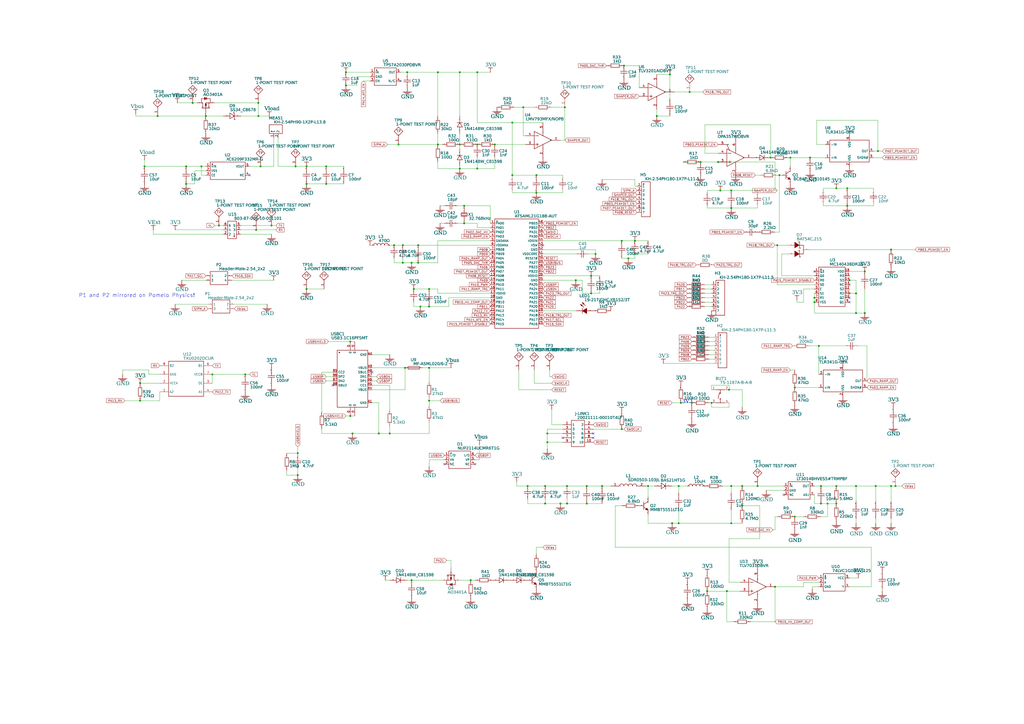
<source format=kicad_sch>
(kicad_sch (version 20250114) (generator "eeschema") (generator_version "9.0")
  (paper "A2")
  (title_block (date "2025-11-23"))
  (lib_symbols
    (symbol "0603B103K500NT"
      (property "Reference" "C22" (at 2.7178 0.8763 0))
      (property "Value" "10nF" (at 2.54 -1.4351 0))
      (symbol "0603B103K500NT_0_0"
        (pin input line (at 0 3.81 270) (length 2.54) (name "2") (number "2"))
        (pin input line (at 0 -3.81 90) (length 2.54) (name "1") (number "1"))
      )
    )
    (symbol "0603B103K500NT_1"
      (property "Reference" "C17" (at 2.7178 0.8763 0))
      (property "Value" "10nF" (at 2.54 -1.4351 0))
      (symbol "0603B103K500NT_1_0_0"
        (pin input line (at 0 3.81 270) (length 2.54) (name "2") (number "2"))
        (pin input line (at 0 -3.81 90) (length 2.54) (name "1") (number "1"))
      )
    )
    (symbol "0603B103K500NT_2"
      (property "Reference" "C2" (at 2.7178 0.8763 0))
      (property "Value" "10nF" (at 2.54 -1.4351 0))
      (symbol "0603B103K500NT_2_0_0"
        (pin input line (at 0 3.81 270) (length 2.54) (name "2") (number "2"))
        (pin input line (at 0 -3.81 90) (length 2.54) (name "1") (number "1"))
      )
    )
    (symbol "0603B472K500NT"
      (property "Reference" "C10" (at 2.54 0.8763 0))
      (property "Value" "4.7nF" (at 2.54 -1.4097 0))
      (symbol "0603B472K500NT_0_0"
        (pin input line (at 0 3.81 270) (length 2.54) (name "2") (number "2"))
        (pin input line (at 0 -3.81 90) (length 2.54) (name "1") (number "1"))
      )
    )
    (symbol "0603CG300J500NT"
      (property "Reference" "C9" (at -1.6256 6.8453 0))
      (property "Value" "30pF" (at -1.905 4.4831 0))
      (symbol "0603CG300J500NT_0_0"
        (pin input line (at -3.81 0 0) (length 2.54) (name "1") (number "1"))
        (pin input line (at 3.81 0 180) (length 2.54) (name "2") (number "2"))
      )
    )
    (symbol "0603WAF0000T5E"
      (property "Reference" "R38" (at -1.6256 5.7785 0))
      (property "Value" "0Ω" (at -1.9812 3.4671 0))
      (symbol "0603WAF0000T5E_0_0"
        (pin input line (at -5.08 0 0) (length 2.54) (name "1") (number "1"))
        (pin input line (at 5.08 0 180) (length 2.54) (name "2") (number "2"))
      )
    )
    (symbol "0603WAF1000T5E"
      (property "Reference" "R20" (at -1.651 5.7531 0))
      (property "Value" "100Ω" (at -1.905 3.4671 0))
      (symbol "0603WAF1000T5E_0_0"
        (pin input line (at -5.08 0 0) (length 2.54) (name "1") (number "1"))
        (pin input line (at 5.08 0 180) (length 2.54) (name "2") (number "2"))
      )
    )
    (symbol "0603WAF1000T5E_1"
      (property "Reference" "R28" (at -2.159 5.7023 0))
      (property "Value" "100Ω" (at -2.159 3.4671 0))
      (symbol "0603WAF1000T5E_1_0_0"
        (pin input line (at -5.08 0 0) (length 2.54) (name "2") (number "2"))
        (pin input line (at 5.08 0 180) (length 2.54) (name "1") (number "1"))
      )
    )
    (symbol "0603WAF1000T5E_2"
      (property "Reference" "R32" (at -1.651 5.7531 0))
      (property "Value" "100Ω" (at -1.905 3.4671 0))
      (symbol "0603WAF1000T5E_2_0_0"
        (pin input line (at -5.08 0 0) (length 2.54) (name "1") (number "1"))
        (pin input line (at 5.08 0 180) (length 2.54) (name "2") (number "2"))
      )
    )
    (symbol "0603WAF1000T5E_3"
      (property "Reference" "R10" (at -1.4986 5.7785 0))
      (property "Value" "100Ω" (at -1.4986 3.4671 0))
      (symbol "0603WAF1000T5E_3_0_0"
        (pin input line (at -5.08 0 0) (length 2.54) (name "1") (number "1"))
        (pin input line (at 5.08 0 180) (length 2.54) (name "2") (number "2"))
      )
    )
    (symbol "0603WAF1000T5E_4"
      (property "Reference" "R18" (at 1.524 0.8509 0))
      (property "Value" "100Ω" (at 1.524 -1.3843 0))
      (symbol "0603WAF1000T5E_4_0_0"
        (pin input line (at 0 5.08 270) (length 2.54) (name "2") (number "2"))
        (pin input line (at 0 -5.08 90) (length 2.54) (name "1") (number "1"))
      )
    )
    (symbol "0603WAF1001T5E"
      (property "Reference" "R17" (at -1.4986 5.7531 0))
      (property "Value" "1kΩ" (at -1.4986 3.4671 0))
      (symbol "0603WAF1001T5E_0_0"
        (pin input line (at -5.08 0 0) (length 2.54) (name "1") (number "1"))
        (pin input line (at 5.08 0 180) (length 2.54) (name "2") (number "2"))
      )
    )
    (symbol "0603WAF1001T5E_1"
      (property "Reference" "R9" (at -1.4986 5.7531 0))
      (property "Value" "1kΩ" (at -1.4986 3.4671 0))
      (symbol "0603WAF1001T5E_1_0_0"
        (pin input line (at -5.08 0 0) (length 2.54) (name "1") (number "1"))
        (pin input line (at 5.08 0 180) (length 2.54) (name "2") (number "2"))
      )
    )
    (symbol "0603WAF1001T5E_10"
      (property "Reference" "R52" (at -2.2606 5.7785 0))
      (property "Value" "1kΩ" (at -2.6162 3.4671 0))
      (symbol "0603WAF1001T5E_10_0_0"
        (pin input line (at -5.08 0 0) (length 2.54) (name "2") (number "2"))
        (pin input line (at 5.08 0 180) (length 2.54) (name "1") (number "1"))
      )
    )
    (symbol "0603WAF1001T5E_11"
      (property "Reference" "R44" (at -2.2606 5.7785 0))
      (property "Value" "1kΩ" (at -2.6162 3.4671 0))
      (symbol "0603WAF1001T5E_11_0_0"
        (pin input line (at -5.08 0 0) (length 2.54) (name "2") (number "2"))
        (pin input line (at 5.08 0 180) (length 2.54) (name "1") (number "1"))
      )
    )
    (symbol "0603WAF1001T5E_12"
      (property "Reference" "R48" (at -2.2606 5.7785 0))
      (property "Value" "1kΩ" (at -2.6162 3.4671 0))
      (symbol "0603WAF1001T5E_12_0_0"
        (pin input line (at -5.08 0 0) (length 2.54) (name "2") (number "2"))
        (pin input line (at 5.08 0 180) (length 2.54) (name "1") (number "1"))
      )
    )
    (symbol "0603WAF1001T5E_13"
      (property "Reference" "R43" (at -2.2606 5.7785 0))
      (property "Value" "1kΩ" (at -2.6162 3.4671 0))
      (symbol "0603WAF1001T5E_13_0_0"
        (pin input line (at -5.08 0 0) (length 2.54) (name "2") (number "2"))
        (pin input line (at 5.08 0 180) (length 2.54) (name "1") (number "1"))
      )
    )
    (symbol "0603WAF1001T5E_14"
      (property "Reference" "R47" (at -2.2606 5.7785 0))
      (property "Value" "1kΩ" (at -2.6162 3.4671 0))
      (symbol "0603WAF1001T5E_14_0_0"
        (pin input line (at -5.08 0 0) (length 2.54) (name "2") (number "2"))
        (pin input line (at 5.08 0 180) (length 2.54) (name "1") (number "1"))
      )
    )
    (symbol "0603WAF1001T5E_15"
      (property "Reference" "R49" (at -2.2606 5.7785 0))
      (property "Value" "1kΩ" (at -2.6162 3.4671 0))
      (symbol "0603WAF1001T5E_15_0_0"
        (pin input line (at -5.08 0 0) (length 2.54) (name "2") (number "2"))
        (pin input line (at 5.08 0 180) (length 2.54) (name "1") (number "1"))
      )
    )
    (symbol "0603WAF1001T5E_16"
      (property "Reference" "R54" (at -2.2606 5.7785 0))
      (property "Value" "1kΩ" (at -2.6162 3.4671 0))
      (symbol "0603WAF1001T5E_16_0_0"
        (pin input line (at -5.08 0 0) (length 2.54) (name "2") (number "2"))
        (pin input line (at 5.08 0 180) (length 2.54) (name "1") (number "1"))
      )
    )
    (symbol "0603WAF1001T5E_17"
      (property "Reference" "R53" (at -2.2606 5.7785 0))
      (property "Value" "1kΩ" (at -2.6162 3.4671 0))
      (symbol "0603WAF1001T5E_17_0_0"
        (pin input line (at -5.08 0 0) (length 2.54) (name "2") (number "2"))
        (pin input line (at 5.08 0 180) (length 2.54) (name "1") (number "1"))
      )
    )
    (symbol "0603WAF1001T5E_18"
      (property "Reference" "R50" (at -2.2606 5.7785 0))
      (property "Value" "1kΩ" (at -2.6162 3.4671 0))
      (symbol "0603WAF1001T5E_18_0_0"
        (pin input line (at -5.08 0 0) (length 2.54) (name "2") (number "2"))
        (pin input line (at 5.08 0 180) (length 2.54) (name "1") (number "1"))
      )
    )
    (symbol "0603WAF1001T5E_19"
      (property "Reference" "R51" (at -2.2606 5.7785 0))
      (property "Value" "1kΩ" (at -2.6162 3.4671 0))
      (symbol "0603WAF1001T5E_19_0_0"
        (pin input line (at -5.08 0 0) (length 2.54) (name "2") (number "2"))
        (pin input line (at 5.08 0 180) (length 2.54) (name "1") (number "1"))
      )
    )
    (symbol "0603WAF1001T5E_2"
      (property "Reference" "R29" (at -1.4986 5.7531 0))
      (property "Value" "1kΩ" (at -1.4986 3.4671 0))
      (symbol "0603WAF1001T5E_2_0_0"
        (pin input line (at -5.08 0 0) (length 2.54) (name "1") (number "1"))
        (pin input line (at 5.08 0 180) (length 2.54) (name "2") (number "2"))
      )
    )
    (symbol "0603WAF1001T5E_3"
      (property "Reference" "R30" (at -1.4986 5.7531 0))
      (property "Value" "1kΩ" (at -1.4986 3.4671 0))
      (symbol "0603WAF1001T5E_3_0_0"
        (pin input line (at -5.08 0 0) (length 2.54) (name "1") (number "1"))
        (pin input line (at 5.08 0 180) (length 2.54) (name "2") (number "2"))
      )
    )
    (symbol "0603WAF1001T5E_4"
      (property "Reference" "R33" (at -1.4986 5.7531 0))
      (property "Value" "1kΩ" (at -1.4986 3.4671 0))
      (symbol "0603WAF1001T5E_4_0_0"
        (pin input line (at -5.08 0 0) (length 2.54) (name "1") (number "1"))
        (pin input line (at 5.08 0 180) (length 2.54) (name "2") (number "2"))
      )
    )
    (symbol "0603WAF1001T5E_5"
      (property "Reference" "R4" (at -1.651 5.7531 0))
      (property "Value" "1kΩ" (at -1.905 3.4671 0))
      (symbol "0603WAF1001T5E_5_0_0"
        (pin input line (at -5.08 0 0) (length 2.54) (name "1") (number "1"))
        (pin input line (at 5.08 0 180) (length 2.54) (name "2") (number "2"))
      )
    )
    (symbol "0603WAF1001T5E_6"
      (property "Reference" "R40" (at 1.524 0.8763 0))
      (property "Value" "1kΩ" (at 1.524 -1.4097 0))
      (symbol "0603WAF1001T5E_6_0_0"
        (pin input line (at 0 5.08 270) (length 2.54) (name "2") (number "2"))
        (pin input line (at 0 -5.08 90) (length 2.54) (name "1") (number "1"))
      )
    )
    (symbol "0603WAF1001T5E_7"
      (property "Reference" "R41" (at -1.4986 5.7531 0))
      (property "Value" "1kΩ" (at -1.4986 3.4671 0))
      (symbol "0603WAF1001T5E_7_0_0"
        (pin input line (at -5.08 0 0) (length 2.54) (name "1") (number "1"))
        (pin input line (at 5.08 0 180) (length 2.54) (name "2") (number "2"))
      )
    )
    (symbol "0603WAF1001T5E_8"
      (property "Reference" "R46" (at -2.2606 5.7785 0))
      (property "Value" "1kΩ" (at -2.6162 3.4671 0))
      (symbol "0603WAF1001T5E_8_0_0"
        (pin input line (at -5.08 0 0) (length 2.54) (name "2") (number "2"))
        (pin input line (at 5.08 0 180) (length 2.54) (name "1") (number "1"))
      )
    )
    (symbol "0603WAF1001T5E_9"
      (property "Reference" "R45" (at -2.2606 5.7785 0))
      (property "Value" "1kΩ" (at -2.6162 3.4671 0))
      (symbol "0603WAF1001T5E_9_0_0"
        (pin input line (at -5.08 0 0) (length 2.54) (name "2") (number "2"))
        (pin input line (at 5.08 0 180) (length 2.54) (name "1") (number "1"))
      )
    )
    (symbol "0603WAF1002T5E"
      (property "Reference" "R23" (at 1.7018 0.8763 0))
      (property "Value" "10kΩ" (at 1.524 -1.4351 0))
      (symbol "0603WAF1002T5E_0_0"
        (pin input line (at 0 5.08 270) (length 2.54) (name "1") (number "1"))
        (pin input line (at 0 -5.08 90) (length 2.54) (name "2") (number "2"))
      )
    )
    (symbol "0603WAF1002T5E_1"
      (property "Reference" "R37" (at 1.524 0.8509 0))
      (property "Value" "10kΩ" (at 1.524 -1.3843 0))
      (symbol "0603WAF1002T5E_1_0_0"
        (pin input line (at 0 5.08 270) (length 2.54) (name "1") (number "1"))
        (pin input line (at 0 -5.08 90) (length 2.54) (name "2") (number "2"))
      )
    )
    (symbol "0603WAF1002T5E_2"
      (property "Reference" "R24" (at 1.524 0.8509 0))
      (property "Value" "10kΩ" (at 1.524 -1.3843 0))
      (symbol "0603WAF1002T5E_2_0_0"
        (pin input line (at 0 5.08 270) (length 2.54) (name "1") (number "1"))
        (pin input line (at 0 -5.08 90) (length 2.54) (name "2") (number "2"))
      )
    )
    (symbol "0603WAF1003T5E"
      (property "Reference" "R13" (at 1.7018 0.8763 0))
      (property "Value" "100kΩ" (at 1.524 -1.4351 0))
      (symbol "0603WAF1003T5E_0_0"
        (pin input line (at 0 5.08 270) (length 2.54) (name "2") (number "2"))
        (pin input line (at 0 -5.08 90) (length 2.54) (name "1") (number "1"))
      )
    )
    (symbol "0603WAF1003T5E_1"
      (property "Reference" "R16" (at 1.524 0.9017 0))
      (property "Value" "100kΩ" (at 1.524 -1.4097 0))
      (symbol "0603WAF1003T5E_1_0_0"
        (pin input line (at 0 5.08 270) (length 2.54) (name "2") (number "2"))
        (pin input line (at 0 -5.08 90) (length 2.54) (name "1") (number "1"))
      )
    )
    (symbol "0603WAF1003T5E_2"
      (property "Reference" "R42" (at 1.7018 0.8763 0))
      (property "Value" "100kΩ" (at 1.524 -1.4351 0))
      (symbol "0603WAF1003T5E_2_0_0"
        (pin input line (at 0 5.08 270) (length 2.54) (name "2") (number "2"))
        (pin input line (at 0 -5.08 90) (length 2.54) (name "1") (number "1"))
      )
    )
    (symbol "0603WAF1004T5E"
      (property "Reference" "R6" (at 1.524 0.8763 0))
      (property "Value" "1MΩ" (at 1.524 -1.4097 0))
      (symbol "0603WAF1004T5E_0_0"
        (pin input line (at 0 5.08 270) (length 2.54) (name "2") (number "2"))
        (pin input line (at 0 -5.08 90) (length 2.54) (name "1") (number "1"))
      )
    )
    (symbol "0603WAF2003T5E"
      (property "Reference" "R34" (at -1.4986 5.7531 0))
      (property "Value" "200kΩ" (at -1.4986 3.4671 0))
      (symbol "0603WAF2003T5E_0_0"
        (pin input line (at -5.08 0 0) (length 2.54) (name "1") (number "1"))
        (pin input line (at 5.08 0 180) (length 2.54) (name "2") (number "2"))
      )
    )
    (symbol "0603WAF2201T5E"
      (property "Reference" "R26" (at -1.651 5.7531 0))
      (property "Value" "2.2kΩ" (at -1.905 3.4671 0))
      (symbol "0603WAF2201T5E_0_0"
        (pin input line (at -5.08 0 0) (length 2.54) (name "1") (number "1"))
        (pin input line (at 5.08 0 180) (length 2.54) (name "2") (number "2"))
      )
    )
    (symbol "0603WAF2202T5E"
      (property "Reference" "R19" (at -1.4986 5.7531 0))
      (property "Value" "22kΩ" (at -1.4986 3.4671 0))
      (symbol "0603WAF2202T5E_0_0"
        (pin input line (at -5.08 0 0) (length 2.54) (name "1") (number "1"))
        (pin input line (at 5.08 0 180) (length 2.54) (name "2") (number "2"))
      )
    )
    (symbol "0603WAF2203T5E"
      (property "Reference" "R5" (at 1.524 0.8763 0))
      (property "Value" "220kΩ" (at 1.524 -1.4097 0))
      (symbol "0603WAF2203T5E_0_0"
        (pin input line (at 0 5.08 270) (length 2.54) (name "2") (number "2"))
        (pin input line (at 0 -5.08 90) (length 2.54) (name "1") (number "1"))
      )
    )
    (symbol "0603WAF2702T5E"
      (property "Reference" "R1" (at 1.524 0.8763 0))
      (property "Value" "27kΩ" (at 1.524 -1.4097 0))
      (symbol "0603WAF2702T5E_0_0"
        (pin input line (at 0 5.08 270) (length 2.54) (name "2") (number "2"))
        (pin input line (at 0 -5.08 90) (length 2.54) (name "1") (number "1"))
      )
    )
    (symbol "0603WAF2702T5E_1"
      (property "Reference" "R39" (at 1.524 0.8763 0))
      (property "Value" "27kΩ" (at 1.524 -1.4097 0))
      (symbol "0603WAF2702T5E_1_0_0"
        (pin input line (at 0 5.08 270) (length 2.54) (name "1") (number "1"))
        (pin input line (at 0 -5.08 90) (length 2.54) (name "2") (number "2"))
      )
    )
    (symbol "0603WAF3002T5E"
      (property "Reference" "R22" (at 1.524 0.8763 0))
      (property "Value" "30kΩ" (at 1.524 -1.4097 0))
      (symbol "0603WAF3002T5E_0_0"
        (pin input line (at 0 5.08 270) (length 2.54) (name "2") (number "2"))
        (pin input line (at 0 -5.08 90) (length 2.54) (name "1") (number "1"))
      )
    )
    (symbol "0603WAF3303T5E"
      (property "Reference" "R11" (at -2.0828 5.7531 0))
      (property "Value" "330kΩ" (at -2.0828 3.4671 0))
      (symbol "0603WAF3303T5E_0_0"
        (pin input line (at -5.08 0 0) (length 2.54) (name "2") (number "2"))
        (pin input line (at 5.08 0 180) (length 2.54) (name "1") (number "1"))
      )
    )
    (symbol "0603WAF3303T5E_1"
      (property "Reference" "R12" (at 1.524 0.8763 0))
      (property "Value" "330kΩ" (at 1.524 -1.4097 0))
      (symbol "0603WAF3303T5E_1_0_0"
        (pin input line (at 0 5.08 270) (length 2.54) (name "2") (number "2"))
        (pin input line (at 0 -5.08 90) (length 2.54) (name "1") (number "1"))
      )
    )
    (symbol "0603WAF3303T5E_2"
      (property "Reference" "R8" (at -1.4986 5.7023 0))
      (property "Value" "330kΩ" (at -1.4986 3.4671 0))
      (symbol "0603WAF3303T5E_2_0_0"
        (pin input line (at -5.08 0 0) (length 2.54) (name "1") (number "1"))
        (pin input line (at 5.08 0 180) (length 2.54) (name "2") (number "2"))
      )
    )
    (symbol "0603WAF4702T5E"
      (property "Reference" "R3" (at 1.524 0.8509 0))
      (property "Value" "47kΩ" (at 1.524 -1.3843 0))
      (symbol "0603WAF4702T5E_0_0"
        (pin input line (at 0 5.08 270) (length 2.54) (name "2") (number "2"))
        (pin input line (at 0 -5.08 90) (length 2.54) (name "1") (number "1"))
      )
    )
    (symbol "0603WAF4702T5E_1"
      (property "Reference" "R35" (at 1.778 0.9271 0))
      (property "Value" "47kΩ" (at 1.524 -1.3589 0))
      (symbol "0603WAF4702T5E_1_0_0"
        (pin input line (at 0 5.08 270) (length 2.54) (name "2") (number "2"))
        (pin input line (at 0 -5.08 90) (length 2.54) (name "1") (number "1"))
      )
    )
    (symbol "0603WAF4702T5E_2"
      (property "Reference" "R36" (at 1.778 0.9271 0))
      (property "Value" "47kΩ" (at 1.524 -1.3589 0))
      (symbol "0603WAF4702T5E_2_0_0"
        (pin input line (at 0 5.08 270) (length 2.54) (name "2") (number "2"))
        (pin input line (at 0 -5.08 90) (length 2.54) (name "1") (number "1"))
      )
    )
    (symbol "0603WAF4704T5E"
      (property "Reference" "R25" (at 1.7018 0.8763 0))
      (property "Value" "4.7MΩ" (at 1.524 -1.4351 0))
      (symbol "0603WAF4704T5E_0_0"
        (pin input line (at 0 5.08 270) (length 2.54) (name "2") (number "2"))
        (pin input line (at 0 -5.08 90) (length 2.54) (name "1") (number "1"))
      )
    )
    (symbol "0603WAF4704T5E_1"
      (property "Reference" "R14" (at 1.7018 0.8763 0))
      (property "Value" "120MΩ" (at 1.524 -1.4351 0))
      (symbol "0603WAF4704T5E_1_0_0"
        (pin input line (at 0 5.08 270) (length 2.54) (name "2") (number "2"))
        (pin input line (at 0 -5.08 90) (length 2.54) (name "1") (number "1"))
      )
    )
    (symbol "0603WAF5100T5E"
      (property "Reference" "R31" (at -1.4986 5.7531 0))
      (property "Value" "510Ω" (at -1.4986 3.4671 0))
      (symbol "0603WAF5100T5E_0_0"
        (pin input line (at -5.08 0 0) (length 2.54) (name "1") (number "1"))
        (pin input line (at 5.08 0 180) (length 2.54) (name "2") (number "2"))
      )
    )
    (symbol "0603WAF5101T5E"
      (property "Reference" "R2" (at 1.7018 0.8763 0))
      (property "Value" "5.1kΩ" (at 1.524 -1.4351 0))
      (symbol "0603WAF5101T5E_0_0"
        (pin input line (at 0 5.08 270) (length 2.54) (name "2") (number "2"))
        (pin input line (at 0 -5.08 90) (length 2.54) (name "1") (number "1"))
      )
    )
    (symbol "0603WAF5101T5E_1"
      (property "Reference" "R7" (at 1.524 0.8763 0))
      (property "Value" "5.1kΩ" (at 1.524 -1.4097 0))
      (symbol "0603WAF5101T5E_1_0_0"
        (pin input line (at 0 5.08 270) (length 2.54) (name "2") (number "2"))
        (pin input line (at 0 -5.08 90) (length 2.54) (name "1") (number "1"))
      )
    )
    (symbol "0603WAF5604T5E"
      (property "Reference" "R15" (at 1.778 0.9271 0))
      (property "Value" "5.6MΩ" (at 1.524 -1.3589 0))
      (symbol "0603WAF5604T5E_0_0"
        (pin input line (at 0 5.08 270) (length 2.54) (name "2") (number "2"))
        (pin input line (at 0 -5.08 90) (length 2.54) (name "1") (number "1"))
      )
    )
    (symbol "0603WAF6801T5E"
      (property "Reference" "R21" (at -1.6256 5.8293 0))
      (property "Value" "6.8kΩ" (at -1.905 3.4671 0))
      (symbol "0603WAF6801T5E_0_0"
        (pin input line (at -5.08 0 0) (length 2.54) (name "1") (number "1"))
        (pin input line (at 5.08 0 180) (length 2.54) (name "2") (number "2"))
      )
    )
    (symbol "0603WAF6801T5E_1"
      (property "Reference" "R27" (at -1.651 5.7531 0))
      (property "Value" "6.8kΩ" (at -1.905 3.4671 0))
      (symbol "0603WAF6801T5E_1_0_0"
        (pin input line (at -5.08 0 0) (length 2.54) (name "1") (number "1"))
        (pin input line (at 5.08 0 180) (length 2.54) (name "2") (number "2"))
      )
    )
    (symbol "08051C105KAT2A"
      (property "Reference" "C28" (at 2.7178 0.8763 0))
      (property "Value" "1uF" (at 2.54 -1.4351 0))
      (symbol "08051C105KAT2A_0_0"
        (pin unspecified line (at 0 5.08 270) (length 2.54) (name "2") (number "2"))
        (pin unspecified line (at 0 -5.08 90) (length 2.54) (name "1") (number "1"))
      )
    )
    (symbol "08051C105KAT2A_1"
      (property "Reference" "C25" (at 2.7178 0.8763 0))
      (property "Value" "1uF" (at 2.54 -1.4351 0))
      (symbol "08051C105KAT2A_1_0_0"
        (pin unspecified line (at 0 5.08 270) (length 2.54) (name "2") (number "2"))
        (pin unspecified line (at 0 -5.08 90) (length 2.54) (name "1") (number "1"))
      )
    )
    (symbol "08051C105KAT2A_2"
      (property "Reference" "C31" (at 2.7178 0.8763 0))
      (property "Value" "1uF" (at 2.54 -1.4351 0))
      (symbol "08051C105KAT2A_2_0_0"
        (pin unspecified line (at 0 5.08 270) (length 2.54) (name "2") (number "2"))
        (pin unspecified line (at 0 -5.08 90) (length 2.54) (name "1") (number "1"))
      )
    )
    (symbol "1-POINT TEST POINT"
      (property "Reference" "TP1" (at -2.286 11.0871 0))
      (property "Value" "1-POINT TEST POINT" (at -2.794 8.8011 0))
      (symbol "1-POINT TEST POINT_0_0"
        (text "TP" (at -1.3208 4.7688 0) (effects (font (size 1.5684 1.5684)) (justify left top)))
        (pin unspecified line (at 0 -3.81 90) (length 5.08) (name "1") (number "1"))
      )
    )
    (symbol "1-POINT TEST POINT_1"
      (property "Reference" "TP2" (at -2.286 11.0871 0))
      (property "Value" "1-POINT TEST POINT" (at -2.794 8.8011 0))
      (symbol "1-POINT TEST POINT_1_0_0"
        (text "TP" (at -1.3208 4.7688 0) (effects (font (size 1.5684 1.5684)) (justify left top)))
        (pin unspecified line (at 0 -3.81 90) (length 5.08) (name "1") (number "1"))
      )
    )
    (symbol "1-POINT TEST POINT_10"
      (property "Reference" "TP13" (at -2.286 11.0871 0))
      (property "Value" "1-POINT TEST POINT" (at -2.794 8.8011 0))
      (symbol "1-POINT TEST POINT_10_0_0"
        (text "TP" (at -1.3208 4.7688 0) (effects (font (size 1.5684 1.5684)) (justify left top)))
        (pin unspecified line (at 0 -3.81 90) (length 5.08) (name "1") (number "1"))
      )
    )
    (symbol "1-POINT TEST POINT_11"
      (property "Reference" "TP14" (at -2.286 11.0871 0))
      (property "Value" "1-POINT TEST POINT" (at -2.794 8.8011 0))
      (symbol "1-POINT TEST POINT_11_0_0"
        (text "TP" (at -1.2954 4.7688 0) (effects (font (size 1.5684 1.5684)) (justify left top)))
        (pin unspecified line (at 0 -3.81 90) (length 5.08) (name "1") (number "1"))
      )
    )
    (symbol "1-POINT TEST POINT_12"
      (property "Reference" "TP15" (at -2.286 11.0871 0))
      (property "Value" "1-POINT TEST POINT" (at -2.794 8.8011 0))
      (symbol "1-POINT TEST POINT_12_0_0"
        (text "TP" (at -1.2954 4.7688 0) (effects (font (size 1.5684 1.5684)) (justify left top)))
        (pin unspecified line (at 0 -3.81 90) (length 5.08) (name "1") (number "1"))
      )
    )
    (symbol "1-POINT TEST POINT_13"
      (property "Reference" "TP16" (at -2.286 11.0871 0))
      (property "Value" "1-POINT TEST POINT" (at -2.794 8.8011 0))
      (symbol "1-POINT TEST POINT_13_0_0"
        (text "TP" (at -1.3208 4.7688 0) (effects (font (size 1.5684 1.5684)) (justify left top)))
        (pin unspecified line (at 0 -3.81 90) (length 5.08) (name "1") (number "1"))
      )
    )
    (symbol "1-POINT TEST POINT_14"
      (property "Reference" "TP17" (at -2.286 11.0871 0))
      (property "Value" "1-POINT TEST POINT" (at -2.794 8.8011 0))
      (symbol "1-POINT TEST POINT_14_0_0"
        (text "TP" (at -1.3208 4.7688 0) (effects (font (size 1.5684 1.5684)) (justify left top)))
        (pin unspecified line (at 0 -3.81 90) (length 5.08) (name "1") (number "1"))
      )
    )
    (symbol "1-POINT TEST POINT_15"
      (property "Reference" "TP12" (at -2.286 11.0871 0))
      (property "Value" "1-POINT TEST POINT" (at -2.794 8.8011 0))
      (symbol "1-POINT TEST POINT_15_0_0"
        (text "TP" (at -1.2954 4.7688 0) (effects (font (size 1.5684 1.5684)) (justify left top)))
        (pin unspecified line (at 0 -3.81 90) (length 5.08) (name "1") (number "1"))
      )
    )
    (symbol "1-POINT TEST POINT_16"
      (property "Reference" "TP8" (at -2.286 11.0871 0))
      (property "Value" "1-POINT TEST POINT" (at -2.794 8.8011 0))
      (symbol "1-POINT TEST POINT_16_0_0"
        (text "TP" (at -1.2954 4.7688 0) (effects (font (size 1.5684 1.5684)) (justify left top)))
        (pin unspecified line (at 0 -3.81 90) (length 5.08) (name "1") (number "1"))
      )
    )
    (symbol "1-POINT TEST POINT_17"
      (property "Reference" "TP18" (at -2.286 11.0871 0))
      (property "Value" "1-POINT TEST POINT" (at -2.794 8.8011 0))
      (symbol "1-POINT TEST POINT_17_0_0"
        (text "TP" (at -1.2954 4.7688 0) (effects (font (size 1.5684 1.5684)) (justify left top)))
        (pin unspecified line (at 0 -3.81 90) (length 5.08) (name "1") (number "1"))
      )
    )
    (symbol "1-POINT TEST POINT_2"
      (property "Reference" "TP3" (at -2.286 11.0871 0))
      (property "Value" "1-POINT TEST POINT" (at -2.794 8.8011 0))
      (symbol "1-POINT TEST POINT_2_0_0"
        (text "TP" (at -1.3208 4.7688 0) (effects (font (size 1.5684 1.5684)) (justify left top)))
        (pin unspecified line (at 0 -3.81 90) (length 5.08) (name "1") (number "1"))
      )
    )
    (symbol "1-POINT TEST POINT_3"
      (property "Reference" "TP4" (at -2.286 11.0871 0))
      (property "Value" "1-POINT TEST POINT" (at -2.794 8.8011 0))
      (symbol "1-POINT TEST POINT_3_0_0"
        (text "TP" (at -1.3208 4.7688 0) (effects (font (size 1.5684 1.5684)) (justify left top)))
        (pin unspecified line (at 0 -3.81 90) (length 5.08) (name "1") (number "1"))
      )
    )
    (symbol "1-POINT TEST POINT_4"
      (property "Reference" "TP5" (at -2.286 11.0871 0))
      (property "Value" "1-POINT TEST POINT" (at -2.794 8.8011 0))
      (symbol "1-POINT TEST POINT_4_0_0"
        (text "TP" (at -1.3208 4.7688 0) (effects (font (size 1.5684 1.5684)) (justify left top)))
        (pin unspecified line (at 0 -3.81 90) (length 5.08) (name "1") (number "1"))
      )
    )
    (symbol "1-POINT TEST POINT_5"
      (property "Reference" "TP6" (at -2.286 11.0871 0))
      (property "Value" "1-POINT TEST POINT" (at -2.794 8.8011 0))
      (symbol "1-POINT TEST POINT_5_0_0"
        (text "TP" (at -1.2954 4.7688 0) (effects (font (size 1.5684 1.5684)) (justify left top)))
        (pin unspecified line (at 0 -3.81 90) (length 5.08) (name "1") (number "1"))
      )
    )
    (symbol "1-POINT TEST POINT_6"
      (property "Reference" "TP7" (at -2.286 11.0871 0))
      (property "Value" "1-POINT TEST POINT" (at -2.794 8.8011 0))
      (symbol "1-POINT TEST POINT_6_0_0"
        (text "TP" (at -1.3208 4.7688 0) (effects (font (size 1.5684 1.5684)) (justify left top)))
        (pin unspecified line (at 0 -3.81 90) (length 5.08) (name "1") (number "1"))
      )
    )
    (symbol "1-POINT TEST POINT_7"
      (property "Reference" "TP9" (at -2.286 11.0871 0))
      (property "Value" "1-POINT TEST POINT" (at -2.794 8.8011 0))
      (symbol "1-POINT TEST POINT_7_0_0"
        (text "TP" (at -1.2954 4.7688 0) (effects (font (size 1.5684 1.5684)) (justify left top)))
        (pin unspecified line (at 0 -3.81 90) (length 5.08) (name "1") (number "1"))
      )
    )
    (symbol "1-POINT TEST POINT_8"
      (property "Reference" "TP10" (at -2.286 11.0871 0))
      (property "Value" "1-POINT TEST POINT" (at -2.794 8.8011 0))
      (symbol "1-POINT TEST POINT_8_0_0"
        (text "TP" (at -1.3208 4.7688 0) (effects (font (size 1.5684 1.5684)) (justify left top)))
        (pin unspecified line (at 0 -3.81 90) (length 5.08) (name "1") (number "1"))
      )
    )
    (symbol "1-POINT TEST POINT_9"
      (property "Reference" "TP11" (at -2.286 11.0871 0))
      (property "Value" "1-POINT TEST POINT" (at -2.794 8.8011 0))
      (symbol "1-POINT TEST POINT_9_0_0"
        (text "TP" (at -1.3208 4.7688 0) (effects (font (size 1.5684 1.5684)) (justify left top)))
        (pin unspecified line (at 0 -3.81 90) (length 5.08) (name "1") (number "1"))
      )
    )
    (symbol "12062C103KAT2A"
      (property "Reference" "C8" (at 2.7178 0.8763 0))
      (property "Value" "10nF" (at 2.54 -1.4351 0))
      (symbol "12062C103KAT2A_0_0"
        (pin unspecified line (at 0 5.08 270) (length 2.54) (name "2") (number "2"))
        (pin unspecified line (at 0 -5.08 90) (length 2.54) (name "1") (number "1"))
      )
    )
    (symbol "1206B475K500NT"
      (property "Reference" "C20" (at 2.54 0.8763 0))
      (property "Value" "4.7uF" (at 2.54 -1.4097 0))
      (symbol "1206B475K500NT_0_0"
        (pin input line (at 0 3.81 270) (length 2.54) (name "2") (number "2"))
        (pin input line (at 0 -3.81 90) (length 2.54) (name "1") (number "1"))
      )
    )
    (symbol "1206B475K500NT_1"
      (property "Reference" "C19" (at 2.54 0.8763 0))
      (property "Value" "4.7uF" (at 2.54 -1.4097 0))
      (symbol "1206B475K500NT_1_0_0"
        (pin input line (at 0 3.81 270) (length 2.54) (name "2") (number "2"))
        (pin input line (at 0 -3.81 90) (length 2.54) (name "1") (number "1"))
      )
    )
    (symbol "1206B475K500NT_2"
      (property "Reference" "C39" (at 2.54 0.8763 0))
      (property "Value" "4.7uF" (at 2.54 -1.4097 0))
      (symbol "1206B475K500NT_2_0_0"
        (pin input line (at 0 3.81 270) (length 2.54) (name "2") (number "2"))
        (pin input line (at 0 -3.81 90) (length 2.54) (name "1") (number "1"))
      )
    )
    (symbol "1206B475K500NT_3"
      (property "Reference" "C38" (at 2.54 0.8763 0))
      (property "Value" "4.7uF" (at 2.54 -1.4097 0))
      (symbol "1206B475K500NT_3_0_0"
        (pin input line (at 0 3.81 270) (length 2.54) (name "2") (number "2"))
        (pin input line (at 0 -3.81 90) (length 2.54) (name "1") (number "1"))
      )
    )
    (symbol "1206B475K500NT_4"
      (property "Reference" "C3" (at 2.54 0.8763 0))
      (property "Value" "4.7uF" (at 2.54 -1.4097 0))
      (symbol "1206B475K500NT_4_0_0"
        (pin input line (at 0 3.81 270) (length 2.54) (name "2") (number "2"))
        (pin input line (at 0 -3.81 90) (length 2.54) (name "1") (number "1"))
      )
    )
    (symbol "19-217/GHC-YR1S2/3T"
      (property "Reference" "LED1" (at -2.9464 9.5631 0))
      (property "Value" "19-217/GHC-YR1S2/3T" (at -2.9464 7.2771 0))
      (symbol "19-217/GHC-YR1S2/3T_0_0"
        (pin input line (at -5.08 0 0) (length 3.81) (name "C") (number "1"))
        (pin input line (at 5.08 0 180) (length 3.81) (name "A") (number "2"))
      )
    )
    (symbol "1N4148W_C81598"
      (property "Reference" "D4" (at -1.4986 6.2865 0))
      (property "Value" "1N4148W_C81598" (at -1.4986 3.9751 0))
      (symbol "1N4148W_C81598_0_0"
        (pin unspecified line (at -5.08 0 0) (length 3.81) (name "A") (number "2"))
        (pin unspecified line (at 5.08 0 180) (length 3.81) (name "K") (number "1"))
      )
    )
    (symbol "1N4148W_C81598_1"
      (property "Reference" "D3" (at 2.286 0.9271 0))
      (property "Value" "1N4148W_C81598" (at 2.032 -1.3589 0))
      (symbol "1N4148W_C81598_1_0_0"
        (pin unspecified line (at 0 5.08 270) (length 3.81) (name "K") (number "1"))
        (pin unspecified line (at 0 -5.08 90) (length 3.81) (name "A") (number "2"))
      )
    )
    (symbol "1N4148W_C81598_2"
      (property "Reference" "D5" (at 2.286 0.9271 0))
      (property "Value" "1N4148W_C81598" (at 2.032 -1.3589 0))
      (symbol "1N4148W_C81598_2_0_0"
        (pin unspecified line (at 0 5.08 270) (length 3.81) (name "K") (number "1"))
        (pin unspecified line (at 0 -5.08 90) (length 3.81) (name "A") (number "2"))
      )
    )
    (symbol "1N4148W_C81598_3"
      (property "Reference" "D6" (at -1.6764 6.2611 0))
      (property "Value" "1N4148W_C81598" (at -2.032 3.9751 0))
      (symbol "1N4148W_C81598_3_0_0"
        (pin unspecified line (at -5.08 0 0) (length 3.81) (name "A") (number "2"))
        (pin unspecified line (at 5.08 0 180) (length 3.81) (name "K") (number "1"))
      )
    )
    (symbol "1N4148W_C81598_4"
      (property "Reference" "D8" (at -1.6764 6.2611 0))
      (property "Value" "1N4148W_C81598" (at -2.032 3.9751 0))
      (symbol "1N4148W_C81598_4_0_0"
        (pin unspecified line (at -5.08 0 0) (length 3.81) (name "A") (number "2"))
        (pin unspecified line (at 5.08 0 180) (length 3.81) (name "K") (number "1"))
      )
    )
    (symbol "1N4148W_C81598_5"
      (property "Reference" "D10" (at -1.6764 6.2611 0))
      (property "Value" "1N4148W_C81598" (at -2.032 3.9751 0))
      (symbol "1N4148W_C81598_5_0_0"
        (pin unspecified line (at -5.08 0 0) (length 3.81) (name "A") (number "2"))
        (pin unspecified line (at 5.08 0 180) (length 3.81) (name "K") (number "1"))
      )
    )
    (symbol "20021111-00010T4LF"
      (property "Reference" "J-LINK1" (at -1.651 12.3571 0))
      (property "Value" "20021111-00010T4LF" (at -1.905 10.0711 0))
      (symbol "20021111-00010T4LF_0_0"
        (pin unspecified line (at -8.89 5.08 0) (length 5.08) (name "1") (number "1"))
        (pin unspecified line (at -8.89 2.54 0) (length 5.08) (name "3") (number "3"))
        (pin unspecified line (at -8.89 0 0) (length 5.08) (name "5") (number "5"))
        (pin unspecified line (at -8.89 -2.54 0) (length 5.08) (name "7") (number "7"))
        (pin unspecified line (at -8.89 -5.08 0) (length 5.08) (name "9") (number "9"))
        (pin unspecified line (at 8.89 5.08 180) (length 5.08) (name "2") (number "2"))
        (pin unspecified line (at 8.89 2.54 180) (length 5.08) (name "4") (number "4"))
        (pin unspecified line (at 8.89 0 180) (length 5.08) (name "6") (number "6"))
        (pin unspecified line (at 8.89 -2.54 180) (length 5.08) (name "8") (number "8"))
        (pin unspecified line (at 8.89 -5.08 180) (length 5.08) (name "10") (number "10"))
      )
    )
    (symbol "3V0" (power) (pin_numbers (hide yes)) (pin_names (hide yes))
      (property "Value" "3V0" (at 0 -3.81 0))
      (symbol "3V0_0_0"
        (pin power_in line (at 0 0 270) (length 0) (name "3V0") (number "1"))
      )
    )
    (symbol "3V3" (power) (pin_numbers (hide yes)) (pin_names (hide yes))
      (property "Value" "3V3" (at 0 -3.81 0))
      (symbol "3V3_0_0"
        (pin power_in line (at 0 0 270) (length 0) (name "3V3") (number "1"))
      )
    )
    (symbol "74LVC1G08GV,125"
      (property "Reference" "U10" (at -1.4986 9.9441 0))
      (property "Value" "74LVC1G08GV,125" (at -1.4986 7.6581 0))
      (symbol "74LVC1G08GV,125_0_0"
        (pin unspecified line (at -8.89 2.54 0) (length 2.54) (name "B") (number "1"))
        (pin unspecified line (at -8.89 0 0) (length 2.54) (name "A") (number "2"))
        (pin unspecified line (at -8.89 -2.54 0) (length 2.54) (name "GND") (number "3"))
        (pin unspecified line (at 8.89 2.54 180) (length 2.54) (name "VCC") (number "5"))
        (pin unspecified line (at 8.89 -2.54 180) (length 2.54) (name "Y") (number "4"))
      )
    )
    (symbol "803-87-006-10-001101"
      (property "Reference" "U15" (at -2.159 9.8171 0))
      (property "Value" "803-87-006-10-001101" (at -2.159 7.5311 0))
      (symbol "803-87-006-10-001101_0_0"
        (pin unspecified line (at -5.08 2.54 0) (length 2.54) (name "6") (number "6"))
        (pin unspecified line (at -5.08 0 0) (length 2.54) (name "4") (number "4"))
        (pin unspecified line (at -5.08 -2.54 0) (length 2.54) (name "2") (number "2"))
        (pin unspecified line (at 5.08 2.54 180) (length 2.54) (name "5") (number "5"))
        (pin unspecified line (at 5.08 0 180) (length 2.54) (name "3") (number "3"))
        (pin unspecified line (at 5.08 -2.54 180) (length 2.54) (name "1") (number "1"))
      )
    )
    (symbol "AO3401A"
      (property "Reference" "Q3" (at -1.5748 10.5791 0))
      (property "Value" "AO3401A" (at -1.5748 8.2931 0))
      (symbol "AO3401A_0_0"
        (pin unspecified line (at -5.08 2.54 0) (length 2.54) (name "D") (number "3"))
        (pin unspecified line (at 0 -5.08 90) (length 2.54) (name "G") (number "1"))
        (pin unspecified line (at 5.08 2.54 180) (length 2.54) (name "S") (number "2"))
      )
    )
    (symbol "AO3401A_1"
      (property "Reference" "Q4" (at -1.778 -6.3373 0))
      (property "Value" "AO3401A" (at -2.1082 -8.6233 0))
      (symbol "AO3401A_1_0_0"
        (pin unspecified line (at -5.08 -2.54 0) (length 2.54) (name "S") (number "2"))
        (pin unspecified line (at 0 5.08 270) (length 2.54) (name "G") (number "1"))
        (pin unspecified line (at 5.08 -2.54 180) (length 2.54) (name "D") (number "3"))
      )
    )
    (symbol "ATSAML21G18B-AUT"
      (property "Reference" "U1" (at -1.4732 36.6395 0))
      (property "Value" "ATSAML21G18B-AUT" (at -1.778 34.2773 0))
      (symbol "ATSAML21G18B-AUT_0_0"
        (pin unspecified line (at -15.24 29.21 0) (length 2.54) (name "PA00") (number "1"))
        (pin unspecified line (at -15.24 26.67 0) (length 2.54) (name "PA01") (number "2"))
        (pin unspecified line (at -15.24 24.13 0) (length 2.54) (name "PA02") (number "3"))
        (pin unspecified line (at -15.24 21.59 0) (length 2.54) (name "PA03") (number "4"))
        (pin unspecified line (at -15.24 19.05 0) (length 2.54) (name "GNDANA") (number "5"))
        (pin unspecified line (at -15.24 16.51 0) (length 2.54) (name "VDDANA") (number "6"))
        (pin unspecified line (at -15.24 13.97 0) (length 2.54) (name "PB08") (number "7"))
        (pin unspecified line (at -15.24 11.43 0) (length 2.54) (name "PB09") (number "8"))
        (pin unspecified line (at -15.24 8.89 0) (length 2.54) (name "PA04") (number "9"))
        (pin unspecified line (at -15.24 6.35 0) (length 2.54) (name "PA05") (number "10"))
        (pin unspecified line (at -15.24 3.81 0) (length 2.54) (name "PA06") (number "11"))
        (pin unspecified line (at -15.24 1.27 0) (length 2.54) (name "PA07") (number "12"))
        (pin unspecified line (at -15.24 -1.27 0) (length 2.54) (name "PA08") (number "13"))
        (pin unspecified line (at -15.24 -3.81 0) (length 2.54) (name "PA09") (number "14"))
        (pin unspecified line (at -15.24 -6.35 0) (length 2.54) (name "PA10") (number "15"))
        (pin unspecified line (at -15.24 -8.89 0) (length 2.54) (name "PA11") (number "16"))
        (pin unspecified line (at -15.24 -11.43 0) (length 2.54) (name "VDDIO") (number "17"))
        (pin unspecified line (at -15.24 -13.97 0) (length 2.54) (name "GND") (number "18"))
        (pin unspecified line (at -15.24 -16.51 0) (length 2.54) (name "PB10") (number "19"))
        (pin unspecified line (at -15.24 -19.05 0) (length 2.54) (name "PB11") (number "20"))
        (pin unspecified line (at -15.24 -21.59 0) (length 2.54) (name "PA12") (number "21"))
        (pin unspecified line (at -15.24 -24.13 0) (length 2.54) (name "PA13") (number "22"))
        (pin unspecified line (at -15.24 -26.67 0) (length 2.54) (name "PA14") (number "23"))
        (pin unspecified line (at -15.24 -29.21 0) (length 2.54) (name "PA15") (number "24"))
        (pin unspecified line (at 15.24 29.21 180) (length 2.54) (name "PB03") (number "48"))
        (pin unspecified line (at 15.24 26.67 180) (length 2.54) (name "PB02") (number "47"))
        (pin unspecified line (at 15.24 24.13 180) (length 2.54) (name "PA31") (number "46"))
        (pin unspecified line (at 15.24 21.59 180) (length 2.54) (name "PA30") (number "45"))
        (pin unspecified line (at 15.24 19.05 180) (length 2.54) (name "VDDIN") (number "44"))
        (pin unspecified line (at 15.24 16.51 180) (length 2.54) (name "VSW") (number "43"))
        (pin unspecified line (at 15.24 13.97 180) (length 2.54) (name "GND") (number "42"))
        (pin unspecified line (at 15.24 11.43 180) (length 2.54) (name "VDDCORE") (number "41"))
        (pin unspecified line (at 15.24 8.89 180) (length 2.54) (name "RESET#") (number "40"))
        (pin unspecified line (at 15.24 6.35 180) (length 2.54) (name "PA27") (number "39"))
        (pin unspecified line (at 15.24 3.81 180) (length 2.54) (name "PB23") (number "38"))
        (pin unspecified line (at 15.24 1.27 180) (length 2.54) (name "PB22") (number "37"))
        (pin unspecified line (at 15.24 -1.27 180) (length 2.54) (name "VDDIO") (number "36"))
        (pin unspecified line (at 15.24 -3.81 180) (length 2.54) (name "GND") (number "35"))
        (pin unspecified line (at 15.24 -6.35 180) (length 2.54) (name "PA25") (number "34"))
        (pin unspecified line (at 15.24 -8.89 180) (length 2.54) (name "PA24") (number "33"))
        (pin unspecified line (at 15.24 -11.43 180) (length 2.54) (name "PA23") (number "32"))
        (pin unspecified line (at 15.24 -13.97 180) (length 2.54) (name "PA22") (number "31"))
        (pin unspecified line (at 15.24 -16.51 180) (length 2.54) (name "PA21") (number "30"))
        (pin unspecified line (at 15.24 -19.05 180) (length 2.54) (name "PA20") (number "29"))
        (pin unspecified line (at 15.24 -21.59 180) (length 2.54) (name "PA19") (number "28"))
        (pin unspecified line (at 15.24 -24.13 180) (length 2.54) (name "PA18") (number "27"))
        (pin unspecified line (at 15.24 -26.67 180) (length 2.54) (name "PA17") (number "26"))
        (pin unspecified line (at 15.24 -29.21 180) (length 2.54) (name "PA16") (number "25"))
      )
    )
    (symbol "BAS21HT1G"
      (property "Reference" "D2" (at -1.524 6.5405 0))
      (property "Value" "BAS21HT1G" (at -1.7018 4.2291 0))
      (symbol "BAS21HT1G_0_0"
        (pin unspecified line (at -5.08 0 0) (length 3.81) (name "A") (number "2"))
        (pin unspecified line (at 5.08 0 180) (length 3.81) (name "C") (number "1"))
      )
    )
    (symbol "BAT54C,215"
      (property "Reference" "D7" (at -1.524 9.3345 0))
      (property "Value" "BAT54C,215" (at -1.7018 7.0231 0))
      (symbol "BAT54C,215_0_0"
        (pin unspecified line (at -6.35 2.54 0) (length 3.81) (name "A") (number "1"))
        (pin unspecified line (at -6.35 -2.54 0) (length 3.81) (name "A") (number "2"))
        (pin unspecified line (at 6.35 0 180) (length 3.81) (name "K") (number "3"))
      )
    )
    (symbol "BC847_C2910145"
      (property "Reference" "Q1" (at 1.27 0.9271 0))
      (property "Value" "BC847_C2910145" (at 1.016 -1.3589 0))
      (symbol "BC847_C2910145_0_0"
        (pin input line (at -5.08 0 0) (length 2.54) (name "B") (number "1"))
        (pin input line (at 0 5.08 270) (length 2.54) (name "C") (number "3"))
        (pin input line (at 0 -5.08 90) (length 2.54) (name "E") (number "2"))
      )
    )
    (symbol "BLM18PG471SN1D"
      (property "Reference" "L3" (at -1.397 5.8293 0))
      (property "Value" "470Ω" (at -1.651 3.5433 0))
      (symbol "BLM18PG471SN1D_0_0"
        (pin unspecified line (at -5.08 0 0) (length 0.762) (name "1") (number "1"))
        (pin unspecified line (at 5.08 0 180) (length 0.762) (name "2") (number "2"))
      )
    )
    (symbol "CC0603KRX7R9BB104"
      (property "Reference" "C12" (at 2.54 0.8763 0))
      (property "Value" "100nF" (at 2.54 -1.4097 0))
      (symbol "CC0603KRX7R9BB104_0_0"
        (pin unspecified line (at 0 5.08 270) (length 2.54) (name "1") (number "1"))
        (pin unspecified line (at 0 -5.08 90) (length 2.54) (name "2") (number "2"))
      )
    )
    (symbol "CC0603KRX7R9BB104_1"
      (property "Reference" "C7" (at 2.7178 0.8763 0))
      (property "Value" "100nF" (at 2.54 -1.4351 0))
      (symbol "CC0603KRX7R9BB104_1_0_0"
        (pin unspecified line (at 0 5.08 270) (length 2.54) (name "2") (number "2"))
        (pin unspecified line (at 0 -5.08 90) (length 2.54) (name "1") (number "1"))
      )
    )
    (symbol "CC0603KRX7R9BB104_10"
      (property "Reference" "C35" (at 2.7178 0.8763 0))
      (property "Value" "100nF" (at 2.54 -1.4351 0))
      (symbol "CC0603KRX7R9BB104_10_0_0"
        (pin unspecified line (at 0 5.08 270) (length 2.54) (name "2") (number "2"))
        (pin unspecified line (at 0 -5.08 90) (length 2.54) (name "1") (number "1"))
      )
    )
    (symbol "CC0603KRX7R9BB104_11"
      (property "Reference" "C36" (at 2.7178 0.8763 0))
      (property "Value" "100nF" (at 2.54 -1.4351 0))
      (symbol "CC0603KRX7R9BB104_11_0_0"
        (pin unspecified line (at 0 5.08 270) (length 2.54) (name "2") (number "2"))
        (pin unspecified line (at 0 -5.08 90) (length 2.54) (name "1") (number "1"))
      )
    )
    (symbol "CC0603KRX7R9BB104_12"
      (property "Reference" "C46" (at 2.7178 0.8763 0))
      (property "Value" "100nF" (at 2.54 -1.4351 0))
      (symbol "CC0603KRX7R9BB104_12_0_0"
        (pin unspecified line (at 0 5.08 270) (length 2.54) (name "2") (number "2"))
        (pin unspecified line (at 0 -5.08 90) (length 2.54) (name "1") (number "1"))
      )
    )
    (symbol "CC0603KRX7R9BB104_13"
      (property "Reference" "C50" (at 2.7178 0.8763 0))
      (property "Value" "100nF" (at 2.54 -1.4351 0))
      (symbol "CC0603KRX7R9BB104_13_0_0"
        (pin unspecified line (at 0 5.08 270) (length 2.54) (name "2") (number "2"))
        (pin unspecified line (at 0 -5.08 90) (length 2.54) (name "1") (number "1"))
      )
    )
    (symbol "CC0603KRX7R9BB104_14"
      (property "Reference" "C51" (at 2.7178 0.8763 0))
      (property "Value" "100nF" (at 2.54 -1.4351 0))
      (symbol "CC0603KRX7R9BB104_14_0_0"
        (pin unspecified line (at 0 5.08 270) (length 2.54) (name "2") (number "2"))
        (pin unspecified line (at 0 -5.08 90) (length 2.54) (name "1") (number "1"))
      )
    )
    (symbol "CC0603KRX7R9BB104_15"
      (property "Reference" "C53" (at 2.7178 0.8763 0))
      (property "Value" "100nF" (at 2.54 -1.4351 0))
      (symbol "CC0603KRX7R9BB104_15_0_0"
        (pin unspecified line (at 0 5.08 270) (length 2.54) (name "2") (number "2"))
        (pin unspecified line (at 0 -5.08 90) (length 2.54) (name "1") (number "1"))
      )
    )
    (symbol "CC0603KRX7R9BB104_16"
      (property "Reference" "C55" (at 2.7178 0.8763 0))
      (property "Value" "100nF" (at 2.54 -1.4351 0))
      (symbol "CC0603KRX7R9BB104_16_0_0"
        (pin unspecified line (at 0 5.08 270) (length 2.54) (name "2") (number "2"))
        (pin unspecified line (at 0 -5.08 90) (length 2.54) (name "1") (number "1"))
      )
    )
    (symbol "CC0603KRX7R9BB104_17"
      (property "Reference" "C56" (at 2.7178 0.8763 0))
      (property "Value" "100nF" (at 2.54 -1.4351 0))
      (symbol "CC0603KRX7R9BB104_17_0_0"
        (pin unspecified line (at 0 5.08 270) (length 2.54) (name "2") (number "2"))
        (pin unspecified line (at 0 -5.08 90) (length 2.54) (name "1") (number "1"))
      )
    )
    (symbol "CC0603KRX7R9BB104_2"
      (property "Reference" "C21" (at 2.7178 0.8763 0))
      (property "Value" "100nF" (at 2.54 -1.4351 0))
      (symbol "CC0603KRX7R9BB104_2_0_0"
        (pin unspecified line (at 0 5.08 270) (length 2.54) (name "2") (number "2"))
        (pin unspecified line (at 0 -5.08 90) (length 2.54) (name "1") (number "1"))
      )
    )
    (symbol "CC0603KRX7R9BB104_3"
      (property "Reference" "C18" (at 2.7178 0.8763 0))
      (property "Value" "100nF" (at 2.54 -1.4351 0))
      (symbol "CC0603KRX7R9BB104_3_0_0"
        (pin unspecified line (at 0 5.08 270) (length 2.54) (name "2") (number "2"))
        (pin unspecified line (at 0 -5.08 90) (length 2.54) (name "1") (number "1"))
      )
    )
    (symbol "CC0603KRX7R9BB104_4"
      (property "Reference" "C27" (at 2.7178 0.8763 0))
      (property "Value" "100nF" (at 2.54 -1.4351 0))
      (symbol "CC0603KRX7R9BB104_4_0_0"
        (pin unspecified line (at 0 5.08 270) (length 2.54) (name "2") (number "2"))
        (pin unspecified line (at 0 -5.08 90) (length 2.54) (name "1") (number "1"))
      )
    )
    (symbol "CC0603KRX7R9BB104_5"
      (property "Reference" "C41" (at 2.7178 0.8763 0))
      (property "Value" "100nF" (at 2.54 -1.4351 0))
      (symbol "CC0603KRX7R9BB104_5_0_0"
        (pin unspecified line (at 0 5.08 270) (length 2.54) (name "2") (number "2"))
        (pin unspecified line (at 0 -5.08 90) (length 2.54) (name "1") (number "1"))
      )
    )
    (symbol "CC0603KRX7R9BB104_6"
      (property "Reference" "C40" (at 2.7178 0.8763 0))
      (property "Value" "100nF" (at 2.54 -1.4351 0))
      (symbol "CC0603KRX7R9BB104_6_0_0"
        (pin unspecified line (at 0 5.08 270) (length 2.54) (name "2") (number "2"))
        (pin unspecified line (at 0 -5.08 90) (length 2.54) (name "1") (number "1"))
      )
    )
    (symbol "CC0603KRX7R9BB104_7"
      (property "Reference" "C26" (at 2.7178 0.8763 0))
      (property "Value" "100nF" (at 2.54 -1.4351 0))
      (symbol "CC0603KRX7R9BB104_7_0_0"
        (pin unspecified line (at 0 5.08 270) (length 2.54) (name "2") (number "2"))
        (pin unspecified line (at 0 -5.08 90) (length 2.54) (name "1") (number "1"))
      )
    )
    (symbol "CC0603KRX7R9BB104_8"
      (property "Reference" "C23" (at 2.7178 0.8763 0))
      (property "Value" "100nF" (at 2.54 -1.4351 0))
      (symbol "CC0603KRX7R9BB104_8_0_0"
        (pin unspecified line (at 0 5.08 270) (length 2.54) (name "2") (number "2"))
        (pin unspecified line (at 0 -5.08 90) (length 2.54) (name "1") (number "1"))
      )
    )
    (symbol "CC0603KRX7R9BB104_9"
      (property "Reference" "C11" (at 2.7178 0.8763 0))
      (property "Value" "100nF" (at 2.54 -1.4351 0))
      (symbol "CC0603KRX7R9BB104_9_0_0"
        (pin unspecified line (at 0 5.08 270) (length 2.54) (name "2") (number "2"))
        (pin unspecified line (at 0 -5.08 90) (length 2.54) (name "1") (number "1"))
      )
    )
    (symbol "CL10A105KB8NNNC"
      (property "Reference" "C33" (at 2.7178 0.8763 0))
      (property "Value" "1uF" (at 2.54 -1.4351 0))
      (symbol "CL10A105KB8NNNC_0_0"
        (pin input line (at 0 3.81 270) (length 2.54) (name "2") (number "2"))
        (pin input line (at 0 -3.81 90) (length 2.54) (name "1") (number "1"))
      )
    )
    (symbol "CL10A105KB8NNNC_1"
      (property "Reference" "C13" (at 2.794 0.9271 0))
      (property "Value" "1uF" (at 2.54 -1.3589 0))
      (symbol "CL10A105KB8NNNC_1_0_0"
        (pin input line (at 0 3.81 270) (length 2.54) (name "2") (number "2"))
        (pin input line (at 0 -3.81 90) (length 2.54) (name "1") (number "1"))
      )
    )
    (symbol "CL10A105KB8NNNC_2"
      (property "Reference" "C14" (at 2.794 0.9271 0))
      (property "Value" "1uF" (at 2.54 -1.3589 0))
      (symbol "CL10A105KB8NNNC_2_0_0"
        (pin input line (at 0 3.81 270) (length 2.54) (name "2") (number "2"))
        (pin input line (at 0 -3.81 90) (length 2.54) (name "1") (number "1"))
      )
    )
    (symbol "CL10A105KB8NNNC_3"
      (property "Reference" "C37" (at -2.286 6.7691 0))
      (property "Value" "1uF" (at -2.54 4.4831 0))
      (symbol "CL10A105KB8NNNC_3_0_0"
        (pin input line (at -3.81 0 0) (length 2.54) (name "2") (number "2"))
        (pin input line (at 3.81 0 180) (length 2.54) (name "1") (number "1"))
      )
    )
    (symbol "CL10A105KB8NNNC_4"
      (property "Reference" "C45" (at -2.159 6.7945 0))
      (property "Value" "1uF" (at -2.159 4.4831 0))
      (symbol "CL10A105KB8NNNC_4_0_0"
        (pin input line (at -3.81 0 0) (length 2.54) (name "2") (number "2"))
        (pin input line (at 3.81 0 180) (length 2.54) (name "1") (number "1"))
      )
    )
    (symbol "CL10A106KP8NNNC"
      (property "Reference" "C6" (at 2.7178 0.8763 0))
      (property "Value" "10uF" (at 2.54 -1.4351 0))
      (symbol "CL10A106KP8NNNC_0_0"
        (pin unspecified line (at 0 5.08 270) (length 2.54) (name "2") (number "2"))
        (pin unspecified line (at 0 -5.08 90) (length 2.54) (name "1") (number "1"))
      )
    )
    (symbol "CL10A106KP8NNNC_1"
      (property "Reference" "C4" (at 2.7178 0.8763 0))
      (property "Value" "10uF" (at 2.54 -1.4351 0))
      (symbol "CL10A106KP8NNNC_1_0_0"
        (pin unspecified line (at 0 5.08 270) (length 2.54) (name "2") (number "2"))
        (pin unspecified line (at 0 -5.08 90) (length 2.54) (name "1") (number "1"))
      )
    )
    (symbol "CL10A106KP8NNNC_2"
      (property "Reference" "C5" (at 2.7178 0.8763 0))
      (property "Value" "10uF" (at 2.54 -1.4351 0))
      (symbol "CL10A106KP8NNNC_2_0_0"
        (pin unspecified line (at 0 5.08 270) (length 2.54) (name "2") (number "2"))
        (pin unspecified line (at 0 -5.08 90) (length 2.54) (name "1") (number "1"))
      )
    )
    (symbol "CL10A106KP8NNNC_3"
      (property "Reference" "C57" (at 2.7178 0.8763 0))
      (property "Value" "10uF" (at 2.54 -1.4351 0))
      (symbol "CL10A106KP8NNNC_3_0_0"
        (pin unspecified line (at 0 5.08 270) (length 2.54) (name "2") (number "2"))
        (pin unspecified line (at 0 -5.08 90) (length 2.54) (name "1") (number "1"))
      )
    )
    (symbol "CL10A106KP8NNNC_4"
      (property "Reference" "C58" (at 2.7178 0.8763 0))
      (property "Value" "10uF" (at 2.54 -1.4351 0))
      (symbol "CL10A106KP8NNNC_4_0_0"
        (pin unspecified line (at 0 5.08 270) (length 2.54) (name "2") (number "2"))
        (pin unspecified line (at 0 -5.08 90) (length 2.54) (name "1") (number "1"))
      )
    )
    (symbol "CL10A475KO8NNNC"
      (property "Reference" "C44" (at 2.794 0.9271 0))
      (property "Value" "4.7uF" (at 2.54 -1.3589 0))
      (symbol "CL10A475KO8NNNC_0_0"
        (pin input line (at 0 3.81 270) (length 2.54) (name "2") (number "2"))
        (pin input line (at 0 -3.81 90) (length 2.54) (name "1") (number "1"))
      )
    )
    (symbol "CL10A475KO8NNNC_1"
      (property "Reference" "C47" (at 2.794 0.9271 0))
      (property "Value" "4.7uF" (at 2.54 -1.3589 0))
      (symbol "CL10A475KO8NNNC_1_0_0"
        (pin input line (at 0 3.81 270) (length 2.54) (name "2") (number "2"))
        (pin input line (at 0 -3.81 90) (length 2.54) (name "1") (number "1"))
      )
    )
    (symbol "CL10A475KO8NNNC_2"
      (property "Reference" "C48" (at 2.794 0.9271 0))
      (property "Value" "4.7uF" (at 2.54 -1.3589 0))
      (symbol "CL10A475KO8NNNC_2_0_0"
        (pin input line (at 0 3.81 270) (length 2.54) (name "2") (number "2"))
        (pin input line (at 0 -3.81 90) (length 2.54) (name "1") (number "1"))
      )
    )
    (symbol "CL10A475KO8NNNC_3"
      (property "Reference" "C49" (at 2.794 0.9271 0))
      (property "Value" "4.7uF" (at 2.54 -1.3589 0))
      (symbol "CL10A475KO8NNNC_3_0_0"
        (pin input line (at 0 3.81 270) (length 2.54) (name "2") (number "2"))
        (pin input line (at 0 -3.81 90) (length 2.54) (name "1") (number "1"))
      )
    )
    (symbol "CL10A475KO8NNNC_4"
      (property "Reference" "C52" (at 2.794 0.9271 0))
      (property "Value" "4.7uF" (at 2.54 -1.3589 0))
      (symbol "CL10A475KO8NNNC_4_0_0"
        (pin input line (at 0 3.81 270) (length 2.54) (name "2") (number "2"))
        (pin input line (at 0 -3.81 90) (length 2.54) (name "1") (number "1"))
      )
    )
    (symbol "CL10A475KO8NNNC_5"
      (property "Reference" "C54" (at 2.794 0.9271 0))
      (property "Value" "4.7uF" (at 2.54 -1.3589 0))
      (symbol "CL10A475KO8NNNC_5_0_0"
        (pin input line (at 0 3.81 270) (length 2.54) (name "2") (number "2"))
        (pin input line (at 0 -3.81 90) (length 2.54) (name "1") (number "1"))
      )
    )
    (symbol "CL10B102KB8NNNC"
      (property "Reference" "C16" (at 2.54 0.8763 0))
      (property "Value" "1nF" (at 2.54 -1.4097 0))
      (symbol "CL10B102KB8NNNC_0_0"
        (pin input line (at 0 3.81 270) (length 2.54) (name "2") (number "2"))
        (pin input line (at 0 -3.81 90) (length 2.54) (name "1") (number "1"))
      )
    )
    (symbol "CL10B102KB8NNNC_1"
      (property "Reference" "C15" (at 2.54 0.8763 0))
      (property "Value" "1nF" (at 2.54 -1.4097 0))
      (symbol "CL10B102KB8NNNC_1_0_0"
        (pin input line (at 0 3.81 270) (length 2.54) (name "2") (number "2"))
        (pin input line (at 0 -3.81 90) (length 2.54) (name "1") (number "1"))
      )
    )
    (symbol "CL10B102KB8NNNC_2"
      (property "Reference" "C29" (at 2.54 0.8763 0))
      (property "Value" "1nF" (at 2.54 -1.4097 0))
      (symbol "CL10B102KB8NNNC_2_0_0"
        (pin input line (at 0 3.81 270) (length 2.54) (name "2") (number "2"))
        (pin input line (at 0 -3.81 90) (length 2.54) (name "1") (number "1"))
      )
    )
    (symbol "CL10B102KB8NNNC_3"
      (property "Reference" "C24" (at 2.54 0.8763 0))
      (property "Value" "1nF" (at 2.54 -1.4097 0))
      (symbol "CL10B102KB8NNNC_3_0_0"
        (pin input line (at 0 3.81 270) (length 2.54) (name "2") (number "2"))
        (pin input line (at 0 -3.81 90) (length 2.54) (name "1") (number "1"))
      )
    )
    (symbol "CL10B102KB8NNNC_4"
      (property "Reference" "C30" (at 2.54 0.8763 0))
      (property "Value" "1nF" (at 2.54 -1.4097 0))
      (symbol "CL10B102KB8NNNC_4_0_0"
        (pin input line (at 0 3.81 270) (length 2.54) (name "2") (number "2"))
        (pin input line (at 0 -3.81 90) (length 2.54) (name "1") (number "1"))
      )
    )
    (symbol "CL10B102KB8NNNC_5"
      (property "Reference" "C34" (at 2.54 0.8763 0))
      (property "Value" "1nF" (at 2.54 -1.4097 0))
      (symbol "CL10B102KB8NNNC_5_0_0"
        (pin input line (at 0 3.81 270) (length 2.54) (name "2") (number "2"))
        (pin input line (at 0 -3.81 90) (length 2.54) (name "1") (number "1"))
      )
    )
    (symbol "CL10C180JB8NNNC"
      (property "Reference" "C42" (at -2.159 6.7945 0))
      (property "Value" "18pF" (at -2.3368 4.4831 0))
      (symbol "CL10C180JB8NNNC_0_0"
        (pin input line (at -3.81 0 0) (length 2.54) (name "1") (number "1"))
        (pin input line (at 3.81 0 180) (length 2.54) (name "2") (number "2"))
      )
    )
    (symbol "CL10C180JB8NNNC_1"
      (property "Reference" "C43" (at -2.159 6.7945 0))
      (property "Value" "18pF" (at -2.3368 4.4831 0))
      (symbol "CL10C180JB8NNNC_1_0_0"
        (pin input line (at -3.81 0 0) (length 2.54) (name "1") (number "1"))
        (pin input line (at 3.81 0 180) (length 2.54) (name "2") (number "2"))
      )
    )
    (symbol "GND" (power) (pin_numbers (hide yes)) (pin_names (hide yes))
      (property "Value" "GND" (at 0 -6.35 0))
      (symbol "GND_0_0"
        (pin power_in line (at 0 0 270) (length 0) (name "GND") (number "1"))
      )
    )
    (symbol "GRM55DR72D105KW01L"
      (property "Reference" "C32" (at 2.7178 0.8763 0))
      (property "Value" "1uF" (at 2.54 -1.4351 0))
      (symbol "GRM55DR72D105KW01L_0_0"
        (pin unspecified line (at 0 5.08 270) (length 2.54) (name "2") (number "2"))
        (pin unspecified line (at 0 -5.08 90) (length 2.54) (name "1") (number "1"))
      )
    )
    (symbol "GRM55DR72D105KW01L_1"
      (property "Reference" "C1" (at 2.7178 0.8763 0))
      (property "Value" "1uF" (at 2.54 -1.4351 0))
      (symbol "GRM55DR72D105KW01L_1_0_0"
        (pin unspecified line (at 0 5.08 270) (length 2.54) (name "2") (number "2"))
        (pin unspecified line (at 0 -5.08 90) (length 2.54) (name "1") (number "1"))
      )
    )
    (symbol "Header-Male-2.54_2x2"
      (property "Reference" "P2" (at -1.524 9.8171 0))
      (property "Value" "Header-Male-2.54_2x2" (at -1.778 7.5311 0))
      (symbol "Header-Male-2.54_2x2_0_0"
        (pin input line (at -7.62 2.54 0) (length 2.54) (name "1") (number "1"))
        (pin input line (at -7.62 0 0) (length 2.54) (name "3") (number "3"))
        (pin input line (at 7.62 2.54 180) (length 2.54) (name "2") (number "2"))
        (pin input line (at 7.62 0 180) (length 2.54) (name "4") (number "4"))
      )
    )
    (symbol "Header-Male-2.54_2x2_1"
      (property "Reference" "P1" (at -9.3218 9.4615 0))
      (property "Value" "Header-Male-2.54_2x2" (at -9.5758 7.1755 0))
      (symbol "Header-Male-2.54_2x2_1_0_0"
        (pin input line (at -7.62 2.54 0) (length 2.54) (name "1") (number "1"))
        (pin input line (at -7.62 0 0) (length 2.54) (name "3") (number "3"))
        (pin input line (at 7.62 2.54 180) (length 2.54) (name "2") (number "2"))
        (pin input line (at 7.62 0 180) (length 2.54) (name "4") (number "4"))
      )
    )
    (symbol "KH-2.54PH180-1X7P-L11.5"
      (property "Reference" "H2" (at -3.1496 15.0495 0))
      (property "Value" "KH-2.54PH180-1X7P-L11.5" (at -3.429 12.6873 0))
      (symbol "KH-2.54PH180-1X7P-L11.5_0_0"
        (pin unspecified line (at -5.08 7.62 0) (length 2.54) (name "1") (number "1"))
        (pin unspecified line (at -5.08 5.08 0) (length 2.54) (name "2") (number "2"))
        (pin unspecified line (at -5.08 2.54 0) (length 2.54) (name "3") (number "3"))
        (pin unspecified line (at -5.08 0 0) (length 2.54) (name "4") (number "4"))
        (pin unspecified line (at -5.08 -2.54 0) (length 2.54) (name "5") (number "5"))
        (pin unspecified line (at -5.08 -5.08 0) (length 2.54) (name "6") (number "6"))
        (pin unspecified line (at -5.08 -7.62 0) (length 2.54) (name "7") (number "7"))
      )
    )
    (symbol "KH-2.54PH180-1X7P-L11.5_1"
      (property "Reference" "H3" (at -3.1496 15.0495 0))
      (property "Value" "KH-2.54PH180-1X7P-L11.5" (at -3.429 12.6873 0))
      (symbol "KH-2.54PH180-1X7P-L11.5_1_0_0"
        (pin unspecified line (at -5.08 7.62 0) (length 2.54) (name "1") (number "1"))
        (pin unspecified line (at -5.08 5.08 0) (length 2.54) (name "2") (number "2"))
        (pin unspecified line (at -5.08 2.54 0) (length 2.54) (name "3") (number "3"))
        (pin unspecified line (at -5.08 0 0) (length 2.54) (name "4") (number "4"))
        (pin unspecified line (at -5.08 -2.54 0) (length 2.54) (name "5") (number "5"))
        (pin unspecified line (at -5.08 -5.08 0) (length 2.54) (name "6") (number "6"))
        (pin unspecified line (at -5.08 -7.62 0) (length 2.54) (name "7") (number "7"))
      )
    )
    (symbol "KH-2.54PH180-1X7P-L11.5_2"
      (property "Reference" "H5" (at -3.1496 15.0495 0))
      (property "Value" "KH-2.54PH180-1X7P-L11.5" (at -3.429 12.6873 0))
      (symbol "KH-2.54PH180-1X7P-L11.5_2_0_0"
        (pin unspecified line (at -5.08 7.62 0) (length 2.54) (name "1") (number "1"))
        (pin unspecified line (at -5.08 5.08 0) (length 2.54) (name "2") (number "2"))
        (pin unspecified line (at -5.08 2.54 0) (length 2.54) (name "3") (number "3"))
        (pin unspecified line (at -5.08 0 0) (length 2.54) (name "4") (number "4"))
        (pin unspecified line (at -5.08 -2.54 0) (length 2.54) (name "5") (number "5"))
        (pin unspecified line (at -5.08 -5.08 0) (length 2.54) (name "6") (number "6"))
        (pin unspecified line (at -5.08 -7.62 0) (length 2.54) (name "7") (number "7"))
      )
    )
    (symbol "KH-2.54PH90-1X2P-L13.8"
      (property "Reference" "MEAS1" (at -4.0132 7.2771 0))
      (property "Value" "KH-2.54PH90-1X2P-L13.8" (at -4.0132 4.9911 0))
      (symbol "KH-2.54PH90-1X2P-L13.8_0_0"
        (pin unspecified line (at -1.27 -5.08 90) (length 2.54) (name "1") (number "1"))
        (pin unspecified line (at 1.27 -5.08 90) (length 2.54) (name "2") (number "2"))
      )
    )
    (symbol "LMV793MFX/NOPB"
      (property "Reference" "U4" (at -10.4648 15.4305 0))
      (property "Value" "LMV793MFX/NOPB" (at -10.668 13.1191 0))
      (symbol "LMV793MFX/NOPB_0_0"
        (pin unspecified line (at -10.16 2.54 0) (length 5.08) (name "-IN") (number "4"))
        (pin unspecified line (at -10.16 -2.54 0) (length 5.08) (name "+IN") (number "3"))
        (pin passive line (at 0 10.16 270) (length 5.08) (name "V+") (number "5"))
        (pin passive line (at 0 -10.16 90) (length 5.08) (name "V-") (number "2"))
        (pin output line (at 10.16 0 180) (length 5.08) (name "OUTPUT") (number "1"))
      )
    )
    (symbol "LT3014BHVES5#TRMPBF"
      (property "Reference" "U11" (at -1.6256 9.9695 0))
      (property "Value" "LT3014BHVES5#TRMPBF" (at -1.905 7.6073 0))
      (symbol "LT3014BHVES5#TRMPBF_0_0"
        (pin unspecified line (at -8.89 2.54 0) (length 2.54) (name "IN") (number "1"))
        (pin unspecified line (at -8.89 0 0) (length 2.54) (name "GND") (number "2"))
        (pin unspecified line (at -8.89 -2.54 0) (length 2.54) (name "NC") (number "3"))
        (pin unspecified line (at 8.89 2.54 180) (length 2.54) (name "OUT") (number "5"))
        (pin unspecified line (at 8.89 -2.54 180) (length 2.54) (name "ADJ") (number "4"))
      )
    )
    (symbol "MC14043BDR2G"
      (property "Reference" "U3" (at -1.2954 15.0495 0))
      (property "Value" "MC14043BDR2G" (at -1.6002 12.6873 0))
      (symbol "MC14043BDR2G_0_0"
        (pin unspecified line (at -10.16 7.62 0) (length 2.54) (name "Q3") (number "1"))
        (pin unspecified line (at -10.16 5.08 0) (length 2.54) (name "Q0") (number "2"))
        (pin unspecified line (at -10.16 2.54 0) (length 2.54) (name "R0") (number "3"))
        (pin unspecified line (at -10.16 0 0) (length 2.54) (name "S0") (number "4"))
        (pin unspecified line (at -10.16 -2.54 0) (length 2.54) (name "E") (number "5"))
        (pin unspecified line (at -10.16 -5.08 0) (length 2.54) (name "S1") (number "6"))
        (pin unspecified line (at -10.16 -7.62 0) (length 2.54) (name "R1") (number "7"))
        (pin unspecified line (at -10.16 -10.16 0) (length 2.54) (name "VSS") (number "8"))
        (pin unspecified line (at 10.16 7.62 180) (length 2.54) (name "VDD") (number "16"))
        (pin unspecified line (at 10.16 5.08 180) (length 2.54) (name "R3") (number "15"))
        (pin unspecified line (at 10.16 2.54 180) (length 2.54) (name "S3") (number "14"))
        (pin unspecified line (at 10.16 0 180) (length 2.54) (name "NC") (number "13"))
        (pin unspecified line (at 10.16 -2.54 180) (length 2.54) (name "S2") (number "12"))
        (pin unspecified line (at 10.16 -5.08 180) (length 2.54) (name "R2") (number "11"))
        (pin unspecified line (at 10.16 -7.62 180) (length 2.54) (name "Q2") (number "10"))
        (pin unspecified line (at 10.16 -10.16 180) (length 2.54) (name "Q1") (number "9"))
      )
    )
    (symbol "MF-ASML020/6-2"
      (property "Reference" "U9" (at -1.778 5.4991 0))
      (property "Value" "MF-ASML020/6-2" (at -2.286 3.2131 0))
      (symbol "MF-ASML020/6-2_0_0"
        (pin unspecified line (at -5.08 0 0) (length 2.54) (name "1") (number "1"))
        (pin unspecified line (at 5.08 0 180) (length 2.54) (name "2") (number "2"))
      )
    )
    (symbol "MMBT5551LT1G"
      (property "Reference" "Q2" (at 3.7338 0.8763 0))
      (property "Value" "MMBT5551LT1G" (at 3.556 -1.4351 0))
      (symbol "MMBT5551LT1G_0_0"
        (pin unspecified line (at -2.54 0 0) (length 2.54) (name "B") (number "1"))
        (pin unspecified line (at 2.54 5.08 270) (length 2.54) (name "C") (number "3"))
        (pin unspecified line (at 2.54 -5.08 90) (length 2.54) (name "E") (number "2"))
      )
    )
    (symbol "MMBT5551LT1G_1"
      (property "Reference" "Q5" (at 3.7338 0.8763 0))
      (property "Value" "MMBT5551LT1G" (at 3.556 -1.4351 0))
      (symbol "MMBT5551LT1G_1_0_0"
        (pin unspecified line (at -2.54 0 0) (length 2.54) (name "B") (number "1"))
        (pin unspecified line (at 2.54 5.08 270) (length 2.54) (name "C") (number "3"))
        (pin unspecified line (at 2.54 -5.08 90) (length 2.54) (name "E") (number "2"))
      )
    )
    (symbol "NUP2114UCMR6T1G"
      (property "Reference" "D1" (at -1.524 9.9187 0))
      (property "Value" "NUP2114UCMR6T1G" (at -1.7018 7.5819 0))
      (symbol "NUP2114UCMR6T1G_0_0"
        (pin unspecified line (at -8.89 2.54 0) (length 2.54) (name "I/O") (number "1"))
        (pin unspecified line (at -8.89 0 0) (length 2.54) (name "VN") (number "2"))
        (pin unspecified line (at -8.89 -2.54 0) (length 2.54) (name "NC") (number "3"))
        (pin unspecified line (at 8.89 2.54 180) (length 2.54) (name "I/O") (number "6"))
        (pin unspecified line (at 8.89 0 180) (length 2.54) (name "VP") (number "5"))
        (pin unspecified line (at 8.89 -2.54 180) (length 2.54) (name "NC") (number "4"))
      )
    )
    (symbol "OPA357AIDBVR"
      (property "Reference" "U7" (at -10.668 15.4051 0))
      (property "Value" "OPA357AIDBVR" (at -10.668 13.1191 0))
      (symbol "OPA357AIDBVR_0_0"
        (pin unspecified line (at -10.16 7.62 0) (length 5.08) (name "ENABLE") (number "5"))
        (pin unspecified line (at -10.16 2.54 0) (length 5.08) (name "IN-") (number "4"))
        (pin unspecified line (at -10.16 -2.54 0) (length 5.08) (name "IN+") (number "3"))
        (pin passive line (at 0 10.16 270) (length 5.08) (name "V+") (number "6"))
        (pin passive line (at 0 -10.16 90) (length 5.08) (name "V-") (number "2"))
        (pin unspecified line (at 10.16 0 180) (length 5.08) (name "OUT") (number "1"))
      )
    )
    (symbol "Q13FC1350000400"
      (property "Reference" "X1" (at 2.286 0.8509 0))
      (property "Value" "32.768kHz" (at 2.286 -1.3843 0))
      (symbol "Q13FC1350000400_0_0"
        (pin unspecified line (at 0 5.08 270) (length 2.54) (name "2") (number "2"))
        (pin unspecified line (at 0 -5.08 90) (length 2.54) (name "1") (number "1"))
      )
    )
    (symbol "SDFL1608S100KTF"
      (property "Reference" "L2" (at -1.2954 5.8039 0))
      (property "Value" "10uH" (at -1.2954 3.5433 0))
      (symbol "SDFL1608S100KTF_0_0"
        (pin unspecified line (at -5.08 0 0) (length 0.762) (name "1") (number "1"))
        (pin unspecified line (at 5.08 0 180) (length 0.762) (name "2") (number "2"))
      )
    )
    (symbol "SDR0503-103JL"
      (property "Reference" "L1" (at -1.143 6.2357 0))
      (property "Value" "SDR0503-103JL" (at -1.397 3.9497 0))
      (symbol "SDR0503-103JL_0_0"
        (pin bidirectional line (at -9.906 -0.508 0) (length 4.9784) (name "1") (number "1"))
        (pin bidirectional line (at 10.414 -0.508 180) (length 4.9784) (name "2") (number "2"))
      )
    )
    (symbol "SS34_C8678"
      (property "Reference" "D9" (at -1.524 6.7945 0))
      (property "Value" "SS34_C8678" (at -1.7018 4.4831 0))
      (symbol "SS34_C8678_0_0"
        (pin unspecified line (at -5.08 0 0) (length 3.81) (name "A") (number "2"))
        (pin unspecified line (at 5.08 0 180) (length 3.81) (name "K") (number "1"))
      )
    )
    (symbol "TLR341G-GTR"
      (property "Reference" "U14" (at -14.1732 14.2113 0))
      (property "Value" "TLR341G-GTR" (at -14.478 11.8491 0))
      (symbol "TLR341G-GTR_0_0"
        (pin unspecified line (at -13.97 3.81 0) (length 2.54) (name "-IN") (number "3"))
        (pin unspecified line (at -13.97 -3.81 0) (length 2.54) (name "+IN") (number "1"))
        (pin unspecified line (at 0 8.89 270) (length 2.54) (name "VDD") (number "6"))
        (pin unspecified line (at 0 -8.89 90) (length 2.54) (name "VSS") (number "2"))
        (pin unspecified line (at 13.97 0 180) (length 2.54) (name "OUT") (number "4"))
        (pin unspecified line (at 13.97 -3.81 180) (length 2.54) (name "SHDN#") (number "5"))
      )
    )
    (symbol "TLR341G-GTR_1"
      (property "Reference" "U8" (at -14.1732 14.2113 0))
      (property "Value" "TLR341G-GTR" (at -14.478 11.8491 0))
      (symbol "TLR341G-GTR_1_0_0"
        (pin unspecified line (at -13.97 3.81 0) (length 2.54) (name "-IN") (number "3"))
        (pin unspecified line (at -13.97 -3.81 0) (length 2.54) (name "+IN") (number "1"))
        (pin unspecified line (at 0 8.89 270) (length 2.54) (name "VDD") (number "6"))
        (pin unspecified line (at 0 -8.89 90) (length 2.54) (name "VSS") (number "2"))
        (pin unspecified line (at 13.97 0 180) (length 2.54) (name "OUT") (number "4"))
        (pin unspecified line (at 13.97 -3.81 180) (length 2.54) (name "SHDN#") (number "5"))
      )
    )
    (symbol "TLV3201AIDBVT"
      (property "Reference" "U6" (at -10.4648 15.4305 0))
      (property "Value" "TLV3201AIDBVT" (at -10.668 13.1191 0))
      (symbol "TLV3201AIDBVT_0_0"
        (pin unspecified line (at -10.16 2.54 0) (length 5.08) (name "VIN-") (number "4"))
        (pin unspecified line (at -10.16 -2.54 0) (length 5.08) (name "VIN+") (number "3"))
        (pin passive line (at 0 10.16 270) (length 5.08) (name "VCC") (number "5"))
        (pin passive line (at 0 -10.16 90) (length 5.08) (name "GND") (number "2"))
        (pin unspecified line (at 10.16 0 180) (length 5.08) (name "OUT") (number "1"))
      )
    )
    (symbol "TLV7031DBVR"
      (property "Reference" "U13" (at -10.3632 15.4813 0))
      (property "Value" "TLV7031DBVR" (at -10.668 13.1191 0))
      (symbol "TLV7031DBVR_0_0"
        (pin unspecified line (at -10.16 2.54 0) (length 5.08) (name "IN-") (number "4"))
        (pin unspecified line (at -10.16 -2.54 0) (length 5.08) (name "IN+") (number "3"))
        (pin passive line (at 0 10.16 270) (length 5.08) (name "VCC") (number "5"))
        (pin passive line (at 0 -10.16 90) (length 5.08) (name "VEE") (number "2"))
        (pin output line (at 10.16 0 180) (length 5.08) (name "OUT") (number "1"))
      )
    )
    (symbol "TPS7A2030PDBVR"
      (property "Reference" "U5" (at -1.4986 9.9441 0))
      (property "Value" "TPS7A2030PDBVR" (at -1.4986 7.6581 0))
      (symbol "TPS7A2030PDBVR_0_0"
        (pin unspecified line (at -8.89 2.54 0) (length 2.54) (name "IN") (number "1"))
        (pin unspecified line (at -8.89 0 0) (length 2.54) (name "GND") (number "2"))
        (pin unspecified line (at -8.89 -2.54 0) (length 2.54) (name "EN") (number "3"))
        (pin unspecified line (at 8.89 2.54 180) (length 2.54) (name "OUT") (number "5"))
        (pin unspecified line (at 8.89 -2.54 180) (length 2.54) (name "N/C") (number "4"))
      )
    )
    (symbol "TS-1187A-B-A-B"
      (property "Reference" "BUT1" (at -2.7178 9.8425 0))
      (property "Value" "TS-1187A-B-A-B" (at -2.9464 7.6073 0))
      (symbol "TS-1187A-B-A-B_0_0"
        (pin unspecified line (at -5.08 2.54 0) (length 2.54) (name "A") (number "1"))
        (pin unspecified line (at -5.08 -5.08 0) (length 2.54) (name "C") (number "3"))
        (pin unspecified line (at 5.08 2.54 180) (length 2.54) (name "B") (number "2"))
        (pin unspecified line (at 5.08 -5.08 180) (length 2.54) (name "D") (number "4"))
      )
    )
    (symbol "TXU0202DCUR"
      (property "Reference" "U12" (at -1.6256 15.0495 0))
      (property "Value" "TXU0202DCUR" (at -1.905 12.6873 0))
      (symbol "TXU0202DCUR_0_0"
        (pin passive line (at -15.24 7.62 0) (length 5.08) (name "B2") (number "8"))
        (pin input line (at -15.24 2.54 0) (length 5.08) (name "GND") (number "5"))
        (pin input line (at -15.24 -2.54 0) (length 5.08) (name "VCCA") (number "2"))
        (pin unspecified line (at -15.24 -7.62 0) (length 5.08) (name "A2") (number "1"))
        (pin unspecified line (at 15.24 7.62 180) (length 5.08) (name "B1") (number "6"))
        (pin unspecified line (at 15.24 2.54 180) (length 5.08) (name "VCCB") (number "7"))
        (pin passive line (at 15.24 -2.54 180) (length 5.08) (name "OE") (number "3"))
        (pin passive line (at 15.24 -7.62 180) (length 5.08) (name "A1") (number "4"))
      )
    )
    (symbol "USB3.1C16PFSMT"
      (property "Reference" "USBC1" (at -12.573 26.8351 0))
      (property "Value" "USB3.1C16PFSMT" (at -12.827 24.5491 0))
      (symbol "USB3.1C16PFSMT_0_0"
        (pin unspecified line (at -11.43 3.81 0) (length 2.54) (name "CC2") (number "B5"))
        (pin unspecified line (at -11.43 1.27 0) (length 2.54) (name "DP2") (number "B6"))
        (pin unspecified line (at -11.43 -1.27 0) (length 2.54) (name "DN2") (number "B7"))
        (pin unspecified line (at -11.43 -3.81 0) (length 2.54) (name "SBU2") (number "B8"))
        (pin unspecified line (at -1.27 21.59 270) (length 5.08) (name "0") (number "0"))
        (pin unspecified line (at -1.27 -21.59 90) (length 5.08) (name "0") (number "0"))
        (pin unspecified line (at 1.27 21.59 270) (length 5.08) (name "0") (number "0"))
        (pin unspecified line (at 1.27 -21.59 90) (length 5.08) (name "0") (number "0"))
        (pin unspecified line (at 11.43 13.97 180) (length 2.54) (name "GND") (number "A12"))
        (pin unspecified line (at 11.43 6.35 180) (length 2.54) (name "VBUS") (number "A9"))
        (pin unspecified line (at 11.43 3.81 180) (length 2.54) (name "SBU1") (number "A8"))
        (pin unspecified line (at 11.43 1.27 180) (length 2.54) (name "DN1") (number "A7"))
        (pin unspecified line (at 11.43 -1.27 180) (length 2.54) (name "DP1") (number "A6"))
        (pin unspecified line (at 11.43 -3.81 180) (length 2.54) (name "CC1") (number "A5"))
        (pin unspecified line (at 11.43 -6.35 180) (length 2.54) (name "VBUS") (number "A4"))
        (pin unspecified line (at 11.43 -13.97 180) (length 2.54) (name "GND") (number "A1"))
      )
    )
    (symbol "VExt" (power) (pin_numbers (hide yes)) (pin_names (hide yes))
      (property "Value" "VExt" (at 0 -3.81 0))
      (symbol "VExt_0_0"
        (pin power_in line (at 0 0 270) (length 0) (name "VExt") (number "1"))
      )
    )
    (symbol "Vbus" (power) (pin_numbers (hide yes)) (pin_names (hide yes))
      (property "Value" "Vbus" (at 0 -3.81 0))
      (symbol "Vbus_0_0"
        (pin power_in line (at 0 0 270) (length 0) (name "Vbus") (number "1"))
      )
    )
    (symbol "Vload" (power) (pin_numbers (hide yes)) (pin_names (hide yes))
      (property "Value" "Vload" (at 0 -3.81 0))
      (symbol "Vload_0_0"
        (pin power_in line (at 0 0 270) (length 0) (name "Vload") (number "1"))
      )
    )
    (symbol "XC6209F332MR-G"
      (property "Reference" "U2" (at -1.6256 9.9187 0))
      (property "Value" "XC6209F332MR-G" (at -1.9812 7.5819 0))
      (symbol "XC6209F332MR-G_0_0"
        (pin unspecified line (at -12.7 2.54 0) (length 2.54) (name "VIN") (number "1"))
        (pin unspecified line (at -12.7 0 0) (length 2.54) (name "VSS") (number "2"))
        (pin unspecified line (at -12.7 -2.54 0) (length 2.54) (name "CE") (number "3"))
        (pin unspecified line (at 12.7 2.54 180) (length 2.54) (name "VOUT") (number "5"))
        (pin unspecified line (at 12.7 -2.54 180) (length 2.54) (name "NC") (number "4"))
      )
    )
  )
  (text "3V3" (at 395.732 232.2703 0) (effects (font (size 2.1717 2.1717)) (justify left top)))
  (text "P1 and P2 mirrored on Pomelo Physics!" (at 45.72 170.18 0) (effects (font (size 2.1717 2.1717)) (justify left top)))
  (junction (at 360.68 248.92))
  (junction (at 81.28 222.25))
  (junction (at 375.92 281.94))
  (junction (at 177.8 106.68))
  (junction (at 240.03 167.64))
  (junction (at 501.65 157.48))
  (junction (at 458.47 91.44))
  (junction (at 242.57 152.4))
  (junction (at 317.5 256.54))
  (junction (at 424.18 120.65))
  (junction (at 410.21 342.9))
  (junction (at 242.57 142.24))
  (junction (at 83.82 96.52))
  (junction (at 248.92 167.64))
  (junction (at 491.49 109.22))
  (junction (at 127 130.81))
  (junction (at 422.91 226.06))
  (junction (at 311.15 111.76))
  (junction (at 394.97 233.68))
  (junction (at 472.44 172.72))
  (junction (at 248.92 232.41))
  (junction (at 368.3 147.32))
  (junction (at 254 83.82))
  (junction (at 276.86 83.82))
  (junction (at 234.95 213.36))
  (junction (at 316.23 292.1))
  (junction (at 276.86 97.79))
  (junction (at 151.13 96.52))
  (junction (at 400.05 53.34))
  (junction (at 303.53 62.23))
  (junction (at 111.76 59.69))
  (junction (at 177.8 96.52))
  (junction (at 328.93 281.94))
  (junction (at 501.65 181.61))
  (junction (at 123.19 217.17))
  (junction (at 81.28 232.41))
  (junction (at 424.18 110.49))
  (junction (at 519.43 281.94))
  (junction (at 461.01 299.72))
  (junction (at 401.32 233.68))
  (junction (at 388.62 43.18))
  (junction (at 496.57 181.61))
  (junction (at 200.66 49.53))
  (junction (at 172.72 262.89))
  (junction (at 203.2 198.12))
  (junction (at 266.7 83.82))
  (junction (at 492.76 162.56))
  (junction (at 342.9 170.18))
  (junction (at 364.49 149.86))
  (junction (at 485.14 109.22))
  (junction (at 485.14 281.94))
  (junction (at 412.75 233.68))
  (junction (at 316.23 281.94))
  (junction (at 508 281.94))
  (junction (at 452.12 101.6))
  (junction (at 516.89 281.94))
  (junction (at 469.9 91.44))
  (junction (at 287.02 83.82))
  (junction (at 474.98 200.66))
  (junction (at 472.44 175.26))
  (junction (at 243.84 177.8))
  (junction (at 492.76 170.18))
  (junction (at 485.14 292.1))
  (junction (at 236.22 41.91))
  (junction (at 342.9 160.02))
  (junction (at 393.7 303.53))
  (junction (at 149.86 67.31))
  (junction (at 269.24 119.38))
  (junction (at 450.85 142.24))
  (junction (at 107.95 106.68))
  (junction (at 269.24 129.54))
  (junction (at 273.05 336.55))
  (junction (at 219.71 251.46))
  (junction (at 340.36 281.94))
  (junction (at 421.64 342.9))
  (junction (at 361.95 38.1))
  (junction (at 516.89 144.78))
  (junction (at 254 41.91))
  (junction (at 406.4 93.98))
  (junction (at 171.45 96.52))
  (junction (at 297.18 101.6))
  (junction (at 119.38 67.31))
  (junction (at 248.92 213.36))
  (junction (at 116.84 96.52))
  (junction (at 189.23 106.68))
  (junction (at 238.76 152.4))
  (junction (at 496.57 170.18))
  (junction (at 142.24 217.17))
  (junction (at 476.25 281.94))
  (junction (at 439.42 281.94))
  (junction (at 368.3 139.7))
  (junction (at 238.76 336.55))
  (junction (at 233.68 142.24))
  (junction (at 149.86 59.69))
  (junction (at 496.57 281.94))
  (junction (at 306.07 281.94))
  (junction (at 424.18 303.53))
  (junction (at 360.68 139.7))
  (junction (at 476.25 292.1))
  (junction (at 226.06 251.46))
  (junction (at 340.36 292.1))
  (junction (at 345.44 147.32))
  (junction (at 327.66 62.23))
  (junction (at 203.2 241.3))
  (junction (at 325.12 292.1))
  (junction (at 228.6 142.24))
  (junction (at 311.15 101.6))
  (junction (at 417.83 110.49))
  (junction (at 447.04 91.44))
  (junction (at 231.14 83.82))
  (junction (at 189.23 96.52))
  (junction (at 461.01 224.79))
  (junction (at 334.01 162.56))
  (junction (at 381 67.31))
  (junction (at 430.53 293.37))
  (junction (at 424.18 281.94))
  (junction (at 204.47 251.46))
  (junction (at 248.92 177.8))
  (junction (at 416.56 93.98))
  (junction (at 177.8 167.64))
  (junction (at 148.59 133.35))
  (junction (at 276.86 41.91))
  (junction (at 157.48 130.81))
  (junction (at 349.25 281.94))
  (junction (at 449.58 340.36))
  (junction (at 393.7 281.94))
  (junction (at 389.89 303.53))
  (junction (at 297.18 71.12))
  (junction (at 233.68 152.4))
  (junction (at 200.66 41.91))
  (junction (at 266.7 97.79))
  (junction (at 509.27 87.63))
  (junction (at 491.49 119.38))
  (junction (at 266.7 41.91))
  (junction (at 91.44 67.31))
  (junction (at 107.95 96.52))
  (junction (at 172.72 275.59))
  (junction (at 430.53 281.94))
  (junction (at 480.06 292.1))
  (junction (at 328.93 292.1))
  (junction (at 317.5 251.46))
  (no_connect (at 193.04 223.52))
  (no_connect (at 314.96 142.24))
  (no_connect (at 472.44 157.48))
  (no_connect (at 492.76 172.72))
  (no_connect (at 344.17 251.46))
  (no_connect (at 232.41 46.99))
  (no_connect (at 257.81 269.24))
  (no_connect (at 144.78 101.6))
  (no_connect (at 275.59 269.24))
  (no_connect (at 326.39 254))
  (no_connect (at 215.9 215.9))
  (no_connect (at 454.66 287.02))
  (no_connect (at 492.76 165.1))
  (no_connect (at 492.76 175.26))
  (no_connect (at 344.17 254))
  (wire (pts (xy 186.69 248.92) (xy 186.69 251.46)))
  (wire (pts (xy 232.41 41.91) (xy 236.22 41.91)))
  (wire (pts (xy 389.89 303.53) (xy 375.92 303.53)))
  (wire (pts (xy 71.12 217.17) (xy 71.12 214.63)))
  (wire (pts (xy 311.15 317.5) (xy 311.15 321.31)))
  (wire (pts (xy 393.7 281.94) (xy 393.7 285.75)))
  (wire (pts (xy 375.92 139.7) (xy 368.3 139.7)))
  (wire (pts (xy 411.48 205.74) (xy 414.02 205.74)))
  (wire (pts (xy 242.57 152.4) (xy 238.76 152.4)))
  (wire (pts (xy 379.73 281.94) (xy 375.92 281.94)))
  (wire (pts (xy 496.57 162.56) (xy 492.76 162.56)))
  (wire (pts (xy 226.06 142.24) (xy 228.6 142.24)))
  (wire (pts (xy 320.04 246.38) (xy 326.39 246.38)))
  (wire (pts (xy 453.39 160.02) (xy 472.44 160.02)))
  (wire (pts (xy 266.7 83.82) (xy 266.7 77.47)))
  (wire (pts (xy 123.19 217.17) (xy 142.24 217.17)))
  (wire (pts (xy 516.89 303.53) (xy 516.89 300.99)))
  (wire (pts (xy 166.37 262.89) (xy 172.72 262.89)))
  (wire (pts (xy 368.3 147.32) (xy 368.3 149.86)))
  (wire (pts (xy 248.92 270.51) (xy 248.92 266.7)))
  (wire (pts (xy 240.03 177.8) (xy 243.84 177.8)))
  (wire (pts (xy 314.96 147.32) (xy 334.01 147.32)))
  (wire (pts (xy 368.3 107.95) (xy 369.57 107.95)))
  (wire (pts (xy 326.39 248.92) (xy 317.5 248.92)))
  (wire (pts (xy 516.89 144.78) (xy 530.86 144.78)))
  (wire (pts (xy 368.3 104.14) (xy 368.3 107.95)))
  (wire (pts (xy 256.54 83.82) (xy 254 83.82)))
  (wire (pts (xy 266.7 41.91) (xy 266.7 67.31)))
  (wire (pts (xy 107.95 106.68) (xy 113.03 106.68)))
  (wire (pts (xy 411.48 198.12) (xy 414.02 198.12)))
  (wire (pts (xy 266.7 336.55) (xy 273.05 336.55)))
  (wire (pts (xy 226.06 251.46) (xy 226.06 247.65)))
  (wire (pts (xy 424.18 120.65) (xy 439.42 120.65)))
  (wire (pts (xy 496.57 303.53) (xy 496.57 300.99)))
  (wire (pts (xy 505.46 340.36) (xy 505.46 317.5)))
  (wire (pts (xy 477.52 109.22) (xy 477.52 110.49)))
  (wire (pts (xy 435.61 360.68) (xy 449.58 360.68)))
  (wire (pts (xy 388.62 43.18) (xy 388.62 57.15)))
  (wire (pts (xy 361.95 248.92) (xy 360.68 248.92)))
  (wire (pts (xy 148.59 133.35) (xy 139.7 133.35)))
  (wire (pts (xy 276.86 97.79) (xy 287.02 97.79)))
  (wire (pts (xy 496.57 181.61) (xy 496.57 170.18)))
  (wire (pts (xy 309.88 222.25) (xy 309.88 214.63)))
  (wire (pts (xy 326.39 101.6) (xy 311.15 101.6)))
  (wire (pts (xy 318.77 214.63) (xy 318.77 218.44)))
  (wire (pts (xy 396.24 93.98) (xy 406.4 93.98)))
  (wire (pts (xy 273.05 336.55) (xy 275.59 336.55)))
  (wire (pts (xy 393.7 295.91) (xy 393.7 303.53)))
  (wire (pts (xy 215.9 226.06) (xy 234.95 226.06)))
  (wire (pts (xy 297.18 111.76) (xy 311.15 111.76)))
  (wire (pts (xy 340.36 281.94) (xy 328.93 281.94)))
  (wire (pts (xy 92.71 232.41) (xy 92.71 227.33)))
  (wire (pts (xy 416.56 93.98) (xy 449.58 93.98)))
  (wire (pts (xy 284.48 41.91) (xy 276.86 41.91)))
  (wire (pts (xy 316.23 289.56) (xy 316.23 292.1)))
  (wire (pts (xy 516.89 290.83) (xy 516.89 281.94)))
  (wire (pts (xy 449.58 340.36) (xy 466.09 340.36)))
  (wire (pts (xy 472.44 287.02) (xy 472.44 292.1)))
  (wire (pts (xy 408.94 177.8) (xy 412.75 177.8)))
  (wire (pts (xy 127 130.81) (xy 129.54 130.81)))
  (wire (pts (xy 347.98 160.02) (xy 342.9 160.02)))
  (wire (pts (xy 255.27 232.41) (xy 248.92 232.41)))
  (wire (pts (xy 496.57 170.18) (xy 496.57 162.56)))
  (wire (pts (xy 345.44 144.78) (xy 345.44 147.32)))
  (wire (pts (xy 210.82 46.99) (xy 214.63 46.99)))
  (wire (pts (xy 81.28 222.25) (xy 92.71 222.25)))
  (wire (pts (xy 408.94 172.72) (xy 412.75 172.72)))
  (wire (pts (xy 424.18 281.94) (xy 430.53 281.94)))
  (wire (pts (xy 452.12 134.62) (xy 452.12 101.6)))
  (wire (pts (xy 154.94 176.53) (xy 135.89 176.53)))
  (wire (pts (xy 408.94 88.9) (xy 416.56 88.9)))
  (wire (pts (xy 480.06 299.72) (xy 480.06 292.1)))
  (wire (pts (xy 116.84 96.52) (xy 119.38 96.52)))
  (wire (pts (xy 215.9 223.52) (xy 226.06 223.52)))
  (wire (pts (xy 189.23 106.68) (xy 177.8 106.68)))
  (wire (pts (xy 523.24 281.94) (xy 519.43 281.94)))
  (wire (pts (xy 347.98 167.64) (xy 347.98 170.18)))
  (wire (pts (xy 172.72 262.89) (xy 172.72 259.08)))
  (wire (pts (xy 438.15 101.6) (xy 440.69 101.6)))
  (wire (pts (xy 248.92 177.8) (xy 260.35 177.8)))
  (wire (pts (xy 476.25 292.1) (xy 480.06 292.1)))
  (wire (pts (xy 287.02 97.79) (xy 287.02 91.44)))
  (wire (pts (xy 461.01 224.79) (xy 474.98 224.79)))
  (wire (pts (xy 450.85 165.1) (xy 450.85 142.24)))
  (wire (pts (xy 471.17 340.36) (xy 471.17 341.63)))
  (wire (pts (xy 328.93 289.56) (xy 328.93 292.1)))
  (wire (pts (xy 200.66 241.3) (xy 203.2 241.3)))
  (wire (pts (xy 430.53 293.37) (xy 430.53 292.1)))
  (wire (pts (xy 447.04 91.44) (xy 447.04 72.39)))
  (wire (pts (xy 78.74 66.04) (xy 78.74 67.31)))
  (wire (pts (xy 81.28 232.41) (xy 92.71 232.41)))
  (wire (pts (xy 219.71 233.68) (xy 219.71 251.46)))
  (wire (pts (xy 421.64 360.68) (xy 421.64 342.9)))
  (wire (pts (xy 519.43 281.94) (xy 516.89 281.94)))
  (wire (pts (xy 458.47 96.52) (xy 458.47 91.44)))
  (wire (pts (xy 337.82 170.18) (xy 337.82 162.56)))
  (wire (pts (xy 466.09 167.64) (xy 466.09 175.26)))
  (wire (pts (xy 326.39 111.76) (xy 326.39 110.49)))
  (wire (pts (xy 248.92 167.64) (xy 240.03 167.64)))
  (wire (pts (xy 474.98 200.66) (xy 490.22 200.66)))
  (wire (pts (xy 172.72 271.78) (xy 172.72 275.59)))
  (wire (pts (xy 243.84 177.8) (xy 248.92 177.8)))
  (wire (pts (xy 88.9 135.89) (xy 129.54 135.89)))
  (wire (pts (xy 466.09 337.82) (xy 474.98 337.82)))
  (wire (pts (xy 381 67.31) (xy 381 63.5)))
  (wire (pts (xy 492.76 170.18) (xy 492.76 167.64)))
  (wire (pts (xy 408.94 170.18) (xy 412.75 170.18)))
  (wire (pts (xy 113.03 106.68) (xy 113.03 99.06)))
  (wire (pts (xy 200.66 41.91) (xy 214.63 41.91)))
  (wire (pts (xy 349.25 104.14) (xy 368.3 104.14)))
  (wire (pts (xy 254 93.98) (xy 254 97.79)))
  (wire (pts (xy 472.44 281.94) (xy 476.25 281.94)))
  (wire (pts (xy 450.85 101.6) (xy 452.12 101.6)))
  (wire (pts (xy 83.82 96.52) (xy 107.95 96.52)))
  (wire (pts (xy 231.14 83.82) (xy 224.79 83.82)))
  (wire (pts (xy 492.76 162.56) (xy 492.76 160.02)))
  (wire (pts (xy 204.47 251.46) (xy 219.71 251.46)))
  (wire (pts (xy 105.41 162.56) (xy 119.38 162.56)))
  (wire (pts (xy 478.79 83.82) (xy 473.71 83.82)))
  (wire (pts (xy 511.81 342.9) (xy 511.81 341.63)))
  (wire (pts (xy 375.92 281.94) (xy 374.65 281.94)))
  (wire (pts (xy 412.75 236.22) (xy 412.75 233.68)))
  (wire (pts (xy 158.75 162.56) (xy 134.62 162.56)))
  (wire (pts (xy 318.77 218.44) (xy 320.04 218.44)))
  (wire (pts (xy 509.27 69.85) (xy 509.27 87.63)))
  (wire (pts (xy 417.83 110.49) (xy 410.21 110.49)))
  (wire (pts (xy 144.78 96.52) (xy 151.13 96.52)))
  (wire (pts (xy 447.04 72.39) (xy 408.94 72.39)))
  (wire (pts (xy 349.25 281.94) (xy 340.36 281.94)))
  (wire (pts (xy 347.98 170.18) (xy 342.9 170.18)))
  (wire (pts (xy 234.95 213.36) (xy 215.9 213.36)))
  (wire (pts (xy 421.64 342.9) (xy 429.26 342.9)))
  (wire (pts (xy 236.22 41.91) (xy 254 41.91)))
  (wire (pts (xy 326.39 102.87) (xy 326.39 101.6)))
  (wire (pts (xy 287.02 83.82) (xy 304.8 83.82)))
  (wire (pts (xy 254 83.82) (xy 231.14 83.82)))
  (wire (pts (xy 394.97 233.68) (xy 401.32 233.68)))
  (wire (pts (xy 71.12 214.63) (xy 86.36 214.63)))
  (wire (pts (xy 215.9 233.68) (xy 219.71 233.68)))
  (wire (pts (xy 406.4 93.98) (xy 416.56 93.98)))
  (wire (pts (xy 497.84 335.28) (xy 492.76 335.28)))
  (wire (pts (xy 172.72 275.59) (xy 166.37 275.59)))
  (wire (pts (xy 193.04 215.9) (xy 186.69 215.9)))
  (wire (pts (xy 422.91 226.06) (xy 422.91 223.52)))
  (wire (pts (xy 245.11 213.36) (xy 248.92 213.36)))
  (wire (pts (xy 161.29 96.52) (xy 171.45 96.52)))
  (wire (pts (xy 450.85 142.24) (xy 449.58 142.24)))
  (wire (pts (xy 449.58 360.68) (xy 449.58 340.36)))
  (wire (pts (xy 119.38 67.31) (xy 129.54 67.31)))
  (wire (pts (xy 448.31 307.34) (xy 449.58 307.34)))
  (wire (pts (xy 461.01 299.72) (xy 466.09 299.72)))
  (wire (pts (xy 255.27 119.38) (xy 257.81 119.38)))
  (wire (pts (xy 440.69 293.37) (xy 430.53 293.37)))
  (wire (pts (xy 334.01 180.34) (xy 314.96 180.34)))
  (wire (pts (xy 472.44 165.1) (xy 450.85 165.1)))
  (wire (pts (xy 276.86 91.44) (xy 276.86 97.79)))
  (wire (pts (xy 254 167.64) (xy 248.92 167.64)))
  (wire (pts (xy 430.53 236.22) (xy 430.53 226.06)))
  (wire (pts (xy 419.1 281.94) (xy 424.18 281.94)))
  (wire (pts (xy 439.42 110.49) (xy 424.18 110.49)))
  (wire (pts (xy 238.76 336.55) (xy 236.22 336.55)))
  (wire (pts (xy 408.94 175.26) (xy 412.75 175.26)))
  (wire (pts (xy 345.44 147.32) (xy 341.63 147.32)))
  (wire (pts (xy 260.35 177.8) (xy 260.35 172.72)))
  (wire (pts (xy 422.91 337.82) (xy 422.91 312.42)))
  (wire (pts (xy 449.58 110.49) (xy 450.85 110.49)))
  (wire (pts (xy 485.14 281.94) (xy 496.57 281.94)))
  (wire (pts (xy 266.7 86.36) (xy 266.7 83.82)))
  (wire (pts (xy 177.8 106.68) (xy 177.8 109.22)))
  (wire (pts (xy 472.44 170.18) (xy 472.44 172.72)))
  (wire (pts (xy 269.24 119.38) (xy 265.43 119.38)))
  (wire (pts (xy 276.86 71.12) (xy 276.86 41.91)))
  (wire (pts (xy 149.86 67.31) (xy 139.7 67.31)))
  (wire (pts (xy 501.65 157.48) (xy 492.76 157.48)))
  (wire (pts (xy 472.44 175.26) (xy 472.44 181.61)))
  (wire (pts (xy 142.24 217.17) (xy 144.78 217.17)))
  (wire (pts (xy 228.6 142.24) (xy 233.68 142.24)))
  (wire (pts (xy 186.69 215.9) (xy 186.69 238.76)))
  (wire (pts (xy 316.23 281.94) (xy 306.07 281.94)))
  (wire (pts (xy 496.57 281.94) (xy 496.57 290.83)))
  (wire (pts (xy 314.96 144.78) (xy 345.44 144.78)))
  (wire (pts (xy 408.94 167.64) (xy 412.75 167.64)))
  (wire (pts (xy 408.94 72.39) (xy 408.94 88.9)))
  (wire (pts (xy 266.7 97.79) (xy 276.86 97.79)))
  (wire (pts (xy 254 139.7) (xy 254 152.4)))
  (wire (pts (xy 506.73 119.38) (xy 506.73 118.11)))
  (wire (pts (xy 278.13 266.7) (xy 275.59 266.7)))
  (wire (pts (xy 430.53 226.06) (xy 422.91 226.06)))
  (wire (pts (xy 469.9 200.66) (xy 474.98 200.66)))
  (wire (pts (xy 228.6 152.4) (xy 233.68 152.4)))
  (wire (pts (xy 497.84 200.66) (xy 502.92 200.66)))
  (wire (pts (xy 412.75 223.52) (xy 412.75 226.06)))
  (wire (pts (xy 424.18 303.53) (xy 430.53 303.53)))
  (wire (pts (xy 113.03 99.06) (xy 119.38 99.06)))
  (wire (pts (xy 149.86 59.69) (xy 149.86 67.31)))
  (wire (pts (xy 505.46 317.5) (xy 356.87 317.5)))
  (wire (pts (xy 457.2 91.44) (xy 458.47 91.44)))
  (wire (pts (xy 439.42 120.65) (xy 439.42 119.38)))
  (wire (pts (xy 233.68 152.4) (xy 233.68 149.86)))
  (wire (pts (xy 422.91 236.22) (xy 412.75 236.22)))
  (wire (pts (xy 160.02 130.81) (xy 157.48 130.81)))
  (wire (pts (xy 102.87 59.69) (xy 111.76 59.69)))
  (wire (pts (xy 453.39 147.32) (xy 453.39 160.02)))
  (wire (pts (xy 151.13 96.52) (xy 158.75 96.52)))
  (wire (pts (xy 466.09 340.36) (xy 466.09 337.82)))
  (wire (pts (xy 430.53 281.94) (xy 439.42 281.94)))
  (wire (pts (xy 72.39 232.41) (xy 81.28 232.41)))
  (wire (pts (xy 306.07 281.94) (xy 299.72 281.94)))
  (wire (pts (xy 189.23 218.44) (xy 193.04 218.44)))
  (wire (pts (xy 511.81 91.44) (xy 506.73 91.44)))
  (wire (pts (xy 439.42 281.94) (xy 454.66 281.94)))
  (wire (pts (xy 449.58 299.72) (xy 450.85 299.72)))
  (wire (pts (xy 236.22 43.18) (xy 236.22 41.91)))
  (wire (pts (xy 491.49 109.22) (xy 485.14 109.22)))
  (wire (pts (xy 317.5 256.54) (xy 317.5 260.35)))
  (wire (pts (xy 508 303.53) (xy 508 300.99)))
  (wire (pts (xy 260.35 172.72) (xy 284.48 172.72)))
  (wire (pts (xy 412.75 233.68) (xy 411.48 233.68)))
  (wire (pts (xy 400.05 53.34) (xy 391.16 53.34)))
  (wire (pts (xy 226.06 223.52) (xy 226.06 237.49)))
  (wire (pts (xy 238.76 152.4) (xy 233.68 152.4)))
  (wire (pts (xy 248.92 232.41) (xy 248.92 231.14)))
  (wire (pts (xy 303.53 62.23) (xy 309.88 62.23)))
  (wire (pts (xy 248.92 213.36) (xy 261.62 213.36)))
  (wire (pts (xy 261.62 325.12) (xy 261.62 328.93)))
  (wire (pts (xy 398.78 281.94) (xy 393.7 281.94)))
  (wire (pts (xy 311.15 101.6) (xy 297.18 101.6)))
  (wire (pts (xy 466.09 175.26) (xy 462.28 175.26)))
  (wire (pts (xy 91.44 67.31) (xy 119.38 67.31)))
  (wire (pts (xy 254 152.4) (xy 242.57 152.4)))
  (wire (pts (xy 259.08 325.12) (xy 261.62 325.12)))
  (wire (pts (xy 422.91 312.42) (xy 440.69 312.42)))
  (wire (pts (xy 269.24 129.54) (xy 276.86 129.54)))
  (wire (pts (xy 328.93 281.94) (xy 316.23 281.94)))
  (wire (pts (xy 370.84 38.1) (xy 370.84 50.8)))
  (wire (pts (xy 303.53 78.74) (xy 303.53 62.23)))
  (wire (pts (xy 407.67 53.34) (xy 400.05 53.34)))
  (wire (pts (xy 462.28 175.26) (xy 462.28 173.99)))
  (wire (pts (xy 107.95 96.52) (xy 116.84 96.52)))
  (wire (pts (xy 473.71 69.85) (xy 509.27 69.85)))
  (wire (pts (xy 269.24 129.54) (xy 265.43 129.54)))
  (wire (pts (xy 496.57 181.61) (xy 501.65 181.61)))
  (wire (pts (xy 388.62 67.31) (xy 381 67.31)))
  (wire (pts (xy 254 41.91) (xy 266.7 41.91)))
  (wire (pts (xy 172.72 264.16) (xy 172.72 262.89)))
  (wire (pts (xy 219.71 251.46) (xy 226.06 251.46)))
  (wire (pts (xy 157.48 130.81) (xy 139.7 130.81)))
  (wire (pts (xy 411.48 203.2) (xy 414.02 203.2)))
  (wire (pts (xy 161.29 80.01) (xy 161.29 96.52)))
  (wire (pts (xy 472.44 181.61) (xy 496.57 181.61)))
  (wire (pts (xy 298.45 62.23) (xy 303.53 62.23)))
  (wire (pts (xy 320.04 226.06) (xy 300.99 226.06)))
  (wire (pts (xy 496.57 170.18) (xy 492.76 170.18)))
  (wire (pts (xy 233.68 142.24) (xy 242.57 142.24)))
  (wire (pts (xy 449.58 93.98) (xy 449.58 110.49)))
  (wire (pts (xy 218.44 218.44) (xy 215.9 218.44)))
  (wire (pts (xy 284.48 139.7) (xy 254 139.7)))
  (wire (pts (xy 116.84 101.6) (xy 116.84 96.52)))
  (wire (pts (xy 276.86 132.08) (xy 284.48 132.08)))
  (wire (pts (xy 509.27 87.63) (xy 511.81 87.63)))
  (wire (pts (xy 411.48 200.66) (xy 414.02 200.66)))
  (wire (pts (xy 502.92 200.66) (xy 502.92 220.98)))
  (wire (pts (xy 422.91 223.52) (xy 412.75 223.52)))
  (wire (pts (xy 171.45 96.52) (xy 177.8 96.52)))
  (wire (pts (xy 360.68 248.92) (xy 344.17 248.92)))
  (wire (pts (xy 297.18 110.49) (xy 297.18 111.76)))
  (wire (pts (xy 410.21 342.9) (xy 421.64 342.9)))
  (wire (pts (xy 214.63 142.24) (xy 215.9 142.24)))
  (wire (pts (xy 472.44 167.64) (xy 466.09 167.64)))
  (wire (pts (xy 361.95 38.1) (xy 370.84 38.1)))
  (wire (pts (xy 410.21 120.65) (xy 424.18 120.65)))
  (wire (pts (xy 215.9 205.74) (xy 226.06 205.74)))
  (wire (pts (xy 86.36 214.63) (xy 86.36 217.17)))
  (wire (pts (xy 411.48 208.28) (xy 414.02 208.28)))
  (wire (pts (xy 327.66 81.28) (xy 325.12 81.28)))
  (wire (pts (xy 491.49 119.38) (xy 506.73 119.38)))
  (wire (pts (xy 492.76 340.36) (xy 505.46 340.36)))
  (wire (pts (xy 297.18 101.6) (xy 297.18 102.87)))
  (wire (pts (xy 496.57 281.94) (xy 508 281.94)))
  (wire (pts (xy 480.06 292.1) (xy 485.14 292.1)))
  (wire (pts (xy 276.86 41.91) (xy 266.7 41.91)))
  (wire (pts (xy 476.25 281.94) (xy 485.14 281.94)))
  (wire (pts (xy 425.45 360.68) (xy 421.64 360.68)))
  (wire (pts (xy 186.69 251.46) (xy 204.47 251.46)))
  (wire (pts (xy 304.8 78.74) (xy 303.53 78.74)))
  (wire (pts (xy 123.19 222.25) (xy 123.19 217.17)))
  (wire (pts (xy 320.04 237.49) (xy 320.04 246.38)))
  (wire (pts (xy 166.37 275.59) (xy 166.37 273.05)))
  (wire (pts (xy 276.86 129.54) (xy 276.86 132.08)))
  (wire (pts (xy 101.6 133.35) (xy 129.54 133.35)))
  (wire (pts (xy 254 97.79) (xy 266.7 97.79)))
  (wire (pts (xy 424.18 285.75) (xy 424.18 281.94)))
  (wire (pts (xy 190.5 198.12) (xy 203.2 198.12)))
  (wire (pts (xy 254 77.47) (xy 254 83.82)))
  (wire (pts (xy 360.68 139.7) (xy 368.3 139.7)))
  (wire (pts (xy 342.9 170.18) (xy 337.82 170.18)))
  (wire (pts (xy 328.93 292.1) (xy 340.36 292.1)))
  (wire (pts (xy 356.87 293.37) (xy 360.68 293.37)))
  (wire (pts (xy 255.27 129.54) (xy 257.81 129.54)))
  (wire (pts (xy 381 43.18) (xy 388.62 43.18)))
  (wire (pts (xy 472.44 172.72) (xy 472.44 175.26)))
  (wire (pts (xy 119.38 101.6) (xy 116.84 101.6)))
  (wire (pts (xy 474.98 340.36) (xy 471.17 340.36)))
  (wire (pts (xy 83.82 92.71) (xy 83.82 96.52)))
  (wire (pts (xy 317.5 251.46) (xy 317.5 256.54)))
  (wire (pts (xy 214.63 44.45) (xy 207.01 44.45)))
  (wire (pts (xy 207.01 49.53) (xy 200.66 49.53)))
  (wire (pts (xy 177.8 96.52) (xy 189.23 96.52)))
  (wire (pts (xy 429.26 337.82) (xy 422.91 337.82)))
  (wire (pts (xy 326.39 256.54) (xy 317.5 256.54)))
  (wire (pts (xy 450.85 142.24) (xy 457.2 142.24)))
  (wire (pts (xy 477.52 119.38) (xy 491.49 119.38)))
  (wire (pts (xy 342.9 160.02) (xy 314.96 160.02)))
  (wire (pts (xy 320.04 222.25) (xy 309.88 222.25)))
  (wire (pts (xy 508 290.83) (xy 508 281.94)))
  (wire (pts (xy 440.69 312.42) (xy 440.69 293.37)))
  (wire (pts (xy 256.54 336.55) (xy 238.76 336.55)))
  (wire (pts (xy 207.01 44.45) (xy 207.01 49.53)))
  (wire (pts (xy 469.9 91.44) (xy 478.79 91.44)))
  (wire (pts (xy 311.15 111.76) (xy 326.39 111.76)))
  (wire (pts (xy 158.75 96.52) (xy 158.75 80.01)))
  (wire (pts (xy 410.21 119.38) (xy 410.21 120.65)))
  (wire (pts (xy 203.2 241.3) (xy 205.74 241.3)))
  (wire (pts (xy 474.98 217.17) (xy 474.98 200.66)))
  (wire (pts (xy 410.21 110.49) (xy 410.21 111.76)))
  (wire (pts (xy 375.92 303.53) (xy 375.92 298.45)))
  (wire (pts (xy 242.57 142.24) (xy 284.48 142.24)))
  (wire (pts (xy 316.23 292.1) (xy 325.12 292.1)))
  (wire (pts (xy 457.2 147.32) (xy 453.39 147.32)))
  (wire (pts (xy 278.13 257.81) (xy 278.13 266.7)))
  (wire (pts (xy 266.7 96.52) (xy 266.7 97.79)))
  (wire (pts (xy 189.23 220.98) (xy 193.04 220.98)))
  (wire (pts (xy 248.92 234.95) (xy 248.92 232.41)))
  (wire (pts (xy 485.14 109.22) (xy 477.52 109.22)))
  (wire (pts (xy 458.47 214.63) (xy 461.01 214.63)))
  (wire (pts (xy 477.52 118.11) (xy 477.52 119.38)))
  (wire (pts (xy 472.44 292.1) (xy 476.25 292.1)))
  (wire (pts (xy 501.65 181.61) (xy 501.65 167.64)))
  (wire (pts (xy 325.12 292.1) (xy 328.93 292.1)))
  (wire (pts (xy 248.92 220.98) (xy 248.92 213.36)))
  (wire (pts (xy 506.73 110.49) (xy 506.73 109.22)))
  (wire (pts (xy 317.5 248.92) (xy 317.5 251.46)))
  (wire (pts (xy 240.03 175.26) (xy 240.03 177.8)))
  (wire (pts (xy 368.3 149.86) (xy 364.49 149.86)))
  (wire (pts (xy 334.01 162.56) (xy 314.96 162.56)))
  (wire (pts (xy 228.6 149.86) (xy 228.6 152.4)))
  (wire (pts (xy 414.02 210.82) (xy 384.81 210.82)))
  (wire (pts (xy 337.82 162.56) (xy 334.01 162.56)))
  (wire (pts (xy 516.89 281.94) (xy 508 281.94)))
  (wire (pts (xy 364.49 149.86) (xy 360.68 149.86)))
  (wire (pts (xy 88.9 133.35) (xy 88.9 135.89)))
  (wire (pts (xy 248.92 251.46) (xy 226.06 251.46)))
  (wire (pts (xy 248.92 245.11) (xy 248.92 251.46)))
  (wire (pts (xy 422.91 233.68) (xy 422.91 236.22)))
  (wire (pts (xy 111.76 59.69) (xy 114.3 59.69)))
  (wire (pts (xy 354.33 281.94) (xy 349.25 281.94)))
  (wire (pts (xy 299.72 281.94) (xy 299.72 279.4)))
  (wire (pts (xy 124.46 130.81) (xy 127 130.81)))
  (wire (pts (xy 411.48 195.58) (xy 414.02 195.58)))
  (wire (pts (xy 139.7 135.89) (xy 157.48 135.89)))
  (wire (pts (xy 160.02 133.35) (xy 148.59 133.35)))
  (wire (pts (xy 284.48 119.38) (xy 269.24 119.38)))
  (wire (pts (xy 424.18 110.49) (xy 417.83 110.49)))
  (wire (pts (xy 101.6 176.53) (xy 120.65 176.53)))
  (wire (pts (xy 199.39 106.68) (xy 189.23 106.68)))
  (wire (pts (xy 226.06 336.55) (xy 223.52 336.55)))
  (wire (pts (xy 408.94 165.1) (xy 412.75 165.1)))
  (wire (pts (xy 199.39 96.52) (xy 189.23 96.52)))
  (wire (pts (xy 473.71 83.82) (xy 473.71 69.85)))
  (wire (pts (xy 284.48 129.54) (xy 284.48 119.38)))
  (wire (pts (xy 203.2 198.12) (xy 205.74 198.12)))
  (wire (pts (xy 254 170.18) (xy 254 167.64)))
  (wire (pts (xy 458.47 91.44) (xy 469.9 91.44)))
  (wire (pts (xy 234.95 226.06) (xy 234.95 213.36)))
  (wire (pts (xy 375.92 147.32) (xy 368.3 147.32)))
  (wire (pts (xy 78.74 67.31) (xy 91.44 67.31)))
  (wire (pts (xy 248.92 266.7) (xy 257.81 266.7)))
  (wire (pts (xy 356.87 317.5) (xy 356.87 293.37)))
  (wire (pts (xy 469.9 144.78) (xy 516.89 144.78)))
  (wire (pts (xy 156.21 67.31) (xy 149.86 67.31)))
  (wire (pts (xy 393.7 303.53) (xy 424.18 303.53)))
  (wire (pts (xy 375.92 288.29) (xy 375.92 281.94)))
  (wire (pts (xy 177.8 167.64) (xy 187.96 167.64)))
  (wire (pts (xy 506.73 109.22) (xy 491.49 109.22)))
  (wire (pts (xy 297.18 71.12) (xy 276.86 71.12)))
  (wire (pts (xy 254 67.31) (xy 254 41.91)))
  (wire (pts (xy 439.42 111.76) (xy 439.42 110.49)))
  (wire (pts (xy 314.96 317.5) (xy 311.15 317.5)))
  (wire (pts (xy 218.44 220.98) (xy 215.9 220.98)))
  (wire (pts (xy 424.18 295.91) (xy 424.18 303.53)))
  (wire (pts (xy 389.89 281.94) (xy 393.7 281.94)))
  (wire (pts (xy 326.39 251.46) (xy 317.5 251.46)))
  (wire (pts (xy 86.36 217.17) (xy 92.71 217.17)))
  (wire (pts (xy 314.96 71.12) (xy 297.18 71.12)))
  (wire (pts (xy 449.58 307.34) (xy 449.58 299.72)))
  (wire (pts (xy 124.46 59.69) (xy 149.86 59.69)))
  (wire (pts (xy 284.48 170.18) (xy 254 170.18)))
  (wire (pts (xy 314.96 139.7) (xy 360.68 139.7)))
  (wire (pts (xy 327.66 62.23) (xy 327.66 81.28)))
  (wire (pts (xy 389.89 233.68) (xy 394.97 233.68)))
  (wire (pts (xy 444.5 284.48) (xy 454.66 284.48)))
  (wire (pts (xy 476.25 299.72) (xy 480.06 299.72)))
  (wire (pts (xy 297.18 71.12) (xy 297.18 101.6)))
  (wire (pts (xy 340.36 292.1) (xy 349.25 292.1)))
  (wire (pts (xy 306.07 292.1) (xy 316.23 292.1)))
  (wire (pts (xy 306.07 289.56) (xy 306.07 292.1)))
  (wire (pts (xy 393.7 303.53) (xy 389.89 303.53)))
  (wire (pts (xy 449.58 134.62) (xy 452.12 134.62)))
  (wire (pts (xy 320.04 62.23) (xy 327.66 62.23)))
  (wire (pts (xy 452.12 101.6) (xy 453.39 101.6)))
  (wire (pts (xy 506.73 87.63) (xy 509.27 87.63)))
  (wire (pts (xy 300.99 226.06) (xy 300.99 214.63)))
  (global_label "PA10_PWM" (shape input) (at 284.48 165.1 180) (property "Intersheetrefs" "${INTERSHEET_REFS}" (effects (hide yes))))
  (global_label "PB03_PEAKDET_EN" (shape input) (at 530.86 144.78 0) (property "Intersheetrefs" "${INTERSHEET_REFS}" (effects (hide yes))))
  (global_label "SiPM_A" (shape input) (at 120.65 179.07 180) (property "Intersheetrefs" "${INTERSHEET_REFS}" (effects (hide yes))))
  (global_label "PA07_PEAKDET_OUT" (shape input) (at 369.57 120.65 180) (property "Intersheetrefs" "${INTERSHEET_REFS}" (effects (hide yes))))
  (global_label "PB23" (shape input) (at 398.78 172.72 180) (property "Intersheetrefs" "${INTERSHEET_REFS}" (effects (hide yes))))
  (global_label "PA14_AFE_EN" (shape input) (at 284.48 185.42 180) (property "Intersheetrefs" "${INTERSHEET_REFS}" (effects (hide yes))))
  (global_label "PB03_PEAKDET_EN" (shape input) (at 416.56 83.82 180) (property "Intersheetrefs" "${INTERSHEET_REFS}" (effects (hide yes))))
  (global_label "USBDP" (shape input) (at 189.23 218.44 180) (property "Intersheetrefs" "${INTERSHEET_REFS}" (effects (hide yes))))
  (global_label "USBDN" (shape input) (at 218.44 218.44 0) (property "Intersheetrefs" "${INTERSHEET_REFS}" (effects (hide yes))))
  (global_label "PA03_RAMP_EN" (shape input) (at 284.48 137.16 180) (property "Intersheetrefs" "${INTERSHEET_REFS}" (effects (hide yes))))
  (global_label "PA14_AFE_EN" (shape input) (at 210.82 46.99 270) (property "Intersheetrefs" "${INTERSHEET_REFS}" (effects (hide yes))))
  (global_label "PA12_TX" (shape input) (at 284.48 180.34 180) (property "Intersheetrefs" "${INTERSHEET_REFS}" (effects (hide yes))))
  (global_label "PA18_TRG_OUT" (shape input) (at 369.57 115.57 180) (property "Intersheetrefs" "${INTERSHEET_REFS}" (effects (hide yes))))
  (global_label "SWDIO" (shape input) (at 344.17 246.38 0) (property "Intersheetrefs" "${INTERSHEET_REFS}" (effects (hide yes))))
  (global_label "PB03_PEAKDET_EN" (shape input) (at 511.81 91.44 0) (property "Intersheetrefs" "${INTERSHEET_REFS}" (effects (hide yes))))
  (global_label "Vbias" (shape input) (at 523.24 281.94 0) (property "Intersheetrefs" "${INTERSHEET_REFS}" (effects (hide yes))))
  (global_label "PA02_DAC_HV" (shape input) (at 448.31 307.34 180) (property "Intersheetrefs" "${INTERSHEET_REFS}" (effects (hide yes))))
  (global_label "PA06" (shape input) (at 284.48 154.94 180) (property "Intersheetrefs" "${INTERSHEET_REFS}" (effects (hide yes))))
  (global_label "TX" (shape input) (at 123.19 212.09 0) (property "Intersheetrefs" "${INTERSHEET_REFS}" (effects (hide yes))))
  (global_label "USBDP" (shape input) (at 275.59 264.16 0) (property "Intersheetrefs" "${INTERSHEET_REFS}" (effects (hide yes))))
  (global_label "VL" (shape input) (at 124.46 130.81 180) (property "Intersheetrefs" "${INTERSHEET_REFS}" (effects (hide yes))))
  (global_label "USBDN" (shape input) (at 314.96 167.64 0) (property "Intersheetrefs" "${INTERSHEET_REFS}" (effects (hide yes))))
  (global_label "Vbias" (shape input) (at 135.89 179.07 0) (property "Intersheetrefs" "${INTERSHEET_REFS}" (effects (hide yes))))
  (global_label "USBVBUS" (shape input) (at 255.27 232.41 0) (property "Intersheetrefs" "${INTERSHEET_REFS}" (effects (hide yes))))
  (global_label "USBSHIELD" (shape input) (at 190.5 198.12 180) (property "Intersheetrefs" "${INTERSHEET_REFS}" (effects (hide yes))))
  (global_label "PB10_HV_COMP_OUT" (shape input) (at 449.58 360.68 0) (property "Intersheetrefs" "${INTERSHEET_REFS}" (effects (hide yes))))
  (global_label "RESET" (shape input) (at 314.96 149.86 0) (property "Intersheetrefs" "${INTERSHEET_REFS}" (effects (hide yes))))
  (global_label "PA11_RAMP_TRG" (shape input) (at 284.48 167.64 180) (property "Intersheetrefs" "${INTERSHEET_REFS}" (effects (hide yes))))
  (global_label "PB10_HV_COMP_OUT" (shape input) (at 284.48 175.26 180) (property "Intersheetrefs" "${INTERSHEET_REFS}" (effects (hide yes))))
  (global_label "PA05_DAC_THR" (shape input) (at 351.79 38.1 180) (property "Intersheetrefs" "${INTERSHEET_REFS}" (effects (hide yes))))
  (global_label "USBDP" (shape input) (at 218.44 220.98 0) (property "Intersheetrefs" "${INTERSHEET_REFS}" (effects (hide yes))))
  (global_label "PA17_SCL" (shape input) (at 119.38 160.02 180) (property "Intersheetrefs" "${INTERSHEET_REFS}" (effects (hide yes))))
  (global_label "PA18_TRG_OUT" (shape input) (at 449.58 142.24 180) (property "Intersheetrefs" "${INTERSHEET_REFS}" (effects (hide yes))))
  (global_label "RX" (shape input) (at 92.71 212.09 180) (property "Intersheetrefs" "${INTERSHEET_REFS}" (effects (hide yes))))
  (global_label "PB22" (shape input) (at 314.96 157.48 0) (property "Intersheetrefs" "${INTERSHEET_REFS}" (effects (hide yes))))
  (global_label "SiPM_A" (shape input) (at 369.57 110.49 180) (property "Intersheetrefs" "${INTERSHEET_REFS}" (effects (hide yes))))
  (global_label "PA18_TRG_OUT" (shape input) (at 314.96 182.88 0) (property "Intersheetrefs" "${INTERSHEET_REFS}" (effects (hide yes))))
  (global_label "PA23_TRG_OUT" (shape input) (at 414.02 153.67 0) (property "Intersheetrefs" "${INTERSHEET_REFS}" (effects (hide yes))))
  (global_label "PA03_RAMP_EN" (shape input) (at 458.47 214.63 180) (property "Intersheetrefs" "${INTERSHEET_REFS}" (effects (hide yes))))
  (global_label "PA07_PEAKDET_OUT" (shape input) (at 284.48 157.48 180) (property "Intersheetrefs" "${INTERSHEET_REFS}" (effects (hide yes))))
  (global_label "PA23_TRG_OUT" (shape input) (at 314.96 170.18 0) (property "Intersheetrefs" "${INTERSHEET_REFS}" (effects (hide yes))))
  (global_label "PB08" (shape input) (at 401.32 205.74 180) (property "Intersheetrefs" "${INTERSHEET_REFS}" (effects (hide yes))))
  (global_label "PA18_TRG_OUT" (shape input) (at 403.86 153.67 180) (property "Intersheetrefs" "${INTERSHEET_REFS}" (effects (hide yes))))
  (global_label "SiPM_A" (shape input) (at 224.79 83.82 180) (property "Intersheetrefs" "${INTERSHEET_REFS}" (effects (hide yes))))
  (global_label "SWDIO" (shape input) (at 314.96 134.62 0) (property "Intersheetrefs" "${INTERSHEET_REFS}" (effects (hide yes))))
  (global_label "PA04_RAMP_OUT" (shape input) (at 502.92 220.98 0) (property "Intersheetrefs" "${INTERSHEET_REFS}" (effects (hide yes))))
  (global_label "PB02" (shape input) (at 401.32 208.28 180) (property "Intersheetrefs" "${INTERSHEET_REFS}" (effects (hide yes))))
  (global_label "PA04_RAMP_OUT" (shape input) (at 284.48 149.86 180) (property "Intersheetrefs" "${INTERSHEET_REFS}" (effects (hide yes))))
  (global_label "PA20" (shape input) (at 398.78 165.1 180) (property "Intersheetrefs" "${INTERSHEET_REFS}" (effects (hide yes))))
  (global_label "PA22" (shape input) (at 314.96 172.72 0) (property "Intersheetrefs" "${INTERSHEET_REFS}" (effects (hide yes))))
  (global_label "USBDN" (shape input) (at 189.23 220.98 180) (property "Intersheetrefs" "${INTERSHEET_REFS}" (effects (hide yes))))
  (global_label "PB09" (shape input) (at 284.48 147.32 180) (property "Intersheetrefs" "${INTERSHEET_REFS}" (effects (hide yes))))
  (global_label "PA06" (shape input) (at 401.32 198.12 180) (property "Intersheetrefs" "${INTERSHEET_REFS}" (effects (hide yes))))
  (global_label "PA15_PEAKDET_DISABLE" (shape input) (at 284.48 187.96 180) (property "Intersheetrefs" "${INTERSHEET_REFS}" (effects (hide yes))))
  (global_label "PA22" (shape input) (at 398.78 177.8 180) (property "Intersheetrefs" "${INTERSHEET_REFS}" (effects (hide yes))))
  (global_label "VL" (shape input) (at 144.78 217.17 0) (property "Intersheetrefs" "${INTERSHEET_REFS}" (effects (hide yes))))
  (global_label "PB03_PEAKDET_EN" (shape input) (at 369.57 118.11 180) (property "Intersheetrefs" "${INTERSHEET_REFS}" (effects (hide yes))))
  (global_label "USBVBUS" (shape input) (at 314.96 152.4 0) (property "Intersheetrefs" "${INTERSHEET_REFS}" (effects (hide yes))))
  (global_label "PA09" (shape input) (at 284.48 162.56 180) (property "Intersheetrefs" "${INTERSHEET_REFS}" (effects (hide yes))))
  (global_label "PA10_PWM" (shape input) (at 474.98 335.28 180) (property "Intersheetrefs" "${INTERSHEET_REFS}" (effects (hide yes))))
  (global_label "PA08_RESET" (shape input) (at 369.57 123.19 180) (property "Intersheetrefs" "${INTERSHEET_REFS}" (effects (hide yes))))
  (global_label "PA13_RX" (shape input) (at 72.39 232.41 180) (property "Intersheetrefs" "${INTERSHEET_REFS}" (effects (hide yes))))
  (global_label "PA17_SCL" (shape input) (at 314.96 185.42 0) (property "Intersheetrefs" "${INTERSHEET_REFS}" (effects (hide yes))))
  (global_label "SHAPER_OUT" (shape input) (at 450.85 110.49 180) (property "Intersheetrefs" "${INTERSHEET_REFS}" (effects (hide yes))))
  (global_label "PA21" (shape input) (at 259.08 325.12 180) (property "Intersheetrefs" "${INTERSHEET_REFS}" (effects (hide yes))))
  (global_label "PB23" (shape input) (at 401.32 195.58 180) (property "Intersheetrefs" "${INTERSHEET_REFS}" (effects (hide yes))))
  (global_label "PB09" (shape input) (at 401.32 203.2 180) (property "Intersheetrefs" "${INTERSHEET_REFS}" (effects (hide yes))))
  (global_label "SWDIO" (shape input) (at 320.04 218.44 0) (property "Intersheetrefs" "${INTERSHEET_REFS}" (effects (hide yes))))
  (global_label "PA20" (shape input) (at 314.96 177.8 0) (property "Intersheetrefs" "${INTERSHEET_REFS}" (effects (hide yes))))
  (global_label "PB03_PEAKDET_EN" (shape input) (at 431.8 134.62 180) (property "Intersheetrefs" "${INTERSHEET_REFS}" (effects (hide yes))))
  (global_label "PB02" (shape input) (at 314.96 132.08 0) (property "Intersheetrefs" "${INTERSHEET_REFS}" (effects (hide yes))))
  (global_label "PB22" (shape input) (at 398.78 175.26 180) (property "Intersheetrefs" "${INTERSHEET_REFS}" (effects (hide yes))))
  (global_label "PB11" (shape input) (at 284.48 177.8 180) (property "Intersheetrefs" "${INTERSHEET_REFS}" (effects (hide yes))))
  (global_label "RESET" (shape input) (at 389.89 233.68 180) (property "Intersheetrefs" "${INTERSHEET_REFS}" (effects (hide yes))))
  (global_label "PA21" (shape input) (at 314.96 175.26 0) (property "Intersheetrefs" "${INTERSHEET_REFS}" (effects (hide yes))))
  (global_label "PB11" (shape input) (at 398.78 167.64 180) (property "Intersheetrefs" "${INTERSHEET_REFS}" (effects (hide yes))))
  (global_label "USBSHIELD" (shape input) (at 200.66 241.3 180) (property "Intersheetrefs" "${INTERSHEET_REFS}" (effects (hide yes))))
  (global_label "USBDN" (shape input) (at 257.81 264.16 180) (property "Intersheetrefs" "${INTERSHEET_REFS}" (effects (hide yes))))
  (global_label "SHAPER_OUT" (shape input) (at 327.66 81.28 0) (property "Intersheetrefs" "${INTERSHEET_REFS}" (effects (hide yes))))
  (global_label "PA11_RAMP_TRG" (shape input) (at 459.74 200.66 180) (property "Intersheetrefs" "${INTERSHEET_REFS}" (effects (hide yes))))
  (global_label "PA16_SDA" (shape input) (at 314.96 187.96 0) (property "Intersheetrefs" "${INTERSHEET_REFS}" (effects (hide yes))))
  (global_label "PA18_TRG_OUT" (shape input) (at 407.67 53.34 0) (property "Intersheetrefs" "${INTERSHEET_REFS}" (effects (hide yes))))
  (global_label "PA09" (shape input) (at 401.32 200.66 180) (property "Intersheetrefs" "${INTERSHEET_REFS}" (effects (hide yes))))
  (global_label "USBSHIELD" (shape input) (at 172.72 259.08 90) (property "Intersheetrefs" "${INTERSHEET_REFS}" (effects (hide yes))))
  (global_label "Vbias" (shape input) (at 314.96 317.5 0) (property "Intersheetrefs" "${INTERSHEET_REFS}" (effects (hide yes))))
  (global_label "SWDCLK" (shape input) (at 361.95 248.92 0) (property "Intersheetrefs" "${INTERSHEET_REFS}" (effects (hide yes))))
  (global_label "PB03_PEAKDET_EN" (shape input) (at 314.96 129.54 0) (property "Intersheetrefs" "${INTERSHEET_REFS}" (effects (hide yes))))
  (global_label "PA23_TRG_OUT" (shape input) (at 398.78 170.18 180) (property "Intersheetrefs" "${INTERSHEET_REFS}" (effects (hide yes))))
  (global_label "SWDCLK" (shape input) (at 314.96 137.16 0) (property "Intersheetrefs" "${INTERSHEET_REFS}" (effects (hide yes))))
  (global_label "TX" (shape input) (at 160.02 130.81 0) (property "Intersheetrefs" "${INTERSHEET_REFS}" (effects (hide yes))))
  (global_label "USBDP" (shape input) (at 314.96 165.1 0) (property "Intersheetrefs" "${INTERSHEET_REFS}" (effects (hide yes))))
  (global_label "RX" (shape input) (at 160.02 133.35 0) (property "Intersheetrefs" "${INTERSHEET_REFS}" (effects (hide yes))))
  (global_label "PB23" (shape input) (at 314.96 154.94 0) (property "Intersheetrefs" "${INTERSHEET_REFS}" (effects (hide yes))))
  (global_label "PA15_PEAKDET_DISABLE" (shape input) (at 472.44 162.56 180) (property "Intersheetrefs" "${INTERSHEET_REFS}" (effects (hide yes))))
  (global_label "PA13_RX" (shape input) (at 284.48 182.88 180) (property "Intersheetrefs" "${INTERSHEET_REFS}" (effects (hide yes))))
  (global_label "PA05_DAC_THR" (shape input) (at 284.48 152.4 180) (property "Intersheetrefs" "${INTERSHEET_REFS}" (effects (hide yes))))
  (global_label "SWDCLK" (shape input) (at 320.04 222.25 0) (property "Intersheetrefs" "${INTERSHEET_REFS}" (effects (hide yes))))
  (global_label "PA16_SDA" (shape input) (at 134.62 160.02 0) (property "Intersheetrefs" "${INTERSHEET_REFS}" (effects (hide yes))))
  (global_label "PA03_RAMP_EN" (shape input) (at 502.92 224.79 0) (property "Intersheetrefs" "${INTERSHEET_REFS}" (effects (hide yes))))
  (global_label "SHAPER_OUT" (shape input) (at 369.57 113.03 180) (property "Intersheetrefs" "${INTERSHEET_REFS}" (effects (hide yes))))
  (global_label "PA12_TX" (shape input) (at 123.19 227.33 0) (property "Intersheetrefs" "${INTERSHEET_REFS}" (effects (hide yes))))
  (global_label "RESET" (shape input) (at 320.04 226.06 0) (property "Intersheetrefs" "${INTERSHEET_REFS}" (effects (hide yes))))
  (global_label "PB08" (shape input) (at 284.48 144.78 180) (property "Intersheetrefs" "${INTERSHEET_REFS}" (effects (hide yes))))
  (global_label "PA08_RESET" (shape input) (at 438.15 101.6 180) (property "Intersheetrefs" "${INTERSHEET_REFS}" (effects (hide yes))))
  (global_label "PA02_DAC_HV" (shape input) (at 284.48 134.62 180) (property "Intersheetrefs" "${INTERSHEET_REFS}" (effects (hide yes))))
  (global_label "PA08_RESET" (shape input) (at 284.48 160.02 180) (property "Intersheetrefs" "${INTERSHEET_REFS}" (effects (hide yes))))
  (global_label "PA07_PEAKDET_OUT" (shape input) (at 511.81 87.63 0) (property "Intersheetrefs" "${INTERSHEET_REFS}" (effects (hide yes))))
  (global_label "RESET" (shape input) (at 344.17 256.54 0) (property "Intersheetrefs" "${INTERSHEET_REFS}" (effects (hide yes))))
  (global_label "SHAPER_OUT" (shape input) (at 370.84 55.88 180) (property "Intersheetrefs" "${INTERSHEET_REFS}" (effects (hide yes))))
  (symbol (lib_id "OPA357AIDBVR") (at 426.72 91.44 0) (unit 0)
    (property "Reference" "U7" (at 416.052 76.0349 0) (effects (font (size 1.6891 1.6891)) (justify left top)))
    (property "Value" "OPA357AIDBVR" (at 416.052 78.3209 0) (effects (font (size 1.6891 1.6891)) (justify left top)))
    (property "Footprint" "Package_TO_SOT_SMD:SOT-23-5" (effects (hide yes)))
    (property "Datasheet" "https://lcsc.com/eda_search?q=C139385&%26type=1&ref=editor" (effects (hide yes)))
    (property "Manufacturer Part" "OPA357AIDBVR" (effects (hide yes)))
    (property "Manufacturer" "TI(德州仪器)" (effects (hide yes)))
    (property "Supplier Part" "C139385" (effects (hide yes)))
    (property "Supplier" "LCSC" (effects (hide yes)))
  )
  (symbol (lib_id "1N4148W_C81598_2") (at 266.7 72.39 0) (unit 0)
    (property "Reference" "D5" (at 268.986 71.4629 0) (effects (font (size 1.6891 1.6891)) (justify left top)))
    (property "Value" "1N4148W_C81598" (at 268.732 73.7489 0) (effects (font (size 1.6891 1.6891)) (justify left top)))
    (property "Footprint" "Diode_SMD:D_SOD-123" (effects (hide yes)))
    (property "Manufacturer Part" "1N4148W" (effects (hide yes)))
    (property "Manufacturer" "ST(先科)" (effects (hide yes)))
    (property "Supplier Part" "C81598" (effects (hide yes)))
    (property "Supplier" "LCSC" (effects (hide yes)))
  )
  (symbol (lib_id "CL10A106KP8NNNC_1") (at 177.8 101.6 0) (unit 0)
    (property "Reference" "C4" (at 180.5178 100.7237 0) (effects (font (size 1.6891 1.6891)) (justify left top)))
    (property "Value" "10uF" (at 180.34 103.0351 0) (effects (font (size 1.6891 1.6891)) (justify left top)))
    (property "Footprint" "Capacitor_SMD:C_1206_3216Metric" (effects (hide yes)))
    (property "Datasheet" "https://lcsc.com/eda_search?q=C19702&%26type=1&ref=editor" (effects (hide yes)))
    (property "Manufacturer Part" "CL10A106KP8NNNC" (effects (hide yes)))
    (property "Manufacturer" "SAMSUNG(三星)" (effects (hide yes)))
    (property "Supplier Part" "C19702" (effects (hide yes)))
    (property "Supplier" "LCSC" (effects (hide yes)))
  )
  (symbol (lib_id "0603WAF1001T5E_3") (at 281.94 83.82 0) (unit 0)
    (property "Reference" "R30" (at 280.4414 78.0669 0) (effects (font (size 1.6891 1.6891)) (justify left top)))
    (property "Value" "1kΩ" (at 280.4414 80.3529 0) (effects (font (size 1.6891 1.6891)) (justify left top)))
    (property "Footprint" "Resistor_SMD:R_0805_2012Metric" (effects (hide yes)))
    (property "Manufacturer Part" "0603WAF1001T5E" (effects (hide yes)))
    (property "Manufacturer" "UNI-ROYAL(厚声)" (effects (hide yes)))
    (property "Supplier Part" "C21190" (effects (hide yes)))
    (property "Supplier" "LCSC" (effects (hide yes)))
  )
  (symbol (lib_id "0603WAF1001T5E_1") (at 455.93 299.72 0) (unit 0)
    (property "Reference" "R9" (at 454.4314 293.9669 0) (effects (font (size 1.6891 1.6891)) (justify left top)))
    (property "Value" "1kΩ" (at 454.4314 296.2529 0) (effects (font (size 1.6891 1.6891)) (justify left top)))
    (property "Footprint" "Resistor_SMD:R_0805_2012Metric" (effects (hide yes)))
    (property "Datasheet" "https://lcsc.com/eda_search?q=C21190&%26type=1&ref=editor" (effects (hide yes)))
    (property "Manufacturer Part" "0603WAF1001T5E" (effects (hide yes)))
    (property "Manufacturer" "UNI-ROYAL(厚声)" (effects (hide yes)))
    (property "Supplier Part" "C21190" (effects (hide yes)))
    (property "Supplier" "LCSC" (effects (hide yes)))
  )
  (symbol (lib_id "CL10A475KO8NNNC_3") (at 233.68 146.05 0) (unit 0)
    (property "Reference" "C49" (at 236.474 145.1229 0) (effects (font (size 1.6891 1.6891)) (justify left top)))
    (property "Value" "4.7uF" (at 236.22 147.4089 0) (effects (font (size 1.6891 1.6891)) (justify left top)))
    (property "Footprint" "Capacitor_SMD:C_0805_2012Metric" (effects (hide yes)))
    (property "Datasheet" "https://lcsc.com/eda_search?q=C19666&%26type=1&ref=editor" (effects (hide yes)))
    (property "Manufacturer Part" "CL10A475KO8NNNC" (effects (hide yes)))
    (property "Manufacturer" "SAMSUNG(三星)" (effects (hide yes)))
    (property "Supplier Part" "C19666" (effects (hide yes)))
    (property "Supplier" "LCSC" (effects (hide yes)))
  )
  (symbol (lib_id "0603B472K500NT") (at 172.72 267.97 0) (unit 0)
    (property "Reference" "C10" (at 175.26 267.0937 0) (effects (font (size 1.6891 1.6891)) (justify left top)))
    (property "Value" "4.7nF" (at 175.26 269.3797 0) (effects (font (size 1.6891 1.6891)) (justify left top)))
    (property "Footprint" "Capacitor_SMD:C_0805_2012Metric" (effects (hide yes)))
    (property "Manufacturer Part" "0603B472K500NT" (effects (hide yes)))
    (property "Manufacturer" "FH(风华)" (effects (hide yes)))
    (property "Supplier Part" "C53987" (effects (hide yes)))
    (property "Supplier" "LCSC" (effects (hide yes)))
  )
  (symbol (lib_id "1-POINT TEST POINT_15") (at 111.76 55.88 0) (unit 0)
    (property "Reference" "TP12" (at 109.474 44.7929 0) (effects (font (size 1.6891 1.6891)) (justify left top)))
    (property "Value" "1-POINT TEST POINT" (at 108.966 47.0789 0) (effects (font (size 1.6891 1.6891)) (justify left top)))
    (property "Footprint" "TestPoint:TestPoint_Pad_D1.5mm" (effects (hide yes)))
  )
  (symbol (lib_id "TLR341G-GTR") (at 488.95 220.98 0) (unit 0)
    (property "Reference" "U14" (at 474.7768 206.7687 0) (effects (font (size 1.6891 1.6891)) (justify left top)))
    (property "Value" "TLR341G-GTR" (at 474.472 209.1309 0) (effects (font (size 1.6891 1.6891)) (justify left top)))
    (property "Footprint" "Package_TO_SOT_SMD:SOT-23-6" (effects (hide yes)))
    (property "Manufacturer Part" "TLR341G-GTR" (effects (hide yes)))
    (property "Manufacturer" "ROHM(罗姆)" (effects (hide yes)))
    (property "Supplier Part" "C4366767" (effects (hide yes)))
    (property "Supplier" "LCSC" (effects (hide yes)))
  )
  (symbol (lib_id "TLV3201AIDBVT") (at 381 53.34 0) (unit 0)
    (property "Reference" "U6" (at 370.5352 37.9095 0) (effects (font (size 1.6891 1.6891)) (justify left top)))
    (property "Value" "TLV3201AIDBVT" (at 370.332 40.2209 0) (effects (font (size 1.6891 1.6891)) (justify left top)))
    (property "Footprint" "Package_TO_SOT_SMD:SOT-23-5" (effects (hide yes)))
    (property "Manufacturer Part" "TLV3201AIDBVT" (effects (hide yes)))
    (property "Manufacturer" "TI(德州仪器)" (effects (hide yes)))
    (property "Supplier Part" "C83561" (effects (hide yes)))
    (property "Supplier" "LCSC" (effects (hide yes)))
  )
  (symbol (lib_id "1-POINT TEST POINT_3") (at 309.88 210.82 0) (unit 0)
    (property "Reference" "TP4" (at 307.594 199.7329 0) (effects (font (size 1.6891 1.6891)) (justify left top)))
    (property "Value" "1-POINT TEST POINT" (at 307.086 202.0189 0) (effects (font (size 1.6891 1.6891)) (justify left top)))
    (property "Footprint" "TestPoint:TestPoint_Pad_D1.5mm" (effects (hide yes)))
  )
  (symbol (lib_id "GND") (at 469.9 99.06 0) (unit 0)
    (property "Reference" "#PWR0134" (effects (hide yes)))
    (property "Value" "GND" (at 466.598 105.664 0) (effects (font (size 2.1717 2.1717)) (justify left bottom)))
    (property "Description" "Power symbol creates a global label with name 'GND'" (effects (hide yes)))
  )
  (symbol (lib_id "AO3401A") (at 119.38 62.23 0) (unit 0)
    (property "Reference" "Q3" (at 117.8052 51.6509 0) (effects (font (size 1.6891 1.6891)) (justify left top)))
    (property "Value" "AO3401A" (at 117.8052 53.9369 0) (effects (font (size 1.6891 1.6891)) (justify left top)))
    (property "Footprint" "Package_TO_SOT_SMD:SOT-23" (effects (hide yes)))
    (property "Manufacturer Part" "AO3401A" (effects (hide yes)))
    (property "Manufacturer" "AOS" (effects (hide yes)))
    (property "Supplier Part" "C15127" (effects (hide yes)))
    (property "Supplier" "LCSC" (effects (hide yes)))
  )
  (symbol (lib_id "74LVC1G08GV,125") (at 483.87 337.82 0) (unit 0)
    (property "Reference" "U10" (at 482.3714 327.8759 0) (effects (font (size 1.6891 1.6891)) (justify left top)))
    (property "Value" "74LVC1G08GV,125" (at 482.3714 330.1619 0) (effects (font (size 1.6891 1.6891)) (justify left top)))
    (property "Footprint" "Package_TO_SOT_SMD:SOT-353_SC-70-5" (effects (hide yes)))
    (property "Manufacturer Part" "74LVC1G08GV,125" (effects (hide yes)))
    (property "Manufacturer" "Nexperia(安世)" (effects (hide yes)))
    (property "Supplier Part" "C282347" (effects (hide yes)))
    (property "Supplier" "LCSC" (effects (hide yes)))
  )
  (symbol (lib_id "SS34_C8678") (at 134.62 67.31 0) (unit 0)
    (property "Reference" "D9" (at 133.096 60.5155 0) (effects (font (size 1.6891 1.6891)) (justify left top)))
    (property "Value" "SS34_C8678" (at 132.9182 62.8269 0) (effects (font (size 1.6891 1.6891)) (justify left top)))
    (property "Footprint" "Diode_SMD:D_SMA" (effects (hide yes)))
    (property "Manufacturer Part" "SS34" (effects (hide yes)))
    (property "Manufacturer" "MDD" (effects (hide yes)))
    (property "Supplier Part" "C8678" (effects (hide yes)))
    (property "Supplier" "LCSC" (effects (hide yes)))
  )
  (symbol (lib_id "0603WAF1001T5E_14") (at 403.86 172.72 0) (unit 0)
    (property "Reference" "R47" (at 401.5994 166.9415 0) (effects (font (size 1.6891 1.6891)) (justify left top)))
    (property "Value" "1kΩ" (at 401.2438 169.2529 0) (effects (font (size 1.6891 1.6891)) (justify left top)))
    (property "Footprint" "Resistor_SMD:R_0805_2012Metric" (effects (hide yes)))
    (property "Manufacturer Part" "0603WAF1001T5E" (effects (hide yes)))
    (property "Manufacturer" "UNI-ROYAL(厚声)" (effects (hide yes)))
    (property "Supplier Part" "C21190" (effects (hide yes)))
    (property "Supplier" "LCSC" (effects (hide yes)))
  )
  (symbol (lib_id "1-POINT TEST POINT_14") (at 187.96 163.83 0) (unit 0)
    (property "Reference" "TP17" (at 185.674 152.7429 0) (effects (font (size 1.6891 1.6891)) (justify left top)))
    (property "Value" "1-POINT TEST POINT" (at 185.166 155.0289 0) (effects (font (size 1.6891 1.6891)) (justify left top)))
    (property "Footprint" "TestPoint:TestPoint_Pad_D1.5mm" (effects (hide yes)))
  )
  (symbol (lib_id "CC0603KRX7R9BB104_3") (at 424.18 115.57 0) (unit 0)
    (property "Reference" "C18" (at 426.8978 114.6937 0) (effects (font (size 1.6891 1.6891)) (justify left top)))
    (property "Value" "100nF" (at 426.72 117.0051 0) (effects (font (size 1.6891 1.6891)) (justify left top)))
    (property "Footprint" "Capacitor_SMD:C_0805_2012Metric" (effects (hide yes)))
    (property "Datasheet" "https://lcsc.com/eda_search?q=C14663&%26type=1&ref=editor" (effects (hide yes)))
    (property "Manufacturer Part" "CC0603KRX7R9BB104" (effects (hide yes)))
    (property "Manufacturer" "YAGEO(国巨)" (effects (hide yes)))
    (property "Supplier Part" "C14663" (effects (hide yes)))
    (property "Supplier" "LCSC" (effects (hide yes)))
  )
  (symbol (lib_id "0603WAF1001T5E_17") (at 406.4 203.2 0) (unit 0)
    (property "Reference" "R53" (at 404.1394 197.4215 0) (effects (font (size 1.6891 1.6891)) (justify left top)))
    (property "Value" "1kΩ" (at 403.7838 199.7329 0) (effects (font (size 1.6891 1.6891)) (justify left top)))
    (property "Footprint" "Resistor_SMD:R_0805_2012Metric" (effects (hide yes)))
    (property "Manufacturer Part" "0603WAF1001T5E" (effects (hide yes)))
    (property "Manufacturer" "UNI-ROYAL(厚声)" (effects (hide yes)))
    (property "Supplier Part" "C21190" (effects (hide yes)))
    (property "Supplier" "LCSC" (effects (hide yes)))
  )
  (symbol (lib_id "1-POINT TEST POINT_17") (at 91.44 63.5 0) (unit 0)
    (property "Reference" "TP18" (at 89.154 52.4129 0) (effects (font (size 1.6891 1.6891)) (justify left top)))
    (property "Value" "1-POINT TEST POINT" (at 88.646 54.6989 0) (effects (font (size 1.6891 1.6891)) (justify left top)))
    (property "Footprint" "TestPoint:TestPoint_Pad_D1.5mm" (effects (hide yes)))
  )
  (symbol (lib_id "GND") (at 458.47 106.68 0) (unit 0)
    (property "Reference" "#PWR0135" (effects (hide yes)))
    (property "Value" "GND" (at 455.168 113.284 0) (effects (font (size 2.1717 2.1717)) (justify left bottom)))
    (property "Description" "Power symbol creates a global label with name 'GND'" (effects (hide yes)))
  )
  (symbol (lib_id "0603WAF1003T5E_2") (at 273.05 341.63 0) (unit 0)
    (property "Reference" "R42" (at 274.7518 340.7537 0) (effects (font (size 1.6891 1.6891)) (justify left top)))
    (property "Value" "100kΩ" (at 274.574 343.0651 0) (effects (font (size 1.6891 1.6891)) (justify left top)))
    (property "Footprint" "Resistor_SMD:R_0805_2012Metric" (effects (hide yes)))
    (property "Manufacturer Part" "0603WAF1003T5E" (effects (hide yes)))
    (property "Manufacturer" "UNI-ROYAL(厚声)" (effects (hide yes)))
    (property "Supplier Part" "C25803" (effects (hide yes)))
    (property "Supplier" "LCSC" (effects (hide yes)))
  )
  (symbol (lib_id "GND") (at 518.16 246.38 0) (unit 0)
    (property "Reference" "#PWR0171" (effects (hide yes)))
    (property "Value" "GND" (at 514.858 252.984 0) (effects (font (size 2.1717 2.1717)) (justify left bottom)))
    (property "Description" "Power symbol creates a global label with name 'GND'" (effects (hide yes)))
  )
  (symbol (lib_id "MMBT5551LT1G") (at 373.38 293.37 0) (unit 0)
    (property "Reference" "Q2" (at 377.1138 292.4937 0) (effects (font (size 1.6891 1.6891)) (justify left top)))
    (property "Value" "MMBT5551LT1G" (at 376.936 294.8051 0) (effects (font (size 1.6891 1.6891)) (justify left top)))
    (property "Footprint" "Package_TO_SOT_SMD:SOT-23" (effects (hide yes)))
    (property "Manufacturer Part" "MMBT5551LT1G" (effects (hide yes)))
    (property "Manufacturer" "onsemi(安森美)" (effects (hide yes)))
    (property "Supplier Part" "C41095" (effects (hide yes)))
    (property "Supplier" "LCSC" (effects (hide yes)))
  )
  (symbol (lib_id "SDFL1608S100KTF") (at 403.86 281.94 0) (unit 0)
    (property "Reference" "L2" (at 402.5646 276.1361 0) (effects (font (size 1.6891 1.6891)) (justify left top)))
    (property "Value" "10uH" (at 402.5646 278.3967 0) (effects (font (size 1.6891 1.6891)) (justify left top)))
    (property "Footprint" "Inductor_SMD:L_1210_3225Metric" (effects (hide yes)))
    (property "Manufacturer Part" "SDFL1608S100KTF" (effects (hide yes)))
    (property "Manufacturer" "Sunlord(顺络)" (effects (hide yes)))
    (property "Supplier Part" "C1035" (effects (hide yes)))
    (property "Supplier" "LCSC" (effects (hide yes)))
  )
  (symbol (lib_id "3V3") (at 417.83 110.49 0) (mirror x) (unit 0)
    (property "Reference" "#PWR0132" (effects (hide yes)))
    (property "Value" "3V3" (at 414.782 107.442 0) (effects (font (size 2.1717 2.1717)) (justify left top)))
    (property "Description" "Power symbol creates a global label with name '3V3'" (effects (hide yes)))
  )
  (symbol (lib_id "0603WAF3303T5E") (at 430.53 360.68 0) (unit 0)
    (property "Reference" "R11" (at 428.4472 354.9269 0) (effects (font (size 1.6891 1.6891)) (justify left top)))
    (property "Value" "330kΩ" (at 428.4472 357.2129 0) (effects (font (size 1.6891 1.6891)) (justify left top)))
    (property "Footprint" "Resistor_SMD:R_0805_2012Metric" (effects (hide yes)))
    (property "Manufacturer Part" "0603WAF3303T5E" (effects (hide yes)))
    (property "Manufacturer" "UNI-ROYAL(厚声)" (effects (hide yes)))
    (property "Supplier Part" "C23137" (effects (hide yes)))
    (property "Supplier" "LCSC" (effects (hide yes)))
  )
  (symbol (lib_id "0603WAF1001T5E_6") (at 360.68 243.84 0) (unit 0)
    (property "Reference" "R40" (at 362.204 242.9637 0) (effects (font (size 1.6891 1.6891)) (justify left top)))
    (property "Value" "1kΩ" (at 362.204 245.2497 0) (effects (font (size 1.6891 1.6891)) (justify left top)))
    (property "Footprint" "Resistor_SMD:R_0805_2012Metric" (effects (hide yes)))
    (property "Manufacturer Part" "0603WAF1001T5E" (effects (hide yes)))
    (property "Manufacturer" "UNI-ROYAL(厚声)" (effects (hide yes)))
    (property "Supplier Part" "C21190" (effects (hide yes)))
    (property "Supplier" "LCSC" (effects (hide yes)))
  )
  (symbol (lib_id "0603WAF5101T5E_1") (at 186.69 243.84 0) (unit 0)
    (property "Reference" "R7" (at 188.214 242.9637 0) (effects (font (size 1.6891 1.6891)) (justify left top)))
    (property "Value" "5.1kΩ" (at 188.214 245.2497 0) (effects (font (size 1.6891 1.6891)) (justify left top)))
    (property "Footprint" "Resistor_SMD:R_0805_2012Metric" (effects (hide yes)))
    (property "Manufacturer Part" "0603WAF5101T5E" (effects (hide yes)))
    (property "Manufacturer" "UNI-ROYAL(厚声)" (effects (hide yes)))
    (property "Supplier Part" "C23186" (effects (hide yes)))
    (property "Supplier" "LCSC" (effects (hide yes)))
  )
  (symbol (lib_id "GND") (at 492.76 96.52 0) (unit 0)
    (property "Reference" "#PWR0130" (effects (hide yes)))
    (property "Value" "GND" (at 489.458 103.124 0) (effects (font (size 2.1717 2.1717)) (justify left bottom)))
    (property "Description" "Power symbol creates a global label with name 'GND'" (effects (hide yes)))
  )
  (symbol (lib_id "3V3") (at 410.21 332.74 0) (mirror x) (unit 0)
    (property "Reference" "#PWR0105" (effects (hide yes)))
    (property "Value" "3V3" (at 407.162 329.692 0) (effects (font (size 2.1717 2.1717)) (justify left top)))
    (property "Description" "Power symbol creates a global label with name '3V3'" (effects (hide yes)))
  )
  (symbol (lib_id "GND") (at 389.89 303.53 0) (unit 0)
    (property "Reference" "#PWR0104" (effects (hide yes)))
    (property "Value" "GND" (at 386.588 310.134 0) (effects (font (size 2.1717 2.1717)) (justify left bottom)))
    (property "Description" "Power symbol creates a global label with name 'GND'" (effects (hide yes)))
  )
  (symbol (lib_id "0603WAF0000T5E") (at 408.94 153.67 0) (unit 0)
    (property "Reference" "R38" (at 407.3144 147.8915 0) (effects (font (size 1.6891 1.6891)) (justify left top)))
    (property "Value" "0Ω" (at 406.9588 150.2029 0) (effects (font (size 1.6891 1.6891)) (justify left top)))
    (property "Footprint" "Resistor_SMD:R_0805_2012Metric" (effects (hide yes)))
    (property "Manufacturer Part" "0603WAF0000T5E" (effects (hide yes)))
    (property "Manufacturer" "UNI-ROYAL(厚声)" (effects (hide yes)))
    (property "Supplier Part" "C21189" (effects (hide yes)))
    (property "Supplier" "LCSC" (effects (hide yes)))
  )
  (symbol (lib_id "ATSAML21G18B-AUT") (at 299.72 158.75 0) (unit 0)
    (property "Reference" "U1" (at 298.2468 122.1105 0) (effects (font (size 1.6891 1.6891)) (justify left top)))
    (property "Value" "ATSAML21G18B-AUT" (at 297.942 124.4727 0) (effects (font (size 1.6891 1.6891)) (justify left top)))
    (property "Footprint" "Package_DFN_QFN:QFN-48-1EP_7x7mm_P0.5mm_EP5.15x5.15mm" (effects (hide yes)))
    (property "Manufacturer Part" "ATSAML21G18B-AUT" (effects (hide yes)))
    (property "Manufacturer" "MICROCHIP(美国微芯)" (effects (hide yes)))
    (property "Supplier Part" "C2052742" (effects (hide yes)))
    (property "Supplier" "LCSC" (effects (hide yes)))
  )
  (symbol (lib_id "GND") (at 398.78 347.98 0) (unit 0)
    (property "Reference" "#PWR0107" (effects (hide yes)))
    (property "Value" "GND" (at 395.478 354.584 0) (effects (font (size 2.1717 2.1717)) (justify left bottom)))
    (property "Description" "Power symbol creates a global label with name 'GND'" (effects (hide yes)))
  )
  (symbol (lib_id "08051C105KAT2A_2") (at 496.57 295.91 0) (unit 0)
    (property "Reference" "C31" (at 499.2878 295.0337 0) (effects (font (size 1.6891 1.6891)) (justify left top)))
    (property "Value" "1uF" (at 499.11 297.3451 0) (effects (font (size 1.6891 1.6891)) (justify left top)))
    (property "Footprint" "Capacitor_SMD:C_0805_2012Metric" (effects (hide yes)))
    (property "Manufacturer Part" "08051C105KAT2A" (effects (hide yes)))
    (property "Manufacturer" "Kyocera AVX" (effects (hide yes)))
    (property "Supplier Part" "C597292" (effects (hide yes)))
    (property "Supplier" "LCSC" (effects (hide yes)))
  )
  (symbol (lib_id "GND") (at 172.72 275.59 0) (unit 0)
    (property "Reference" "#PWR0124" (effects (hide yes)))
    (property "Value" "GND" (at 169.418 282.194 0) (effects (font (size 2.1717 2.1717)) (justify left bottom)))
    (property "Description" "Power symbol creates a global label with name 'GND'" (effects (hide yes)))
  )
  (symbol (lib_id "3V3") (at 388.62 43.18 0) (mirror x) (unit 0)
    (property "Reference" "#PWR0110" (effects (hide yes)))
    (property "Value" "3V3" (at 385.572 40.132 0) (effects (font (size 2.1717 2.1717)) (justify left top)))
    (property "Description" "Power symbol creates a global label with name '3V3'" (effects (hide yes)))
  )
  (symbol (lib_id "1-POINT TEST POINT_8") (at 327.66 58.42 0) (unit 0)
    (property "Reference" "TP10" (at 325.374 47.3329 0) (effects (font (size 1.6891 1.6891)) (justify left top)))
    (property "Value" "1-POINT TEST POINT" (at 324.866 49.6189 0) (effects (font (size 1.6891 1.6891)) (justify left top)))
    (property "Footprint" "TestPoint:TestPoint_Pad_D1.5mm" (effects (hide yes)))
  )
  (symbol (lib_id "CC0603KRX7R9BB104_9") (at 311.15 106.68 0) (unit 0)
    (property "Reference" "C11" (at 313.8678 105.8037 0) (effects (font (size 1.6891 1.6891)) (justify left top)))
    (property "Value" "100nF" (at 313.69 108.1151 0) (effects (font (size 1.6891 1.6891)) (justify left top)))
    (property "Footprint" "Capacitor_SMD:C_0805_2012Metric" (effects (hide yes)))
    (property "Datasheet" "https://lcsc.com/eda_search?q=C14663&%26type=1&ref=editor" (effects (hide yes)))
    (property "Manufacturer Part" "CC0603KRX7R9BB104" (effects (hide yes)))
    (property "Manufacturer" "YAGEO(国巨)" (effects (hide yes)))
    (property "Supplier Part" "C14663" (effects (hide yes)))
    (property "Supplier" "LCSC" (effects (hide yes)))
  )
  (symbol (lib_id "CC0603KRX7R9BB104_15") (at 342.9 165.1 0) (unit 0)
    (property "Reference" "C53" (at 345.6178 164.2237 0) (effects (font (size 1.6891 1.6891)) (justify left top)))
    (property "Value" "100nF" (at 345.44 166.5351 0) (effects (font (size 1.6891 1.6891)) (justify left top)))
    (property "Footprint" "Capacitor_SMD:C_0805_2012Metric" (effects (hide yes)))
    (property "Datasheet" "https://lcsc.com/eda_search?q=C14663&%26type=1&ref=editor" (effects (hide yes)))
    (property "Manufacturer Part" "CC0603KRX7R9BB104" (effects (hide yes)))
    (property "Manufacturer" "YAGEO(国巨)" (effects (hide yes)))
    (property "Supplier Part" "C14663" (effects (hide yes)))
    (property "Supplier" "LCSC" (effects (hide yes)))
  )
  (symbol (lib_id "GND") (at 248.92 270.51 0) (unit 0)
    (property "Reference" "#PWR0189" (effects (hide yes)))
    (property "Value" "GND" (at 245.618 277.114 0) (effects (font (size 2.1717 2.1717)) (justify left bottom)))
    (property "Description" "Power symbol creates a global label with name 'GND'" (effects (hide yes)))
  )
  (symbol (lib_id "CC0603KRX7R9BB104_10") (at 388.62 62.23 0) (unit 0)
    (property "Reference" "C35" (at 391.3378 61.3537 0) (effects (font (size 1.6891 1.6891)) (justify left top)))
    (property "Value" "100nF" (at 391.16 63.6651 0) (effects (font (size 1.6891 1.6891)) (justify left top)))
    (property "Footprint" "Capacitor_SMD:C_0805_2012Metric" (effects (hide yes)))
    (property "Datasheet" "https://lcsc.com/eda_search?q=C14663&%26type=1&ref=editor" (effects (hide yes)))
    (property "Manufacturer Part" "CC0603KRX7R9BB104" (effects (hide yes)))
    (property "Manufacturer" "YAGEO(国巨)" (effects (hide yes)))
    (property "Supplier Part" "C14663" (effects (hide yes)))
    (property "Supplier" "LCSC" (effects (hide yes)))
  )
  (symbol (lib_id "3V3") (at 200.66 41.91 0) (mirror x) (unit 0)
    (property "Reference" "#PWR0144" (effects (hide yes)))
    (property "Value" "3V3" (at 197.612 38.862 0) (effects (font (size 2.1717 2.1717)) (justify left top)))
    (property "Description" "Power symbol creates a global label with name '3V3'" (effects (hide yes)))
  )
  (symbol (lib_id "GND") (at 101.6 176.53 0) (unit 0)
    (property "Reference" "#PWR0201" (effects (hide yes)))
    (property "Value" "GND" (at 98.298 183.134 0) (effects (font (size 2.1717 2.1717)) (justify left bottom)))
    (property "Description" "Power symbol creates a global label with name 'GND'" (effects (hide yes)))
  )
  (symbol (lib_id "GND") (at 345.44 147.32 0) (unit 0)
    (property "Reference" "#PWR0120" (effects (hide yes)))
    (property "Value" "GND" (at 342.138 153.924 0) (effects (font (size 2.1717 2.1717)) (justify left bottom)))
    (property "Description" "Power symbol creates a global label with name 'GND'" (effects (hide yes)))
  )
  (symbol (lib_id "0603CG300J500NT") (at 435.61 134.62 0) (unit 0)
    (property "Reference" "C9" (at 433.9844 127.7747 0) (effects (font (size 1.6891 1.6891)) (justify left top)))
    (property "Value" "30pF" (at 433.705 130.1369 0) (effects (font (size 1.6891 1.6891)) (justify left top)))
    (property "Footprint" "Capacitor_SMD:C_0805_2012Metric" (effects (hide yes)))
    (property "Manufacturer Part" "0603CG300J500NT" (effects (hide yes)))
    (property "Manufacturer" "FH(风华)" (effects (hide yes)))
    (property "Supplier Part" "C1658" (effects (hide yes)))
    (property "Supplier" "LCSC" (effects (hide yes)))
  )
  (symbol (lib_id "TLR341G-GTR_1") (at 492.76 87.63 0) (unit 0)
    (property "Reference" "U8" (at 478.5868 73.4187 0) (effects (font (size 1.6891 1.6891)) (justify left top)))
    (property "Value" "TLR341G-GTR" (at 478.282 75.7809 0) (effects (font (size 1.6891 1.6891)) (justify left top)))
    (property "Footprint" "Package_TO_SOT_SMD:SOT-23-6" (effects (hide yes)))
    (property "Manufacturer Part" "TLR341G-GTR" (effects (hide yes)))
    (property "Manufacturer" "ROHM(罗姆)" (effects (hide yes)))
    (property "Supplier Part" "C4366767" (effects (hide yes)))
    (property "Supplier" "LCSC" (effects (hide yes)))
  )
  (symbol (lib_id "CC0603KRX7R9BB104_11") (at 518.16 241.3 0) (unit 0)
    (property "Reference" "C36" (at 520.8778 240.4237 0) (effects (font (size 1.6891 1.6891)) (justify left top)))
    (property "Value" "100nF" (at 520.7 242.7351 0) (effects (font (size 1.6891 1.6891)) (justify left top)))
    (property "Footprint" "Capacitor_SMD:C_0805_2012Metric" (effects (hide yes)))
    (property "Datasheet" "https://lcsc.com/eda_search?q=C14663&%26type=1&ref=editor" (effects (hide yes)))
    (property "Manufacturer Part" "CC0603KRX7R9BB104" (effects (hide yes)))
    (property "Manufacturer" "YAGEO(国巨)" (effects (hide yes)))
    (property "Supplier Part" "C14663" (effects (hide yes)))
    (property "Supplier" "LCSC" (effects (hide yes)))
  )
  (symbol (lib_id "GND") (at 364.49 149.86 0) (unit 0)
    (property "Reference" "#PWR0138" (effects (hide yes)))
    (property "Value" "GND" (at 361.188 156.464 0) (effects (font (size 2.1717 2.1717)) (justify left bottom)))
    (property "Description" "Power symbol creates a global label with name 'GND'" (effects (hide yes)))
  )
  (symbol (lib_id "GND") (at 361.95 45.72 0) (unit 0)
    (property "Reference" "#PWR0109" (effects (hide yes)))
    (property "Value" "GND" (at 358.648 52.324 0) (effects (font (size 2.1717 2.1717)) (justify left bottom)))
    (property "Description" "Power symbol creates a global label with name 'GND'" (effects (hide yes)))
  )
  (symbol (lib_id "0603WAF1002T5E") (at 516.89 149.86 0) (unit 0)
    (property "Reference" "R23" (at 518.5918 148.9837 0) (effects (font (size 1.6891 1.6891)) (justify left top)))
    (property "Value" "10kΩ" (at 518.414 151.2951 0) (effects (font (size 1.6891 1.6891)) (justify left top)))
    (property "Footprint" "Resistor_SMD:R_0805_2012Metric" (effects (hide yes)))
    (property "Datasheet" "https://lcsc.com/eda_search?q=C25804&%26type=1&ref=editor" (effects (hide yes)))
    (property "Manufacturer Part" "0603WAF1002T5E" (effects (hide yes)))
    (property "Manufacturer" "UNI-ROYAL(厚声)" (effects (hide yes)))
    (property "Supplier Part" "C25804" (effects (hide yes)))
    (property "Supplier" "LCSC" (effects (hide yes)))
  )
  (symbol (lib_id "1206B475K500NT_1") (at 410.21 115.57 0) (unit 0)
    (property "Reference" "C19" (at 412.75 114.6937 0) (effects (font (size 1.6891 1.6891)) (justify left top)))
    (property "Value" "4.7uF" (at 412.75 116.9797 0) (effects (font (size 1.6891 1.6891)) (justify left top)))
    (property "Footprint" "Capacitor_SMD:C_0805_2012Metric" (effects (hide yes)))
    (property "Datasheet" "https://lcsc.com/eda_search?q=C29823&%26type=1&ref=editor" (effects (hide yes)))
    (property "Manufacturer Part" "1206B475K500NT" (effects (hide yes)))
    (property "Manufacturer" "FH(风华)" (effects (hide yes)))
    (property "Supplier Part" "C29823" (effects (hide yes)))
    (property "Supplier" "LCSC" (effects (hide yes)))
  )
  (symbol (lib_id "CL10A105KB8NNNC_3") (at 494.03 200.66 0) (unit 0)
    (property "Reference" "C37" (at 491.744 193.8909 0) (effects (font (size 1.6891 1.6891)) (justify left top)))
    (property "Value" "1uF" (at 491.49 196.1769 0) (effects (font (size 1.6891 1.6891)) (justify left top)))
    (property "Footprint" "Capacitor_SMD:C_0805_2012Metric" (effects (hide yes)))
    (property "Manufacturer Part" "CL10A105KB8NNNC" (effects (hide yes)))
    (property "Manufacturer" "SAMSUNG(三星)" (effects (hide yes)))
    (property "Supplier Part" "C15849" (effects (hide yes)))
    (property "Supplier" "LCSC" (effects (hide yes)))
  )
  (symbol (lib_id "Vbus") (at 261.62 213.36 0) (mirror x) (unit 0)
    (property "Reference" "#PWR0192" (effects (hide yes)))
    (property "Value" "Vbus" (at 258.572 210.312 0) (effects (font (size 2.1717 2.1717)) (justify left top)))
    (property "Description" "Power symbol creates a global label with name 'Vbus'" (effects (hide yes)))
  )
  (symbol (lib_id "CL10A106KP8NNNC_4") (at 238.76 341.63 0) (unit 0)
    (property "Reference" "C58" (at 241.4778 340.7537 0) (effects (font (size 1.6891 1.6891)) (justify left top)))
    (property "Value" "10uF" (at 241.3 343.0651 0) (effects (font (size 1.6891 1.6891)) (justify left top)))
    (property "Footprint" "Capacitor_SMD:C_1206_3216Metric" (effects (hide yes)))
    (property "Datasheet" "https://lcsc.com/eda_search?q=C19702&%26type=1&ref=editor" (effects (hide yes)))
    (property "Manufacturer Part" "CL10A106KP8NNNC" (effects (hide yes)))
    (property "Manufacturer" "SAMSUNG(三星)" (effects (hide yes)))
    (property "Supplier Part" "C19702" (effects (hide yes)))
    (property "Supplier" "LCSC" (effects (hide yes)))
  )
  (symbol (lib_id "CL10A475KO8NNNC") (at 375.92 143.51 0) (unit 0)
    (property "Reference" "C44" (at 378.714 142.5829 0) (effects (font (size 1.6891 1.6891)) (justify left top)))
    (property "Value" "4.7uF" (at 378.46 144.8689 0) (effects (font (size 1.6891 1.6891)) (justify left top)))
    (property "Footprint" "Capacitor_SMD:C_0805_2012Metric" (effects (hide yes)))
    (property "Datasheet" "https://lcsc.com/eda_search?q=C19666&%26type=1&ref=editor" (effects (hide yes)))
    (property "Manufacturer Part" "CL10A475KO8NNNC" (effects (hide yes)))
    (property "Manufacturer" "SAMSUNG(三星)" (effects (hide yes)))
    (property "Supplier Part" "C19666" (effects (hide yes)))
    (property "Supplier" "LCSC" (effects (hide yes)))
  )
  (symbol (lib_id "19-217/GHC-YR1S2/3T") (at 339.09 180.34 0) (unit 0)
    (property "Reference" "LED1" (at 336.1436 170.7769 0) (effects (font (size 1.6891 1.6891)) (justify left top)))
    (property "Value" "19-217/GHC-YR1S2/3T" (at 336.1436 173.0629 0) (effects (font (size 1.6891 1.6891)) (justify left top)))
    (property "Footprint" "LED_SMD:LED_0805_2012Metric" (effects (hide yes)))
    (property "Manufacturer Part" "19-217/GHC-YR1S2/3T" (effects (hide yes)))
    (property "Manufacturer" "EVERLIGHT(亿光)" (effects (hide yes)))
    (property "Supplier Part" "C72043" (effects (hide yes)))
    (property "Supplier" "LCSC" (effects (hide yes)))
  )
  (symbol (lib_id "1-POINT TEST POINT") (at 439.42 278.13 0) (unit 0)
    (property "Reference" "TP1" (at 437.134 267.0429 0) (effects (font (size 1.6891 1.6891)) (justify left top)))
    (property "Value" "1-POINT TEST POINT" (at 436.626 269.3289 0) (effects (font (size 1.6891 1.6891)) (justify left top)))
    (property "Footprint" "TestPoint:TestPoint_Pad_D1.5mm" (effects (hide yes)))
  )
  (symbol (lib_id "3V3") (at 81.28 222.25 0) (mirror x) (unit 0)
    (property "Reference" "#PWR0198" (effects (hide yes)))
    (property "Value" "3V3" (at 78.232 219.202 0) (effects (font (size 2.1717 2.1717)) (justify left top)))
    (property "Description" "Power symbol creates a global label with name '3V3'" (effects (hide yes)))
  )
  (symbol (lib_id "1206B475K500NT_4") (at 297.18 106.68 0) (unit 0)
    (property "Reference" "C3" (at 299.72 105.8037 0) (effects (font (size 1.6891 1.6891)) (justify left top)))
    (property "Value" "4.7uF" (at 299.72 108.0897 0) (effects (font (size 1.6891 1.6891)) (justify left top)))
    (property "Footprint" "Capacitor_SMD:C_0805_2012Metric" (effects (hide yes)))
    (property "Datasheet" "https://lcsc.com/eda_search?q=C29823&%26type=1&ref=editor" (effects (hide yes)))
    (property "Manufacturer Part" "1206B475K500NT" (effects (hide yes)))
    (property "Manufacturer" "FH(风华)" (effects (hide yes)))
    (property "Supplier Part" "C29823" (effects (hide yes)))
    (property "Supplier" "LCSC" (effects (hide yes)))
  )
  (symbol (lib_id "1-POINT TEST POINT_6") (at 171.45 92.71 0) (unit 0)
    (property "Reference" "TP7" (at 169.164 81.6229 0) (effects (font (size 1.6891 1.6891)) (justify left top)))
    (property "Value" "1-POINT TEST POINT" (at 168.656 83.9089 0) (effects (font (size 1.6891 1.6891)) (justify left top)))
    (property "Footprint" "TestPoint:TestPoint_Pad_D1.5mm" (effects (hide yes)))
  )
  (symbol (lib_id "MC14043BDR2G") (at 482.6 165.1 0) (unit 0)
    (property "Reference" "U3" (at 481.3046 150.0505 0) (effects (font (size 1.6891 1.6891)) (justify left top)))
    (property "Value" "MC14043BDR2G" (at 480.9998 152.4127 0) (effects (font (size 1.6891 1.6891)) (justify left top)))
    (property "Footprint" "Package_SO:SOIC-16_3.9x9.9mm_P1.27mm" (effects (hide yes)))
    (property "Manufacturer Part" "MC14043BDR2G" (effects (hide yes)))
    (property "Manufacturer" "onsemi(安森美)" (effects (hide yes)))
    (property "Supplier Part" "C233502" (effects (hide yes)))
    (property "Supplier" "LCSC" (effects (hide yes)))
  )
  (symbol (lib_id "VExt") (at 102.87 59.69 0) (mirror x) (unit 0)
    (property "Reference" "#PWR0153" (effects (hide yes)))
    (property "Value" "VExt" (at 99.822 56.642 0) (effects (font (size 2.1717 2.1717)) (justify left top)))
    (property "Description" "Power symbol creates a global label with name 'VExt'" (effects (hide yes)))
  )
  (symbol (lib_id "CC0603KRX7R9BB104_5") (at 349.25 287.02 0) (unit 0)
    (property "Reference" "C41" (at 351.9678 286.1437 0) (effects (font (size 1.6891 1.6891)) (justify left top)))
    (property "Value" "100nF" (at 351.79 288.4551 0) (effects (font (size 1.6891 1.6891)) (justify left top)))
    (property "Footprint" "Capacitor_SMD:C_0805_2012Metric" (effects (hide yes)))
    (property "Datasheet" "https://lcsc.com/eda_search?q=C14663&%26type=1&ref=editor" (effects (hide yes)))
    (property "Manufacturer Part" "CC0603KRX7R9BB104" (effects (hide yes)))
    (property "Manufacturer" "YAGEO(国巨)" (effects (hide yes)))
    (property "Supplier Part" "C14663" (effects (hide yes)))
    (property "Supplier" "LCSC" (effects (hide yes)))
  )
  (symbol (lib_id "GND") (at 426.72 101.6 0) (unit 0)
    (property "Reference" "#PWR0131" (effects (hide yes)))
    (property "Value" "GND" (at 423.418 108.204 0) (effects (font (size 2.1717 2.1717)) (justify left bottom)))
    (property "Description" "Power symbol creates a global label with name 'GND'" (effects (hide yes)))
  )
  (symbol (lib_id "0603WAF6801T5E_1") (at 365.76 293.37 0) (unit 0)
    (property "Reference" "R27" (at 364.109 287.6169 0) (effects (font (size 1.6891 1.6891)) (justify left top)))
    (property "Value" "6.8kΩ" (at 363.855 289.9029 0) (effects (font (size 1.6891 1.6891)) (justify left top)))
    (property "Footprint" "Resistor_SMD:R_0805_2012Metric" (effects (hide yes)))
    (property "Manufacturer Part" "0603WAF6801T5E" (effects (hide yes)))
    (property "Manufacturer" "UNI-ROYAL(厚声)" (effects (hide yes)))
    (property "Supplier Part" "C23212" (effects (hide yes)))
    (property "Supplier" "LCSC" (effects (hide yes)))
  )
  (symbol (lib_id "CL10A475KO8NNNC_1") (at 368.3 143.51 0) (unit 0)
    (property "Reference" "C47" (at 371.094 142.5829 0) (effects (font (size 1.6891 1.6891)) (justify left top)))
    (property "Value" "4.7uF" (at 370.84 144.8689 0) (effects (font (size 1.6891 1.6891)) (justify left top)))
    (property "Footprint" "Capacitor_SMD:C_0805_2012Metric" (effects (hide yes)))
    (property "Datasheet" "https://lcsc.com/eda_search?q=C19666&%26type=1&ref=editor" (effects (hide yes)))
    (property "Manufacturer Part" "CL10A475KO8NNNC" (effects (hide yes)))
    (property "Manufacturer" "SAMSUNG(三星)" (effects (hide yes)))
    (property "Supplier Part" "C19666" (effects (hide yes)))
    (property "Supplier" "LCSC" (effects (hide yes)))
  )
  (symbol (lib_id "GRM55DR72D105KW01L_1") (at 424.18 290.83 0) (unit 0)
    (property "Reference" "C1" (at 426.8978 289.9537 0) (effects (font (size 1.6891 1.6891)) (justify left top)))
    (property "Value" "1uF" (at 426.72 292.2651 0) (effects (font (size 1.6891 1.6891)) (justify left top)))
    (property "Footprint" "Capacitor_SMD:C_0805_2012Metric" (effects (hide yes)))
    (property "Manufacturer Part" "GRM55DR72D105KW01L" (effects (hide yes)))
    (property "Manufacturer" "muRata(村田)" (effects (hide yes)))
    (property "Supplier Part" "C437573" (effects (hide yes)))
    (property "Supplier" "LCSC" (effects (hide yes)))
  )
  (symbol (lib_id "GND") (at 177.8 106.68 0) (unit 0)
    (property "Reference" "#PWR0166" (effects (hide yes)))
    (property "Value" "GND" (at 174.498 113.284 0) (effects (font (size 2.1717 2.1717)) (justify left bottom)))
    (property "Description" "Power symbol creates a global label with name 'GND'" (effects (hide yes)))
  )
  (symbol (lib_id "LT3014BHVES5#TRMPBF") (at 463.55 284.48 0) (unit 0)
    (property "Reference" "U11" (at 461.9244 274.5105 0) (effects (font (size 1.6891 1.6891)) (justify left top)))
    (property "Value" "LT3014BHVES5#TRMPBF" (at 461.645 276.8727 0) (effects (font (size 1.6891 1.6891)) (justify left top)))
    (property "Footprint" "Package_TO_SOT_SMD:SOT-23-5" (effects (hide yes)))
    (property "Manufacturer Part" "LT3014BHVES5#TRMPBF" (effects (hide yes)))
    (property "Manufacturer" "ADI(亚德诺)" (effects (hide yes)))
    (property "Supplier Part" "C666252" (effects (hide yes)))
    (property "Supplier" "LCSC" (effects (hide yes)))
  )
  (symbol (lib_id "08051C105KAT2A_1") (at 516.89 295.91 0) (unit 0)
    (property "Reference" "C25" (at 519.6078 295.0337 0) (effects (font (size 1.6891 1.6891)) (justify left top)))
    (property "Value" "1uF" (at 519.43 297.3451 0) (effects (font (size 1.6891 1.6891)) (justify left top)))
    (property "Footprint" "Capacitor_SMD:C_0805_2012Metric" (effects (hide yes)))
    (property "Manufacturer Part" "08051C105KAT2A" (effects (hide yes)))
    (property "Manufacturer" "Kyocera AVX" (effects (hide yes)))
    (property "Supplier Part" "C597292" (effects (hide yes)))
    (property "Supplier" "LCSC" (effects (hide yes)))
  )
  (symbol (lib_id "GND") (at 444.5 284.48 0) (unit 0)
    (property "Reference" "#PWR0174" (effects (hide yes)))
    (property "Value" "GND" (at 441.198 291.084 0) (effects (font (size 2.1717 2.1717)) (justify left bottom)))
    (property "Description" "Power symbol creates a global label with name 'GND'" (effects (hide yes)))
  )
  (symbol (lib_id "0603WAF1002T5E_1") (at 119.38 72.39 0) (unit 0)
    (property "Reference" "R37" (at 120.904 71.5391 0) (effects (font (size 1.6891 1.6891)) (justify left top)))
    (property "Value" "10kΩ" (at 120.904 73.7743 0) (effects (font (size 1.6891 1.6891)) (justify left top)))
    (property "Footprint" "Resistor_SMD:R_0805_2012Metric" (effects (hide yes)))
    (property "Datasheet" "https://lcsc.com/eda_search?q=C25804&%26type=1&ref=editor" (effects (hide yes)))
    (property "Manufacturer Part" "0603WAF1002T5E" (effects (hide yes)))
    (property "Manufacturer" "UNI-ROYAL(厚声)" (effects (hide yes)))
    (property "Supplier Part" "C25804" (effects (hide yes)))
    (property "Supplier" "LCSC" (effects (hide yes)))
  )
  (symbol (lib_id "CL10A105KB8NNNC_2") (at 200.66 45.72 0) (unit 0)
    (property "Reference" "C14" (at 203.454 44.7929 0) (effects (font (size 1.6891 1.6891)) (justify left top)))
    (property "Value" "1uF" (at 203.2 47.0789 0) (effects (font (size 1.6891 1.6891)) (justify left top)))
    (property "Footprint" "Capacitor_SMD:C_0805_2012Metric" (effects (hide yes)))
    (property "Manufacturer Part" "CL10A105KB8NNNC" (effects (hide yes)))
    (property "Manufacturer" "SAMSUNG(三星)" (effects (hide yes)))
    (property "Supplier Part" "C15849" (effects (hide yes)))
    (property "Supplier" "LCSC" (effects (hide yes)))
  )
  (symbol (lib_id "1-POINT TEST POINT_7") (at 231.14 80.01 0) (unit 0)
    (property "Reference" "TP9" (at 228.854 68.9229 0) (effects (font (size 1.6891 1.6891)) (justify left top)))
    (property "Value" "1-POINT TEST POINT" (at 228.346 71.2089 0) (effects (font (size 1.6891 1.6891)) (justify left top)))
    (property "Footprint" "TestPoint:TestPoint_Pad_D1.5mm" (effects (hide yes)))
  )
  (symbol (lib_id "1-POINT TEST POINT_1") (at 519.43 278.13 0) (unit 0)
    (property "Reference" "TP2" (at 517.144 267.0429 0) (effects (font (size 1.6891 1.6891)) (justify left top)))
    (property "Value" "1-POINT TEST POINT" (at 516.636 269.3289 0) (effects (font (size 1.6891 1.6891)) (justify left top)))
    (property "Footprint" "TestPoint:TestPoint_Pad_D1.5mm" (effects (hide yes)))
  )
  (symbol (lib_id "0603WAF2702T5E_1") (at 81.28 227.33 0) (unit 0)
    (property "Reference" "R39" (at 82.804 226.4537 0) (effects (font (size 1.6891 1.6891)) (justify left top)))
    (property "Value" "27kΩ" (at 82.804 228.7397 0) (effects (font (size 1.6891 1.6891)) (justify left top)))
    (property "Footprint" "Resistor_SMD:R_0805_2012Metric" (effects (hide yes)))
    (property "Datasheet" "https://lcsc.com/eda_search?q=C22967&%26type=1&ref=editor" (effects (hide yes)))
    (property "Manufacturer Part" "0603WAF2702T5E" (effects (hide yes)))
    (property "Manufacturer" "UNI-ROYAL(厚声)" (effects (hide yes)))
    (property "Supplier Part" "C22967" (effects (hide yes)))
    (property "Supplier" "LCSC" (effects (hide yes)))
  )
  (symbol (lib_id "CL10B102KB8NNNC") (at 469.9 95.25 0) (unit 0)
    (property "Reference" "C16" (at 472.44 94.3737 0) (effects (font (size 1.6891 1.6891)) (justify left top)))
    (property "Value" "1nF" (at 472.44 96.6597 0) (effects (font (size 1.6891 1.6891)) (justify left top)))
    (property "Footprint" "Capacitor_SMD:C_0805_2012Metric" (effects (hide yes)))
    (property "Manufacturer Part" "CL10B102KB8NNNC" (effects (hide yes)))
    (property "Manufacturer" "SAMSUNG(三星)" (effects (hide yes)))
    (property "Supplier Part" "C1588" (effects (hide yes)))
    (property "Supplier" "LCSC" (effects (hide yes)))
  )
  (symbol (lib_id "1-POINT TEST POINT_4") (at 300.99 210.82 0) (unit 0)
    (property "Reference" "TP5" (at 298.704 199.7329 0) (effects (font (size 1.6891 1.6891)) (justify left top)))
    (property "Value" "1-POINT TEST POINT" (at 298.196 202.0189 0) (effects (font (size 1.6891 1.6891)) (justify left top)))
    (property "Footprint" "TestPoint:TestPoint_Pad_D1.5mm" (effects (hide yes)))
  )
  (symbol (lib_id "Vbus") (at 278.13 257.81 0) (mirror x) (unit 0)
    (property "Reference" "#PWR0190" (effects (hide yes)))
    (property "Value" "Vbus" (at 275.082 254.762 0) (effects (font (size 2.1717 2.1717)) (justify left top)))
    (property "Description" "Power symbol creates a global label with name 'Vbus'" (effects (hide yes)))
  )
  (symbol (lib_id "CC0603KRX7R9BB104_12") (at 360.68 144.78 0) (unit 0)
    (property "Reference" "C46" (at 363.3978 143.9037 0) (effects (font (size 1.6891 1.6891)) (justify left top)))
    (property "Value" "100nF" (at 363.22 146.2151 0) (effects (font (size 1.6891 1.6891)) (justify left top)))
    (property "Footprint" "Capacitor_SMD:C_0805_2012Metric" (effects (hide yes)))
    (property "Datasheet" "https://lcsc.com/eda_search?q=C14663&%26type=1&ref=editor" (effects (hide yes)))
    (property "Manufacturer Part" "CC0603KRX7R9BB104" (effects (hide yes)))
    (property "Manufacturer" "YAGEO(国巨)" (effects (hide yes)))
    (property "Supplier Part" "C14663" (effects (hide yes)))
    (property "Supplier" "LCSC" (effects (hide yes)))
  )
  (symbol (lib_id "GND") (at 157.48 135.89 0) (unit 0)
    (property "Reference" "#PWR0161" (effects (hide yes)))
    (property "Value" "GND" (at 154.178 142.494 0) (effects (font (size 2.1717 2.1717)) (justify left bottom)))
    (property "Description" "Power symbol creates a global label with name 'GND'" (effects (hide yes)))
  )
  (symbol (lib_id "GND") (at 461.01 234.95 0) (unit 0)
    (property "Reference" "#PWR0167" (effects (hide yes)))
    (property "Value" "GND" (at 457.708 241.554 0) (effects (font (size 2.1717 2.1717)) (justify left bottom)))
    (property "Description" "Power symbol creates a global label with name 'GND'" (effects (hide yes)))
  )
  (symbol (lib_id "0603WAF2202T5E") (at 314.96 62.23 0) (unit 0)
    (property "Reference" "R19" (at 313.4614 56.4769 0) (effects (font (size 1.6891 1.6891)) (justify left top)))
    (property "Value" "22kΩ" (at 313.4614 58.7629 0) (effects (font (size 1.6891 1.6891)) (justify left top)))
    (property "Footprint" "Resistor_SMD:R_0805_2012Metric" (effects (hide yes)))
    (property "Manufacturer Part" "0603WAF2202T5E" (effects (hide yes)))
    (property "Manufacturer" "UNI-ROYAL(厚声)" (effects (hide yes)))
    (property "Supplier Part" "C31850" (effects (hide yes)))
    (property "Supplier" "LCSC" (effects (hide yes)))
  )
  (symbol (lib_id "GND") (at 516.89 154.94 0) (unit 0)
    (property "Reference" "#PWR0141" (effects (hide yes)))
    (property "Value" "GND" (at 513.588 161.544 0) (effects (font (size 2.1717 2.1717)) (justify left bottom)))
    (property "Description" "Power symbol creates a global label with name 'GND'" (effects (hide yes)))
  )
  (symbol (lib_id "TLV7031DBVR") (at 439.42 340.36 0) (unit 0)
    (property "Reference" "U13" (at 429.0568 324.8787 0) (effects (font (size 1.6891 1.6891)) (justify left top)))
    (property "Value" "TLV7031DBVR" (at 428.752 327.2409 0) (effects (font (size 1.6891 1.6891)) (justify left top)))
    (property "Footprint" "Package_TO_SOT_SMD:SOT-23-5" (effects (hide yes)))
    (property "Manufacturer Part" "TLV7031DBVR" (effects (hide yes)))
    (property "Manufacturer" "TI(德州仪器)" (effects (hide yes)))
    (property "Supplier Part" "C2869832" (effects (hide yes)))
    (property "Supplier" "LCSC" (effects (hide yes)))
  )
  (symbol (lib_id "0603WAF4704T5E") (at 430.53 298.45 0) (unit 0)
    (property "Reference" "R25" (at 432.2318 297.5737 0) (effects (font (size 1.6891 1.6891)) (justify left top)))
    (property "Value" "4.7MΩ" (at 432.054 299.8851 0) (effects (font (size 1.6891 1.6891)) (justify left top)))
    (property "Footprint" "Resistor_SMD:R_0805_2012Metric" (effects (hide yes)))
    (property "Manufacturer Part" "0603WAF4704T5E" (effects (hide yes)))
    (property "Manufacturer" "UNI-ROYAL(厚声)" (effects (hide yes)))
    (property "Supplier Part" "C23163" (effects (hide yes)))
    (property "Supplier" "LCSC" (effects (hide yes)))
  )
  (symbol (lib_id "0603WAF1001T5E_4") (at 356.87 38.1 0) (unit 0)
    (property "Reference" "R33" (at 355.3714 32.3469 0) (effects (font (size 1.6891 1.6891)) (justify left top)))
    (property "Value" "1kΩ" (at 355.3714 34.6329 0) (effects (font (size 1.6891 1.6891)) (justify left top)))
    (property "Footprint" "Resistor_SMD:R_0805_2012Metric" (effects (hide yes)))
    (property "Datasheet" "https://lcsc.com/eda_search?q=C21190&%26type=1&ref=editor" (effects (hide yes)))
    (property "Manufacturer Part" "0603WAF1001T5E" (effects (hide yes)))
    (property "Manufacturer" "UNI-ROYAL(厚声)" (effects (hide yes)))
    (property "Supplier Part" "C21190" (effects (hide yes)))
    (property "Supplier" "LCSC" (effects (hide yes)))
  )
  (symbol (lib_id "0603WAF1000T5E_2") (at 261.62 83.82 0) (unit 0)
    (property "Reference" "R32" (at 259.969 78.0669 0) (effects (font (size 1.6891 1.6891)) (justify left top)))
    (property "Value" "100Ω" (at 259.715 80.3529 0) (effects (font (size 1.6891 1.6891)) (justify left top)))
    (property "Footprint" "Resistor_SMD:R_0805_2012Metric" (effects (hide yes)))
    (property "Manufacturer Part" "0603WAF1000T5E" (effects (hide yes)))
    (property "Manufacturer" "UNI-ROYAL(厚声)" (effects (hide yes)))
    (property "Supplier Part" "C22775" (effects (hide yes)))
    (property "Supplier" "LCSC" (effects (hide yes)))
  )
  (symbol (lib_id "CL10A105KB8NNNC_4") (at 337.82 147.32 0) (unit 0)
    (property "Reference" "C45" (at 335.661 140.5255 0) (effects (font (size 1.6891 1.6891)) (justify left top)))
    (property "Value" "1uF" (at 335.661 142.8369 0) (effects (font (size 1.6891 1.6891)) (justify left top)))
    (property "Footprint" "Capacitor_SMD:C_0805_2012Metric" (effects (hide yes)))
    (property "Datasheet" "https://lcsc.com/eda_search?q=C15849&%26type=1&ref=editor" (effects (hide yes)))
    (property "Manufacturer Part" "CL10A105KB8NNNC" (effects (hide yes)))
    (property "Manufacturer" "SAMSUNG(三星)" (effects (hide yes)))
    (property "Supplier Part" "C15849" (effects (hide yes)))
    (property "Supplier" "LCSC" (effects (hide yes)))
  )
  (symbol (lib_id "3V3") (at 360.68 238.76 0) (mirror x) (unit 0)
    (property "Reference" "#PWR0186" (effects (hide yes)))
    (property "Value" "3V3" (at 357.632 235.712 0) (effects (font (size 2.1717 2.1717)) (justify left top)))
    (property "Description" "Power symbol creates a global label with name '3V3'" (effects (hide yes)))
  )
  (symbol (lib_id "CL10A105KB8NNNC_1") (at 236.22 46.99 0) (unit 0)
    (property "Reference" "C13" (at 239.014 46.0629 0) (effects (font (size 1.6891 1.6891)) (justify left top)))
    (property "Value" "1uF" (at 238.76 48.3489 0) (effects (font (size 1.6891 1.6891)) (justify left top)))
    (property "Footprint" "Capacitor_SMD:C_0805_2012Metric" (effects (hide yes)))
    (property "Manufacturer Part" "CL10A105KB8NNNC" (effects (hide yes)))
    (property "Manufacturer" "SAMSUNG(三星)" (effects (hide yes)))
    (property "Supplier Part" "C15849" (effects (hide yes)))
    (property "Supplier" "LCSC" (effects (hide yes)))
  )
  (symbol (lib_id "GND") (at 311.15 341.63 0) (unit 0)
    (property "Reference" "#PWR0117" (effects (hide yes)))
    (property "Value" "GND" (at 307.848 348.234 0) (effects (font (size 2.1717 2.1717)) (justify left bottom)))
    (property "Description" "Power symbol creates a global label with name 'GND'" (effects (hide yes)))
  )
  (symbol (lib_id "0603WAF1001T5E_13") (at 403.86 167.64 0) (unit 0)
    (property "Reference" "R43" (at 401.5994 161.8615 0) (effects (font (size 1.6891 1.6891)) (justify left top)))
    (property "Value" "1kΩ" (at 401.2438 164.1729 0) (effects (font (size 1.6891 1.6891)) (justify left top)))
    (property "Footprint" "Resistor_SMD:R_0805_2012Metric" (effects (hide yes)))
    (property "Manufacturer Part" "0603WAF1001T5E" (effects (hide yes)))
    (property "Manufacturer" "UNI-ROYAL(厚声)" (effects (hide yes)))
    (property "Supplier Part" "C21190" (effects (hide yes)))
    (property "Supplier" "LCSC" (effects (hide yes)))
  )
  (symbol (lib_id "CC0603KRX7R9BB104") (at 401.32 238.76 0) (unit 0)
    (property "Reference" "C12" (at 403.86 237.8837 0) (effects (font (size 1.6891 1.6891)) (justify left top)))
    (property "Value" "100nF" (at 403.86 240.1697 0) (effects (font (size 1.6891 1.6891)) (justify left top)))
    (property "Footprint" "Capacitor_SMD:C_0805_2012Metric" (effects (hide yes)))
    (property "Manufacturer Part" "CC0603KRX7R9BB104" (effects (hide yes)))
    (property "Manufacturer" "YAGEO(国巨)" (effects (hide yes)))
    (property "Supplier Part" "C14663" (effects (hide yes)))
    (property "Supplier" "LCSC" (effects (hide yes)))
  )
  (symbol (lib_id "3V3") (at 240.03 167.64 0) (mirror x) (unit 0)
    (property "Reference" "#PWR0203" (effects (hide yes)))
    (property "Value" "3V3" (at 236.982 164.592 0) (effects (font (size 2.1717 2.1717)) (justify left top)))
    (property "Description" "Power symbol creates a global label with name '3V3'" (effects (hide yes)))
  )
  (symbol (lib_id "GND") (at 71.12 217.17 0) (unit 0)
    (property "Reference" "#PWR0197" (effects (hide yes)))
    (property "Value" "GND" (at 67.818 223.774 0) (effects (font (size 2.1717 2.1717)) (justify left bottom)))
    (property "Description" "Power symbol creates a global label with name 'GND'" (effects (hide yes)))
  )
  (symbol (lib_id "KH-2.54PH180-1X7P-L11.5") (at 419.1 203.2 0) (unit 0)
    (property "Reference" "H2" (at 415.9504 188.1505 0) (effects (font (size 1.6891 1.6891)) (justify left top)))
    (property "Value" "KH-2.54PH180-1X7P-L11.5" (at 415.671 190.5127 0) (effects (font (size 1.6891 1.6891)) (justify left top)))
    (property "Footprint" "Connector_PinHeader_2.54mm:PinHeader_1x07_P2.54mm_Vertical" (effects (hide yes)))
    (property "Manufacturer Part" "KH-2.54PH180-1X7P-L11.5" (effects (hide yes)))
    (property "Manufacturer" "kinghelm(金航标)" (effects (hide yes)))
    (property "Supplier Part" "C2932700" (effects (hide yes)))
    (property "Supplier" "LCSC" (effects (hide yes)))
  )
  (symbol (lib_id "GND") (at 236.22 50.8 0) (unit 0)
    (property "Reference" "#PWR0143" (effects (hide yes)))
    (property "Value" "GND" (at 232.918 57.404 0) (effects (font (size 2.1717 2.1717)) (justify left bottom)))
    (property "Description" "Power symbol creates a global label with name 'GND'" (effects (hide yes)))
  )
  (symbol (lib_id "XC6209F332MR-G") (at 132.08 99.06 0) (unit 0)
    (property "Reference" "U2" (at 130.4544 89.1413 0) (effects (font (size 1.6891 1.6891)) (justify left top)))
    (property "Value" "XC6209F332MR-G" (at 130.0988 91.4781 0) (effects (font (size 1.6891 1.6891)) (justify left top)))
    (property "Footprint" "Package_TO_SOT_SMD:SOT-23-5" (effects (hide yes)))
    (property "Manufacturer Part" "XC6209F332MR-G" (effects (hide yes)))
    (property "Manufacturer" "TOREX(特瑞仕)" (effects (hide yes)))
    (property "Supplier Part" "C216624" (effects (hide yes)))
    (property "Supplier" "LCSC" (effects (hide yes)))
  )
  (symbol (lib_id "0603WAF2203T5E") (at 485.14 297.18 0) (unit 0)
    (property "Reference" "R5" (at 486.664 296.3037 0) (effects (font (size 1.6891 1.6891)) (justify left top)))
    (property "Value" "220kΩ" (at 486.664 298.5897 0) (effects (font (size 1.6891 1.6891)) (justify left top)))
    (property "Footprint" "Resistor_SMD:R_0805_2012Metric" (effects (hide yes)))
    (property "Manufacturer Part" "0603WAF2203T5E" (effects (hide yes)))
    (property "Manufacturer" "UNI-ROYAL(厚声)" (effects (hide yes)))
    (property "Supplier Part" "C22961" (effects (hide yes)))
    (property "Supplier" "LCSC" (effects (hide yes)))
  )
  (symbol (lib_id "3V3") (at 158.75 162.56 0) (mirror x) (unit 0)
    (property "Reference" "#PWR0193" (effects (hide yes)))
    (property "Value" "3V3" (at 155.702 159.512 0) (effects (font (size 2.1717 2.1717)) (justify left top)))
    (property "Description" "Power symbol creates a global label with name '3V3'" (effects (hide yes)))
  )
  (symbol (lib_id "TXU0202DCUR") (at 107.95 219.71 0) (unit 0)
    (property "Reference" "U12" (at 106.3244 204.6605 0) (effects (font (size 1.6891 1.6891)) (justify left top)))
    (property "Value" "TXU0202DCUR" (at 106.045 207.0227 0) (effects (font (size 1.6891 1.6891)) (justify left top)))
    (property "Footprint" "Package_SO:VSSOP-8_2.3x2mm_P0.5mm" (effects (hide yes)))
    (property "Manufacturer Part" "TXB0102DCUR" (effects (hide yes)))
    (property "Manufacturer" "TI(德州仪器)" (effects (hide yes)))
    (property "Supplier Part" "C60709" (effects (hide yes)))
    (property "Supplier" "LCSC" (effects (hide yes)))
  )
  (symbol (lib_id "GND") (at 255.27 129.54 0) (unit 0)
    (property "Reference" "#PWR0148" (effects (hide yes)))
    (property "Value" "GND" (at 251.968 136.398 0) (effects (font (size 2.1717 2.1717)) (justify left bottom)))
    (property "Description" "Power symbol creates a global label with name 'GND'" (effects (hide yes)))
  )
  (symbol (lib_id "GND") (at 491.49 119.38 0) (unit 0)
    (property "Reference" "#PWR0127" (effects (hide yes)))
    (property "Value" "GND" (at 488.188 125.984 0) (effects (font (size 2.1717 2.1717)) (justify left bottom)))
    (property "Description" "Power symbol creates a global label with name 'GND'" (effects (hide yes)))
  )
  (symbol (lib_id "CC0603KRX7R9BB104_2") (at 491.49 114.3 0) (unit 0)
    (property "Reference" "C21" (at 494.2078 113.4237 0) (effects (font (size 1.6891 1.6891)) (justify left top)))
    (property "Value" "100nF" (at 494.03 115.7351 0) (effects (font (size 1.6891 1.6891)) (justify left top)))
    (property "Footprint" "Capacitor_SMD:C_0805_2012Metric" (effects (hide yes)))
    (property "Datasheet" "https://lcsc.com/eda_search?q=C14663&%26type=1&ref=editor" (effects (hide yes)))
    (property "Manufacturer Part" "CC0603KRX7R9BB104" (effects (hide yes)))
    (property "Manufacturer" "YAGEO(国巨)" (effects (hide yes)))
    (property "Supplier Part" "C14663" (effects (hide yes)))
    (property "Supplier" "LCSC" (effects (hide yes)))
  )
  (symbol (lib_id "1N4148W_C81598_3") (at 300.99 336.55 0) (unit 0)
    (property "Reference" "D6" (at 299.3136 330.2889 0) (effects (font (size 1.6891 1.6891)) (justify left top)))
    (property "Value" "1N4148W_C81598" (at 298.958 332.5749 0) (effects (font (size 1.6891 1.6891)) (justify left top)))
    (property "Footprint" "Diode_SMD:D_SOD-123" (effects (hide yes)))
    (property "Manufacturer Part" "1N4148W" (effects (hide yes)))
    (property "Manufacturer" "ST(先科)" (effects (hide yes)))
    (property "Supplier Part" "C81598" (effects (hide yes)))
    (property "Supplier" "LCSC" (effects (hide yes)))
  )
  (symbol (lib_id "BAS21HT1G") (at 384.81 281.94 0) (unit 0)
    (property "Reference" "D2" (at 383.286 275.3995 0) (effects (font (size 1.6891 1.6891)) (justify left top)))
    (property "Value" "BAS21HT1G" (at 383.1082 277.7109 0) (effects (font (size 1.6891 1.6891)) (justify left top)))
    (property "Footprint" "Package_TO_SOT_SMD:SOT-23" (effects (hide yes)))
    (property "Manufacturer Part" "BAS21HT1G" (effects (hide yes)))
    (property "Manufacturer" "onsemi(安森美)" (effects (hide yes)))
    (property "Supplier Part" "C82466" (effects (hide yes)))
    (property "Supplier" "LCSC" (effects (hide yes)))
  )
  (symbol (lib_id "GND") (at 238.76 152.4 0) (unit 0)
    (property "Reference" "#PWR0202" (effects (hide yes)))
    (property "Value" "GND" (at 235.458 159.258 0) (effects (font (size 2.1717 2.1717)) (justify left bottom)))
    (property "Description" "Power symbol creates a global label with name 'GND'" (effects (hide yes)))
  )
  (symbol (lib_id "1-POINT TEST POINT_16") (at 149.86 55.88 0) (unit 0)
    (property "Reference" "TP8" (at 147.574 44.7929 0) (effects (font (size 1.6891 1.6891)) (justify left top)))
    (property "Value" "1-POINT TEST POINT" (at 147.066 47.0789 0) (effects (font (size 1.6891 1.6891)) (justify left top)))
    (property "Footprint" "TestPoint:TestPoint_Pad_D1.5mm" (effects (hide yes)))
  )
  (symbol (lib_id "1206B475K500NT_2") (at 316.23 285.75 0) (unit 0)
    (property "Reference" "C39" (at 318.77 284.8737 0) (effects (font (size 1.6891 1.6891)) (justify left top)))
    (property "Value" "4.7uF" (at 318.77 287.1597 0) (effects (font (size 1.6891 1.6891)) (justify left top)))
    (property "Footprint" "Capacitor_SMD:C_0805_2012Metric" (effects (hide yes)))
    (property "Datasheet" "https://lcsc.com/eda_search?q=C29823&%26type=1&ref=editor" (effects (hide yes)))
    (property "Manufacturer Part" "1206B475K500NT" (effects (hide yes)))
    (property "Manufacturer" "FH(风华)" (effects (hide yes)))
    (property "Supplier Part" "C29823" (effects (hide yes)))
    (property "Supplier" "LCSC" (effects (hide yes)))
  )
  (symbol (lib_id "KH-2.54PH90-1X2P-L13.8") (at 160.02 74.93 0) (unit 0)
    (property "Reference" "MEAS1" (at 156.0068 67.6529 0) (effects (font (size 1.6891 1.6891)) (justify left top)))
    (property "Value" "KH-2.54PH90-1X2P-L13.8" (at 156.0068 69.9389 0) (effects (font (size 1.6891 1.6891)) (justify left top)))
    (property "Footprint" "Connector_PinHeader_2.54mm:PinHeader_1x02_P2.54mm_Vertical" (effects (hide yes)))
    (property "Manufacturer Part" "KH-2.54PH90-1X2P-L13.8" (effects (hide yes)))
    (property "Manufacturer" "kinghelm(金航标)" (effects (hide yes)))
    (property "Supplier Part" "C2905424" (effects (hide yes)))
    (property "Supplier" "LCSC" (effects (hide yes)))
  )
  (symbol (lib_id "BC847_C2910145") (at 458.47 101.6 0) (unit 0)
    (property "Reference" "Q1" (at 459.74 100.6729 0) (effects (font (size 1.6891 1.6891)) (justify left top)))
    (property "Value" "BC847_C2910145" (at 459.486 102.9589 0) (effects (font (size 1.6891 1.6891)) (justify left top)))
    (property "Footprint" "Package_TO_SOT_SMD:SOT-23" (effects (hide yes)))
    (property "Manufacturer Part" "BC847" (effects (hide yes)))
    (property "Manufacturer" "CJ(江苏长电/长晶)" (effects (hide yes)))
    (property "Supplier Part" "C2910145" (effects (hide yes)))
    (property "Supplier" "LCSC" (effects (hide yes)))
  )
  (symbol (lib_id "0603WAF1001T5E_18") (at 403.86 170.18 0) (unit 0)
    (property "Reference" "R50" (at 401.5994 164.4015 0) (effects (font (size 1.6891 1.6891)) (justify left top)))
    (property "Value" "1kΩ" (at 401.2438 166.7129 0) (effects (font (size 1.6891 1.6891)) (justify left top)))
    (property "Footprint" "Resistor_SMD:R_0805_2012Metric" (effects (hide yes)))
    (property "Manufacturer Part" "0603WAF1001T5E" (effects (hide yes)))
    (property "Manufacturer" "UNI-ROYAL(厚声)" (effects (hide yes)))
    (property "Supplier Part" "C21190" (effects (hide yes)))
    (property "Supplier" "LCSC" (effects (hide yes)))
  )
  (symbol (lib_id "GND") (at 200.66 49.53 0) (unit 0)
    (property "Reference" "#PWR0145" (effects (hide yes)))
    (property "Value" "GND" (at 197.358 56.134 0) (effects (font (size 2.1717 2.1717)) (justify left bottom)))
    (property "Description" "Power symbol creates a global label with name 'GND'" (effects (hide yes)))
  )
  (symbol (lib_id "GND") (at 501.65 181.61 0) (unit 0)
    (property "Reference" "#PWR0169" (effects (hide yes)))
    (property "Value" "GND" (at 498.348 188.214 0) (effects (font (size 2.1717 2.1717)) (justify left bottom)))
    (property "Description" "Power symbol creates a global label with name 'GND'" (effects (hide yes)))
  )
  (symbol (lib_id "0603WAF1001T5E_7") (at 280.67 336.55 0) (unit 0)
    (property "Reference" "R41" (at 279.1714 330.7969 0) (effects (font (size 1.6891 1.6891)) (justify left top)))
    (property "Value" "1kΩ" (at 279.1714 333.0829 0) (effects (font (size 1.6891 1.6891)) (justify left top)))
    (property "Footprint" "Resistor_SMD:R_0805_2012Metric" (effects (hide yes)))
    (property "Datasheet" "https://lcsc.com/eda_search?q=C21190&%26type=1&ref=editor" (effects (hide yes)))
    (property "Manufacturer Part" "0603WAF1001T5E" (effects (hide yes)))
    (property "Manufacturer" "UNI-ROYAL(厚声)" (effects (hide yes)))
    (property "Supplier Part" "C21190" (effects (hide yes)))
    (property "Supplier" "LCSC" (effects (hide yes)))
  )
  (symbol (lib_id "3V3") (at 214.63 142.24 0) (mirror x) (unit 0)
    (property "Reference" "#PWR0163" (effects (hide yes)))
    (property "Value" "3V3" (at 211.582 139.192 0) (effects (font (size 2.1717 2.1717)) (justify left top)))
    (property "Description" "Power symbol creates a global label with name '3V3'" (effects (hide yes)))
  )
  (symbol (lib_id "3V3") (at 426.72 81.28 0) (mirror x) (unit 0)
    (property "Reference" "#PWR0128" (effects (hide yes)))
    (property "Value" "3V3" (at 423.672 78.232 0) (effects (font (size 2.1717 2.1717)) (justify left top)))
    (property "Description" "Power symbol creates a global label with name '3V3'" (effects (hide yes)))
  )
  (symbol (lib_id "0603WAF2702T5E") (at 248.92 226.06 0) (unit 0)
    (property "Reference" "R1" (at 250.444 225.1837 0) (effects (font (size 1.6891 1.6891)) (justify left top)))
    (property "Value" "27kΩ" (at 250.444 227.4697 0) (effects (font (size 1.6891 1.6891)) (justify left top)))
    (property "Footprint" "Resistor_SMD:R_0805_2012Metric" (effects (hide yes)))
    (property "Datasheet" "https://lcsc.com/eda_search?q=C22967&%26type=1&ref=editor" (effects (hide yes)))
    (property "Manufacturer Part" "0603WAF2702T5E" (effects (hide yes)))
    (property "Manufacturer" "UNI-ROYAL(厚声)" (effects (hide yes)))
    (property "Supplier Part" "C22967" (effects (hide yes)))
    (property "Supplier" "LCSC" (effects (hide yes)))
  )
  (symbol (lib_id "SDR0503-103JL") (at 364.236 281.432 0) (unit 0)
    (property "Reference" "L1" (at 363.093 275.1963 0) (effects (font (size 1.6891 1.6891)) (justify left top)))
    (property "Value" "SDR0503-103JL" (at 362.839 277.4823 0) (effects (font (size 1.6891 1.6891)) (justify left top)))
    (property "Footprint" "Inductor_SMD:L_0805_2012Metric" (effects (hide yes)))
  )
  (symbol (lib_id "CL10B102KB8NNNC_5") (at 361.95 41.91 0) (unit 0)
    (property "Reference" "C34" (at 364.49 41.0337 0) (effects (font (size 1.6891 1.6891)) (justify left top)))
    (property "Value" "1nF" (at 364.49 43.3197 0) (effects (font (size 1.6891 1.6891)) (justify left top)))
    (property "Footprint" "Capacitor_SMD:C_0805_2012Metric" (effects (hide yes)))
    (property "Manufacturer Part" "CL10B102KB8NNNC" (effects (hide yes)))
    (property "Manufacturer" "SAMSUNG(三星)" (effects (hide yes)))
    (property "Supplier Part" "C1588" (effects (hide yes)))
    (property "Supplier" "LCSC" (effects (hide yes)))
  )
  (symbol (lib_id "0603WAF1001T5E_16") (at 406.4 200.66 0) (unit 0)
    (property "Reference" "R54" (at 404.1394 194.8815 0) (effects (font (size 1.6891 1.6891)) (justify left top)))
    (property "Value" "1kΩ" (at 403.7838 197.1929 0) (effects (font (size 1.6891 1.6891)) (justify left top)))
    (property "Footprint" "Resistor_SMD:R_0805_2012Metric" (effects (hide yes)))
    (property "Manufacturer Part" "0603WAF1001T5E" (effects (hide yes)))
    (property "Manufacturer" "UNI-ROYAL(厚声)" (effects (hide yes)))
    (property "Supplier Part" "C21190" (effects (hide yes)))
    (property "Supplier" "LCSC" (effects (hide yes)))
  )
  (symbol (lib_id "0603WAF1002T5E_2") (at 311.15 326.39 0) (unit 0)
    (property "Reference" "R24" (at 312.674 325.5391 0) (effects (font (size 1.6891 1.6891)) (justify left top)))
    (property "Value" "10kΩ" (at 312.674 327.7743 0) (effects (font (size 1.6891 1.6891)) (justify left top)))
    (property "Footprint" "Resistor_SMD:R_0805_2012Metric" (effects (hide yes)))
    (property "Datasheet" "https://lcsc.com/eda_search?q=C25804&%26type=1&ref=editor" (effects (hide yes)))
    (property "Manufacturer Part" "0603WAF1002T5E" (effects (hide yes)))
    (property "Manufacturer" "UNI-ROYAL(厚声)" (effects (hide yes)))
    (property "Supplier Part" "C25804" (effects (hide yes)))
    (property "Supplier" "LCSC" (effects (hide yes)))
  )
  (symbol (lib_id "AO3401A_1") (at 261.62 334.01 0) (unit 0)
    (property "Reference" "Q4" (at 259.842 340.3473 0) (effects (font (size 1.6891 1.6891)) (justify left top)))
    (property "Value" "AO3401A" (at 259.5118 342.6333 0) (effects (font (size 1.6891 1.6891)) (justify left top)))
    (property "Footprint" "Package_TO_SOT_SMD:SOT-23" (effects (hide yes)))
    (property "Manufacturer Part" "AO3401A" (effects (hide yes)))
    (property "Manufacturer" "AOS" (effects (hide yes)))
    (property "Supplier Part" "C15127" (effects (hide yes)))
    (property "Supplier" "LCSC" (effects (hide yes)))
  )
  (symbol (lib_id "CL10B102KB8NNNC_1") (at 406.4 97.79 0) (unit 0)
    (property "Reference" "C15" (at 408.94 96.9137 0) (effects (font (size 1.6891 1.6891)) (justify left top)))
    (property "Value" "1nF" (at 408.94 99.1997 0) (effects (font (size 1.6891 1.6891)) (justify left top)))
    (property "Footprint" "Capacitor_SMD:C_0805_2012Metric" (effects (hide yes)))
    (property "Manufacturer Part" "CL10B102KB8NNNC" (effects (hide yes)))
    (property "Manufacturer" "SAMSUNG(三星)" (effects (hide yes)))
    (property "Supplier Part" "C1588" (effects (hide yes)))
    (property "Supplier" "LCSC" (effects (hide yes)))
  )
  (symbol (lib_id "Header-Male-2.54_2x2_1") (at 128.27 179.07 0) (unit 0)
    (property "Reference" "P1" (at 118.9482 169.6085 0) (effects (font (size 1.6891 1.6891)) (justify left top)))
    (property "Value" "Header-Male-2.54_2x2" (at 118.6942 171.8945 0) (effects (font (size 1.6891 1.6891)) (justify left top)))
    (property "Footprint" "Connector_PinHeader_2.54mm:PinHeader_2x02_P2.54mm_Vertical" (effects (hide yes)))
    (property "Manufacturer Part" "2.54-2*2P针" (effects (hide yes)))
    (property "Manufacturer" "BOOMELE(博穆精密)" (effects (hide yes)))
    (property "Supplier Part" "C66690" (effects (hide yes)))
    (property "Supplier" "LCSC" (effects (hide yes)))
  )
  (symbol (lib_id "GND") (at 516.89 303.53 0) (unit 0)
    (property "Reference" "#PWR0181" (effects (hide yes)))
    (property "Value" "GND" (at 513.588 310.896 0) (effects (font (size 2.1717 2.1717)) (justify left bottom)))
    (property "Description" "Power symbol creates a global label with name 'GND'" (effects (hide yes)))
  )
  (symbol (lib_id "3V3") (at 485.14 109.22 0) (mirror x) (unit 0)
    (property "Reference" "#PWR0133" (effects (hide yes)))
    (property "Value" "3V3" (at 482.092 106.172 0) (effects (font (size 2.1717 2.1717)) (justify left top)))
    (property "Description" "Power symbol creates a global label with name '3V3'" (effects (hide yes)))
  )
  (symbol (lib_id "LMV793MFX/NOPB") (at 314.96 81.28 0) (unit 0)
    (property "Reference" "U4" (at 304.4952 65.8495 0) (effects (font (size 1.6891 1.6891)) (justify left top)))
    (property "Value" "LMV793MFX/NOPB" (at 304.292 68.1609 0) (effects (font (size 1.6891 1.6891)) (justify left top)))
    (property "Footprint" "Package_SO:MSOP-8_3x3mm_P0.65mm" (effects (hide yes)))
    (property "Manufacturer Part" "LMV793MFX/NOPB" (effects (hide yes)))
    (property "Manufacturer" "TI(德州仪器)" (effects (hide yes)))
    (property "Supplier Part" "C2058263" (effects (hide yes)))
    (property "Supplier" "LCSC" (effects (hide yes)))
  )
  (symbol (lib_id "CL10B102KB8NNNC_3") (at 287.02 87.63 0) (unit 0)
    (property "Reference" "C24" (at 289.56 86.7537 0) (effects (font (size 1.6891 1.6891)) (justify left top)))
    (property "Value" "1nF" (at 289.56 89.0397 0) (effects (font (size 1.6891 1.6891)) (justify left top)))
    (property "Footprint" "Capacitor_SMD:C_0805_2012Metric" (effects (hide yes)))
    (property "Manufacturer Part" "CL10B102KB8NNNC" (effects (hide yes)))
    (property "Manufacturer" "SAMSUNG(三星)" (effects (hide yes)))
    (property "Supplier Part" "C1588" (effects (hide yes)))
    (property "Supplier" "LCSC" (effects (hide yes)))
  )
  (symbol (lib_id "GND") (at 317.5 260.35 0) (unit 0)
    (property "Reference" "#PWR0123" (effects (hide yes)))
    (property "Value" "GND" (at 314.198 266.954 0) (effects (font (size 2.1717 2.1717)) (justify left bottom)))
    (property "Description" "Power symbol creates a global label with name 'GND'" (effects (hide yes)))
  )
  (symbol (lib_id "0603WAF5604T5E") (at 485.14 287.02 0) (unit 0)
    (property "Reference" "R15" (at 486.918 286.0929 0) (effects (font (size 1.6891 1.6891)) (justify left top)))
    (property "Value" "5.6MΩ" (at 486.664 288.3789 0) (effects (font (size 1.6891 1.6891)) (justify left top)))
    (property "Footprint" "Resistor_SMD:R_0805_2012Metric" (effects (hide yes)))
    (property "Manufacturer Part" "0603WAF5604T5E" (effects (hide yes)))
    (property "Manufacturer" "UNI-ROYAL(厚声)" (effects (hide yes)))
    (property "Supplier Part" "C23190" (effects (hide yes)))
    (property "Supplier" "LCSC" (effects (hide yes)))
  )
  (symbol (lib_id "CC0603KRX7R9BB104_17") (at 142.24 222.25 0) (unit 0)
    (property "Reference" "C56" (at 144.9578 221.3737 0) (effects (font (size 1.6891 1.6891)) (justify left top)))
    (property "Value" "100nF" (at 144.78 223.6851 0) (effects (font (size 1.6891 1.6891)) (justify left top)))
    (property "Footprint" "Capacitor_SMD:C_0805_2012Metric" (effects (hide yes)))
    (property "Datasheet" "https://lcsc.com/eda_search?q=C14663&%26type=1&ref=editor" (effects (hide yes)))
    (property "Manufacturer Part" "CC0603KRX7R9BB104" (effects (hide yes)))
    (property "Manufacturer" "YAGEO(国巨)" (effects (hide yes)))
    (property "Supplier Part" "C14663" (effects (hide yes)))
    (property "Supplier" "LCSC" (effects (hide yes)))
  )
  (symbol (lib_id "CL10C180JB8NNNC_1") (at 261.62 119.38 0) (unit 0)
    (property "Reference" "C43" (at 259.461 112.5855 0) (effects (font (size 1.6891 1.6891)) (justify left top)))
    (property "Value" "18pF" (at 259.2832 114.8969 0) (effects (font (size 1.6891 1.6891)) (justify left top)))
    (property "Footprint" "Capacitor_SMD:C_0805_2012Metric" (effects (hide yes)))
    (property "Datasheet" "https://lcsc.com/eda_search?q=C1647&%26type=1&ref=editor" (effects (hide yes)))
    (property "Manufacturer Part" "CL10C180JB8NNNC" (effects (hide yes)))
    (property "Manufacturer" "SAMSUNG(三星)" (effects (hide yes)))
    (property "Supplier Part" "C1647" (effects (hide yes)))
    (property "Supplier" "LCSC" (effects (hide yes)))
  )
  (symbol (lib_id "0603WAF1001T5E_12") (at 406.4 198.12 0) (unit 0)
    (property "Reference" "R48" (at 404.1394 192.3415 0) (effects (font (size 1.6891 1.6891)) (justify left top)))
    (property "Value" "1kΩ" (at 403.7838 194.6529 0) (effects (font (size 1.6891 1.6891)) (justify left top)))
    (property "Footprint" "Resistor_SMD:R_0805_2012Metric" (effects (hide yes)))
    (property "Manufacturer Part" "0603WAF1001T5E" (effects (hide yes)))
    (property "Manufacturer" "UNI-ROYAL(厚声)" (effects (hide yes)))
    (property "Supplier Part" "C21190" (effects (hide yes)))
    (property "Supplier" "LCSC" (effects (hide yes)))
  )
  (symbol (lib_id "GND") (at 471.17 341.63 0) (unit 0)
    (property "Reference" "#PWR0119" (effects (hide yes)))
    (property "Value" "GND" (at 467.868 348.234 0) (effects (font (size 2.1717 2.1717)) (justify left bottom)))
    (property "Description" "Power symbol creates a global label with name 'GND'" (effects (hide yes)))
  )
  (symbol (lib_id "3V3") (at 177.8 96.52 0) (mirror x) (unit 0)
    (property "Reference" "#PWR0164" (effects (hide yes)))
    (property "Value" "3V3" (at 174.752 93.472 0) (effects (font (size 2.1717 2.1717)) (justify left top)))
    (property "Description" "Power symbol creates a global label with name '3V3'" (effects (hide yes)))
  )
  (symbol (lib_id "0603WAF1001T5E") (at 401.32 93.98 0) (unit 0)
    (property "Reference" "R17" (at 399.8214 88.2269 0) (effects (font (size 1.6891 1.6891)) (justify left top)))
    (property "Value" "1kΩ" (at 399.8214 90.5129 0) (effects (font (size 1.6891 1.6891)) (justify left top)))
    (property "Footprint" "Resistor_SMD:R_0805_2012Metric" (effects (hide yes)))
    (property "Datasheet" "https://lcsc.com/eda_search?q=C21190&%26type=1&ref=editor" (effects (hide yes)))
    (property "Manufacturer Part" "0603WAF1001T5E" (effects (hide yes)))
    (property "Manufacturer" "UNI-ROYAL(厚声)" (effects (hide yes)))
    (property "Supplier Part" "C21190" (effects (hide yes)))
    (property "Supplier" "LCSC" (effects (hide yes)))
  )
  (symbol (lib_id "GND") (at 439.42 350.52 0) (unit 0)
    (property "Reference" "#PWR0114" (effects (hide yes)))
    (property "Value" "GND" (at 436.118 357.124 0) (effects (font (size 2.1717 2.1717)) (justify left bottom)))
    (property "Description" "Power symbol creates a global label with name 'GND'" (effects (hide yes)))
  )
  (symbol (lib_id "0603B103K500NT_2") (at 326.39 106.68 0) (unit 0)
    (property "Reference" "C2" (at 329.1078 105.8037 0) (effects (font (size 1.6891 1.6891)) (justify left top)))
    (property "Value" "10nF" (at 328.93 108.1151 0) (effects (font (size 1.6891 1.6891)) (justify left top)))
    (property "Footprint" "Capacitor_SMD:C_0805_2012Metric" (effects (hide yes)))
    (property "Datasheet" "https://lcsc.com/eda_search?q=C57112&%26type=1&ref=editor" (effects (hide yes)))
    (property "Manufacturer Part" "0603B103K500NT" (effects (hide yes)))
    (property "Manufacturer" "FH(风华)" (effects (hide yes)))
    (property "Supplier Part" "C57112" (effects (hide yes)))
    (property "Supplier" "LCSC" (effects (hide yes)))
  )
  (symbol (lib_id "0603B103K500NT") (at 506.73 114.3 0) (unit 0)
    (property "Reference" "C22" (at 509.4478 113.4237 0) (effects (font (size 1.6891 1.6891)) (justify left top)))
    (property "Value" "10nF" (at 509.27 115.7351 0) (effects (font (size 1.6891 1.6891)) (justify left top)))
    (property "Footprint" "Capacitor_SMD:C_0805_2012Metric" (effects (hide yes)))
    (property "Datasheet" "https://lcsc.com/eda_search?q=C57112&%26type=1&ref=editor" (effects (hide yes)))
    (property "Manufacturer Part" "0603B103K500NT" (effects (hide yes)))
    (property "Manufacturer" "FH(风华)" (effects (hide yes)))
    (property "Supplier Part" "C57112" (effects (hide yes)))
    (property "Supplier" "LCSC" (effects (hide yes)))
  )
  (symbol (lib_id "NUP2114UCMR6T1G") (at 266.7 266.7 0) (unit 0)
    (property "Reference" "D1" (at 265.176 256.7813 0) (effects (font (size 1.6891 1.6891)) (justify left top)))
    (property "Value" "NUP2114UCMR6T1G" (at 264.9982 259.1181 0) (effects (font (size 1.6891 1.6891)) (justify left top)))
    (property "Footprint" "Package_SO:SO-8_3.9x4.9mm_P1.27mm" (effects (hide yes)))
    (property "Manufacturer Part" "NUP2114UCMR6T1G" (effects (hide yes)))
    (property "Manufacturer" "ON Semicon" (effects (hide yes)))
    (property "Supplier Part" "C393373" (effects (hide yes)))
    (property "Supplier" "LCSC" (effects (hide yes)))
  )
  (symbol (lib_id "1-POINT TEST POINT_10") (at 127 127 0) (unit 0)
    (property "Reference" "TP13" (at 124.714 115.9129 0) (effects (font (size 1.6891 1.6891)) (justify left top)))
    (property "Value" "1-POINT TEST POINT" (at 124.206 118.1989 0) (effects (font (size 1.6891 1.6891)) (justify left top)))
    (property "Footprint" "TestPoint:TestPoint_Pad_D1.5mm" (effects (hide yes)))
  )
  (symbol (lib_id "BLM18PG471SN1D") (at 220.98 142.24 0) (unit 0)
    (property "Reference" "L3" (at 219.583 136.4107 0) (effects (font (size 1.6891 1.6891)) (justify left top)))
    (property "Value" "470Ω" (at 219.329 138.6967 0) (effects (font (size 1.6891 1.6891)) (justify left top)))
    (property "Footprint" "Inductor_SMD:L_1210_3225Metric" (effects (hide yes)))
    (property "Datasheet" "https://lcsc.com/eda_search?q=C97853&%26type=1&ref=editor" (effects (hide yes)))
    (property "Manufacturer Part" "BLM18PG471SN1D" (effects (hide yes)))
    (property "Manufacturer" "muRata(村田)" (effects (hide yes)))
    (property "Supplier Part" "C97853" (effects (hide yes)))
    (property "Supplier" "LCSC" (effects (hide yes)))
  )
  (symbol (lib_id "GND") (at 142.24 227.33 0) (unit 0)
    (property "Reference" "#PWR0196" (effects (hide yes)))
    (property "Value" "GND" (at 138.938 233.934 0) (effects (font (size 2.1717 2.1717)) (justify left bottom)))
    (property "Description" "Power symbol creates a global label with name 'GND'" (effects (hide yes)))
  )
  (symbol (lib_id "CC0603KRX7R9BB104_4") (at 501.65 162.56 0) (unit 0)
    (property "Reference" "C27" (at 504.3678 161.6837 0) (effects (font (size 1.6891 1.6891)) (justify left top)))
    (property "Value" "100nF" (at 504.19 163.9951 0) (effects (font (size 1.6891 1.6891)) (justify left top)))
    (property "Footprint" "Capacitor_SMD:C_0805_2012Metric" (effects (hide yes)))
    (property "Datasheet" "https://lcsc.com/eda_search?q=C14663&%26type=1&ref=editor" (effects (hide yes)))
    (property "Manufacturer Part" "CC0603KRX7R9BB104" (effects (hide yes)))
    (property "Manufacturer" "YAGEO(国巨)" (effects (hide yes)))
    (property "Supplier Part" "C14663" (effects (hide yes)))
    (property "Supplier" "LCSC" (effects (hide yes)))
  )
  (symbol (lib_id "GND") (at 154.94 176.53 0) (unit 0)
    (property "Reference" "#PWR0194" (effects (hide yes)))
    (property "Value" "GND" (at 151.638 183.134 0) (effects (font (size 2.1717 2.1717)) (justify left bottom)))
    (property "Description" "Power symbol creates a global label with name 'GND'" (effects (hide yes)))
  )
  (symbol (lib_id "0603WAF3002T5E") (at 254 72.39 0) (unit 0)
    (property "Reference" "R22" (at 255.524 71.5137 0) (effects (font (size 1.6891 1.6891)) (justify left top)))
    (property "Value" "30kΩ" (at 255.524 73.7997 0) (effects (font (size 1.6891 1.6891)) (justify left top)))
    (property "Footprint" "Resistor_SMD:R_0805_2012Metric" (effects (hide yes)))
    (property "Manufacturer Part" "0603WAF3002T5E" (effects (hide yes)))
    (property "Manufacturer" "UNI-ROYAL(厚声)" (effects (hide yes)))
    (property "Supplier Part" "C22984" (effects (hide yes)))
    (property "Supplier" "LCSC" (effects (hide yes)))
  )
  (symbol (lib_id "0603WAF6801T5E") (at 445.77 101.6 0) (unit 0)
    (property "Reference" "R21" (at 444.1444 95.7707 0) (effects (font (size 1.6891 1.6891)) (justify left top)))
    (property "Value" "6.8kΩ" (at 443.865 98.1329 0) (effects (font (size 1.6891 1.6891)) (justify left top)))
    (property "Footprint" "Resistor_SMD:R_0805_2012Metric" (effects (hide yes)))
    (property "Manufacturer Part" "0603WAF6801T5E" (effects (hide yes)))
    (property "Manufacturer" "UNI-ROYAL(厚声)" (effects (hide yes)))
    (property "Supplier Part" "C23212" (effects (hide yes)))
    (property "Supplier" "LCSC" (effects (hide yes)))
  )
  (symbol (lib_id "GND") (at 226.06 205.74 0) (unit 0)
    (property "Reference" "#PWR0187" (effects (hide yes)))
    (property "Value" "GND" (at 222.758 212.344 0) (effects (font (size 2.1717 2.1717)) (justify left bottom)))
    (property "Description" "Power symbol creates a global label with name 'GND'" (effects (hide yes)))
  )
  (symbol (lib_id "GND") (at 273.05 346.71 0) (unit 0)
    (property "Reference" "#PWR0116" (effects (hide yes)))
    (property "Value" "GND" (at 269.748 353.314 0) (effects (font (size 2.1717 2.1717)) (justify left bottom)))
    (property "Description" "Power symbol creates a global label with name 'GND'" (effects (hide yes)))
  )
  (symbol (lib_id "Vbus") (at 78.74 66.04 0) (mirror x) (unit 0)
    (property "Reference" "#PWR0160" (effects (hide yes)))
    (property "Value" "Vbus" (at 75.692 62.992 0) (effects (font (size 2.1717 2.1717)) (justify left top)))
    (property "Description" "Power symbol creates a global label with name 'Vbus'" (effects (hide yes)))
  )
  (symbol (lib_id "CC0603KRX7R9BB104_8") (at 511.81 336.55 0) (unit 0)
    (property "Reference" "C23" (at 514.5278 335.6737 0) (effects (font (size 1.6891 1.6891)) (justify left top)))
    (property "Value" "100nF" (at 514.35 337.9851 0) (effects (font (size 1.6891 1.6891)) (justify left top)))
    (property "Footprint" "Capacitor_SMD:C_0805_2012Metric" (effects (hide yes)))
    (property "Datasheet" "https://lcsc.com/eda_search?q=C14663&%26type=1&ref=editor" (effects (hide yes)))
    (property "Manufacturer Part" "CC0603KRX7R9BB104" (effects (hide yes)))
    (property "Manufacturer" "YAGEO(国巨)" (effects (hide yes)))
    (property "Supplier Part" "C14663" (effects (hide yes)))
    (property "Supplier" "LCSC" (effects (hide yes)))
  )
  (symbol (lib_id "3V3") (at 488.95 212.09 0) (mirror x) (unit 0)
    (property "Reference" "#PWR0172" (effects (hide yes)))
    (property "Value" "3V3" (at 485.902 209.042 0) (effects (font (size 2.1717 2.1717)) (justify left top)))
    (property "Description" "Power symbol creates a global label with name '3V3'" (effects (hide yes)))
  )
  (symbol (lib_id "CL10A106KP8NNNC_2") (at 107.95 101.6 0) (unit 0)
    (property "Reference" "C5" (at 110.6678 100.7237 0) (effects (font (size 1.6891 1.6891)) (justify left top)))
    (property "Value" "10uF" (at 110.49 103.0351 0) (effects (font (size 1.6891 1.6891)) (justify left top)))
    (property "Footprint" "Capacitor_SMD:C_1206_3216Metric" (effects (hide yes)))
    (property "Datasheet" "https://lcsc.com/eda_search?q=C19702&%26type=1&ref=editor" (effects (hide yes)))
    (property "Manufacturer Part" "CL10A106KP8NNNC" (effects (hide yes)))
    (property "Manufacturer" "SAMSUNG(三星)" (effects (hide yes)))
    (property "Supplier Part" "C19702" (effects (hide yes)))
    (property "Supplier" "LCSC" (effects (hide yes)))
  )
  (symbol (lib_id "CL10A106KP8NNNC") (at 189.23 101.6 0) (unit 0)
    (property "Reference" "C6" (at 191.9478 100.7237 0) (effects (font (size 1.6891 1.6891)) (justify left top)))
    (property "Value" "10uF" (at 191.77 103.0351 0) (effects (font (size 1.6891 1.6891)) (justify left top)))
    (property "Footprint" "Capacitor_SMD:C_1206_3216Metric" (effects (hide yes)))
    (property "Datasheet" "https://lcsc.com/eda_search?q=C19702&%26type=1&ref=editor" (effects (hide yes)))
    (property "Manufacturer Part" "CL10A106KP8NNNC" (effects (hide yes)))
    (property "Manufacturer" "SAMSUNG(三星)" (effects (hide yes)))
    (property "Supplier Part" "C19702" (effects (hide yes)))
    (property "Supplier" "LCSC" (effects (hide yes)))
  )
  (symbol (lib_id "0603WAF1001T5E_2") (at 293.37 62.23 0) (unit 0)
    (property "Reference" "R29" (at 291.8714 56.4769 0) (effects (font (size 1.6891 1.6891)) (justify left top)))
    (property "Value" "1kΩ" (at 291.8714 58.7629 0) (effects (font (size 1.6891 1.6891)) (justify left top)))
    (property "Footprint" "Resistor_SMD:R_0805_2012Metric" (effects (hide yes)))
    (property "Datasheet" "https://lcsc.com/eda_search?q=C21190&%26type=1&ref=editor" (effects (hide yes)))
    (property "Manufacturer Part" "0603WAF1001T5E" (effects (hide yes)))
    (property "Manufacturer" "UNI-ROYAL(厚声)" (effects (hide yes)))
    (property "Supplier Part" "C21190" (effects (hide yes)))
    (property "Supplier" "LCSC" (effects (hide yes)))
  )
  (symbol (lib_id "0603WAF2201T5E") (at 444.5 134.62 0) (unit 0)
    (property "Reference" "R26" (at 442.849 128.8669 0) (effects (font (size 1.6891 1.6891)) (justify left top)))
    (property "Value" "2.2kΩ" (at 442.595 131.1529 0) (effects (font (size 1.6891 1.6891)) (justify left top)))
    (property "Footprint" "Resistor_SMD:R_0805_2012Metric" (effects (hide yes)))
    (property "Manufacturer Part" "0603WAF2201T5E" (effects (hide yes)))
    (property "Manufacturer" "UNI-ROYAL(厚声)" (effects (hide yes)))
    (property "Supplier Part" "C4190" (effects (hide yes)))
    (property "Supplier" "LCSC" (effects (hide yes)))
  )
  (symbol (lib_id "3V3") (at 398.78 337.82 0) (mirror x) (unit 0)
    (property "Reference" "#PWR0106" (effects (hide yes)))
    (property "Value" "3V3" (at 395.732 334.772 0) (effects (font (size 2.1717 2.1717)) (justify left top)))
    (property "Description" "Power symbol creates a global label with name '3V3'" (effects (hide yes)))
  )
  (symbol (lib_id "CC0603KRX7R9BB104_6") (at 340.36 287.02 0) (unit 0)
    (property "Reference" "C40" (at 343.0778 286.1437 0) (effects (font (size 1.6891 1.6891)) (justify left top)))
    (property "Value" "100nF" (at 342.9 288.4551 0) (effects (font (size 1.6891 1.6891)) (justify left top)))
    (property "Footprint" "Capacitor_SMD:C_0805_2012Metric" (effects (hide yes)))
    (property "Datasheet" "https://lcsc.com/eda_search?q=C14663&%26type=1&ref=editor" (effects (hide yes)))
    (property "Manufacturer Part" "CC0603KRX7R9BB104" (effects (hide yes)))
    (property "Manufacturer" "YAGEO(国巨)" (effects (hide yes)))
    (property "Supplier Part" "C14663" (effects (hide yes)))
    (property "Supplier" "LCSC" (effects (hide yes)))
  )
  (symbol (lib_id "0603WAF4702T5E_1") (at 461.01 229.87 0) (unit 0)
    (property "Reference" "R35" (at 462.788 228.9429 0) (effects (font (size 1.6891 1.6891)) (justify left top)))
    (property "Value" "47kΩ" (at 462.534 231.2289 0) (effects (font (size 1.6891 1.6891)) (justify left top)))
    (property "Footprint" "Resistor_SMD:R_0805_2012Metric" (effects (hide yes)))
    (property "Manufacturer Part" "0603WAF4702T5E" (effects (hide yes)))
    (property "Manufacturer" "UNI-ROYAL(厚声)" (effects (hide yes)))
    (property "Supplier Part" "C25819" (effects (hide yes)))
    (property "Supplier" "LCSC" (effects (hide yes)))
  )
  (symbol (lib_id "0603WAF1001T5E_9") (at 406.4 205.74 0) (unit 0)
    (property "Reference" "R45" (at 404.1394 199.9615 0) (effects (font (size 1.6891 1.6891)) (justify left top)))
    (property "Value" "1kΩ" (at 403.7838 202.2729 0) (effects (font (size 1.6891 1.6891)) (justify left top)))
    (property "Footprint" "Resistor_SMD:R_0805_2012Metric" (effects (hide yes)))
    (property "Manufacturer Part" "0603WAF1001T5E" (effects (hide yes)))
    (property "Manufacturer" "UNI-ROYAL(厚声)" (effects (hide yes)))
    (property "Supplier Part" "C21190" (effects (hide yes)))
    (property "Supplier" "LCSC" (effects (hide yes)))
  )
  (symbol (lib_id "CL10A105KB8NNNC") (at 328.93 285.75 0) (unit 0)
    (property "Reference" "C33" (at 331.6478 284.8737 0) (effects (font (size 1.6891 1.6891)) (justify left top)))
    (property "Value" "1uF" (at 331.47 287.1851 0) (effects (font (size 1.6891 1.6891)) (justify left top)))
    (property "Footprint" "Capacitor_SMD:C_0805_2012Metric" (effects (hide yes)))
    (property "Manufacturer Part" "CL10A105KB8NNNC" (effects (hide yes)))
    (property "Manufacturer" "SAMSUNG(三星)" (effects (hide yes)))
    (property "Supplier Part" "C15849" (effects (hide yes)))
    (property "Supplier" "LCSC" (effects (hide yes)))
  )
  (symbol (lib_id "0603WAF1001T5E_8") (at 406.4 208.28 0) (unit 0)
    (property "Reference" "R46" (at 404.1394 202.5015 0) (effects (font (size 1.6891 1.6891)) (justify left top)))
    (property "Value" "1kΩ" (at 403.7838 204.8129 0) (effects (font (size 1.6891 1.6891)) (justify left top)))
    (property "Footprint" "Resistor_SMD:R_0805_2012Metric" (effects (hide yes)))
    (property "Manufacturer Part" "0603WAF1001T5E" (effects (hide yes)))
    (property "Manufacturer" "UNI-ROYAL(厚声)" (effects (hide yes)))
    (property "Supplier Part" "C21190" (effects (hide yes)))
    (property "Supplier" "LCSC" (effects (hide yes)))
  )
  (symbol (lib_id "3V3") (at 320.04 237.49 0) (mirror x) (unit 0)
    (property "Reference" "#PWR0101" (effects (hide yes)))
    (property "Value" "3V3" (at 316.992 234.442 0) (effects (font (size 2.1717 2.1717)) (justify left top)))
    (property "Description" "Power symbol creates a global label with name '3V3'" (effects (hide yes)))
  )
  (symbol (lib_id "GND") (at 314.96 91.44 0) (unit 0)
    (property "Reference" "#PWR0146" (effects (hide yes)))
    (property "Value" "GND" (at 311.658 98.044 0) (effects (font (size 2.1717 2.1717)) (justify left bottom)))
    (property "Description" "Power symbol creates a global label with name 'GND'" (effects (hide yes)))
  )
  (symbol (lib_id "3V3") (at 511.81 331.47 0) (mirror x) (unit 0)
    (property "Reference" "#PWR0178" (effects (hide yes)))
    (property "Value" "3V3" (at 508.762 328.422 0) (effects (font (size 2.1717 2.1717)) (justify left top)))
    (property "Description" "Power symbol creates a global label with name '3V3'" (effects (hide yes)))
  )
  (symbol (lib_id "GND") (at 83.82 106.68 0) (unit 0)
    (property "Reference" "#PWR0156" (effects (hide yes)))
    (property "Value" "GND" (at 80.518 113.284 0) (effects (font (size 2.1717 2.1717)) (justify left bottom)))
    (property "Description" "Power symbol creates a global label with name 'GND'" (effects (hide yes)))
  )
  (symbol (lib_id "GND") (at 119.38 77.47 0) (unit 0)
    (property "Reference" "#PWR0154" (effects (hide yes)))
    (property "Value" "GND" (at 116.078 84.074 0) (effects (font (size 2.1717 2.1717)) (justify left bottom)))
    (property "Description" "Power symbol creates a global label with name 'GND'" (effects (hide yes)))
  )
  (symbol (lib_id "0603WAF3303T5E_1") (at 410.21 347.98 0) (unit 0)
    (property "Reference" "R12" (at 411.734 347.1037 0) (effects (font (size 1.6891 1.6891)) (justify left top)))
    (property "Value" "330kΩ" (at 411.734 349.3897 0) (effects (font (size 1.6891 1.6891)) (justify left top)))
    (property "Footprint" "Resistor_SMD:R_0805_2012Metric" (effects (hide yes)))
    (property "Manufacturer Part" "0603WAF3303T5E" (effects (hide yes)))
    (property "Manufacturer" "UNI-ROYAL(厚声)" (effects (hide yes)))
    (property "Supplier Part" "C23137" (effects (hide yes)))
    (property "Supplier" "LCSC" (effects (hide yes)))
  )
  (symbol (lib_id "CL10C180JB8NNNC") (at 261.62 129.54 0) (unit 0)
    (property "Reference" "C42" (at 259.461 122.7455 0) (effects (font (size 1.6891 1.6891)) (justify left top)))
    (property "Value" "18pF" (at 259.2832 125.0569 0) (effects (font (size 1.6891 1.6891)) (justify left top)))
    (property "Footprint" "Capacitor_SMD:C_0805_2012Metric" (effects (hide yes)))
    (property "Datasheet" "https://lcsc.com/eda_search?q=C1647&%26type=1&ref=editor" (effects (hide yes)))
    (property "Manufacturer Part" "CL10C180JB8NNNC" (effects (hide yes)))
    (property "Manufacturer" "SAMSUNG(三星)" (effects (hide yes)))
    (property "Supplier Part" "C1647" (effects (hide yes)))
    (property "Supplier" "LCSC" (effects (hide yes)))
  )
  (symbol (lib_id "Vload") (at 83.82 92.71 0) (mirror x) (unit 0)
    (property "Reference" "#PWR0159" (effects (hide yes)))
    (property "Value" "Vload" (at 80.772 89.662 0) (effects (font (size 2.1717 2.1717)) (justify left top)))
    (property "Description" "Power symbol creates a global label with name 'Vload'" (effects (hide yes)))
  )
  (symbol (lib_id "CC0603KRX7R9BB104_14") (at 248.92 172.72 0) (unit 0)
    (property "Reference" "C51" (at 251.6378 171.8437 0) (effects (font (size 1.6891 1.6891)) (justify left top)))
    (property "Value" "100nF" (at 251.46 174.1551 0) (effects (font (size 1.6891 1.6891)) (justify left top)))
    (property "Footprint" "Capacitor_SMD:C_0805_2012Metric" (effects (hide yes)))
    (property "Datasheet" "https://lcsc.com/eda_search?q=C14663&%26type=1&ref=editor" (effects (hide yes)))
    (property "Manufacturer Part" "CC0603KRX7R9BB104" (effects (hide yes)))
    (property "Manufacturer" "YAGEO(国巨)" (effects (hide yes)))
    (property "Supplier Part" "C14663" (effects (hide yes)))
    (property "Supplier" "LCSC" (effects (hide yes)))
  )
  (symbol (lib_id "GND") (at 410.21 353.06 0) (unit 0)
    (property "Reference" "#PWR0115" (effects (hide yes)))
    (property "Value" "GND" (at 406.908 359.664 0) (effects (font (size 2.1717 2.1717)) (justify left bottom)))
    (property "Description" "Power symbol creates a global label with name 'GND'" (effects (hide yes)))
  )
  (symbol (lib_id "GND") (at 325.12 292.1 0) (unit 0)
    (property "Reference" "#PWR0102" (effects (hide yes)))
    (property "Value" "GND" (at 321.818 298.704 0) (effects (font (size 2.1717 2.1717)) (justify left bottom)))
    (property "Description" "Power symbol creates a global label with name 'GND'" (effects (hide yes)))
  )
  (symbol (lib_id "GND") (at 157.48 223.52 0) (unit 0)
    (property "Reference" "#PWR0200" (effects (hide yes)))
    (property "Value" "GND" (at 154.178 230.124 0) (effects (font (size 2.1717 2.1717)) (justify left bottom)))
    (property "Description" "Power symbol creates a global label with name 'GND'" (effects (hide yes)))
  )
  (symbol (lib_id "0603WAF1001T5E_15") (at 403.86 175.26 0) (unit 0)
    (property "Reference" "R49" (at 401.5994 169.4815 0) (effects (font (size 1.6891 1.6891)) (justify left top)))
    (property "Value" "1kΩ" (at 401.2438 171.7929 0) (effects (font (size 1.6891 1.6891)) (justify left top)))
    (property "Footprint" "Resistor_SMD:R_0805_2012Metric" (effects (hide yes)))
    (property "Manufacturer Part" "0603WAF1001T5E" (effects (hide yes)))
    (property "Manufacturer" "UNI-ROYAL(厚声)" (effects (hide yes)))
    (property "Supplier Part" "C21190" (effects (hide yes)))
    (property "Supplier" "LCSC" (effects (hide yes)))
  )
  (symbol (lib_id "GND") (at 401.32 243.84 0) (unit 0)
    (property "Reference" "#PWR0185" (effects (hide yes)))
    (property "Value" "GND" (at 398.018 251.206 0) (effects (font (size 2.1717 2.1717)) (justify left bottom)))
    (property "Description" "Power symbol creates a global label with name 'GND'" (effects (hide yes)))
  )
  (symbol (lib_id "3V3") (at 157.48 213.36 0) (mirror x) (unit 0)
    (property "Reference" "#PWR0199" (effects (hide yes)))
    (property "Value" "3V3" (at 154.432 210.312 0) (effects (font (size 2.1717 2.1717)) (justify left top)))
    (property "Description" "Power symbol creates a global label with name '3V3'" (effects (hide yes)))
  )
  (symbol (lib_id "GND") (at 177.8 167.64 0) (unit 0)
    (property "Reference" "#PWR0165" (effects (hide yes)))
    (property "Value" "GND" (at 174.498 174.244 0) (effects (font (size 2.1717 2.1717)) (justify left bottom)))
    (property "Description" "Power symbol creates a global label with name 'GND'" (effects (hide yes)))
  )
  (symbol (lib_id "0603WAF1000T5E_4") (at 254 88.9 0) (unit 0)
    (property "Reference" "R18" (at 255.524 88.0491 0) (effects (font (size 1.6891 1.6891)) (justify left top)))
    (property "Value" "100Ω" (at 255.524 90.2843 0) (effects (font (size 1.6891 1.6891)) (justify left top)))
    (property "Footprint" "Resistor_SMD:R_0805_2012Metric" (effects (hide yes)))
    (property "Manufacturer Part" "0603WAF1000T5E" (effects (hide yes)))
    (property "Manufacturer" "UNI-ROYAL(厚声)" (effects (hide yes)))
    (property "Supplier Part" "C22775" (effects (hide yes)))
    (property "Supplier" "LCSC" (effects (hide yes)))
  )
  (symbol (lib_id "GND") (at 406.4 101.6 0) (unit 0)
    (property "Reference" "#PWR0136" (effects (hide yes)))
    (property "Value" "GND" (at 403.098 108.204 0) (effects (font (size 2.1717 2.1717)) (justify left bottom)))
    (property "Description" "Power symbol creates a global label with name 'GND'" (effects (hide yes)))
  )
  (symbol (lib_id "GND") (at 412.75 180.34 0) (unit 0)
    (property "Reference" "#PWR0183" (effects (hide yes)))
    (property "Value" "GND" (at 409.448 186.944 0) (effects (font (size 2.1717 2.1717)) (justify left bottom)))
    (property "Description" "Power symbol creates a global label with name 'GND'" (effects (hide yes)))
  )
  (symbol (lib_id "CL10B102KB8NNNC_4") (at 276.86 87.63 0) (unit 0)
    (property "Reference" "C30" (at 279.4 86.7537 0) (effects (font (size 1.6891 1.6891)) (justify left top)))
    (property "Value" "1nF" (at 279.4 89.0397 0) (effects (font (size 1.6891 1.6891)) (justify left top)))
    (property "Footprint" "Capacitor_SMD:C_0805_2012Metric" (effects (hide yes)))
    (property "Manufacturer Part" "CL10B102KB8NNNC" (effects (hide yes)))
    (property "Manufacturer" "SAMSUNG(三星)" (effects (hide yes)))
    (property "Supplier Part" "C1588" (effects (hide yes)))
    (property "Supplier" "LCSC" (effects (hide yes)))
  )
  (symbol (lib_id "GND") (at 508 303.53 0) (unit 0)
    (property "Reference" "#PWR0180" (effects (hide yes)))
    (property "Value" "GND" (at 504.698 310.896 0) (effects (font (size 2.1717 2.1717)) (justify left bottom)))
    (property "Description" "Power symbol creates a global label with name 'GND'" (effects (hide yes)))
  )
  (symbol (lib_id "GND") (at 105.41 162.56 0) (unit 0)
    (property "Reference" "#PWR0195" (effects (hide yes)))
    (property "Value" "GND" (at 102.108 169.164 0) (effects (font (size 2.1717 2.1717)) (justify left bottom)))
    (property "Description" "Power symbol creates a global label with name 'GND'" (effects (hide yes)))
  )
  (symbol (lib_id "1206B475K500NT") (at 477.52 114.3 0) (unit 0)
    (property "Reference" "C20" (at 480.06 113.4237 0) (effects (font (size 1.6891 1.6891)) (justify left top)))
    (property "Value" "4.7uF" (at 480.06 115.7097 0) (effects (font (size 1.6891 1.6891)) (justify left top)))
    (property "Footprint" "Capacitor_SMD:C_0805_2012Metric" (effects (hide yes)))
    (property "Datasheet" "https://lcsc.com/eda_search?q=C29823&%26type=1&ref=editor" (effects (hide yes)))
    (property "Manufacturer Part" "1206B475K500NT" (effects (hide yes)))
    (property "Manufacturer" "FH(风华)" (effects (hide yes)))
    (property "Supplier Part" "C29823" (effects (hide yes)))
    (property "Supplier" "LCSC" (effects (hide yes)))
  )
  (symbol (lib_id "0603WAF1000T5E_1") (at 414.02 281.94 0) (unit 0)
    (property "Reference" "R28" (at 411.861 276.2377 0) (effects (font (size 1.6891 1.6891)) (justify left top)))
    (property "Value" "100Ω" (at 411.861 278.4729 0) (effects (font (size 1.6891 1.6891)) (justify left top)))
    (property "Footprint" "Resistor_SMD:R_0805_2012Metric" (effects (hide yes)))
    (property "Manufacturer Part" "0603WAF1000T5E" (effects (hide yes)))
    (property "Manufacturer" "UNI-ROYAL(厚声)" (effects (hide yes)))
    (property "Supplier Part" "C22775" (effects (hide yes)))
    (property "Supplier" "LCSC" (effects (hide yes)))
  )
  (symbol (lib_id "TS-1187A-B-A-B") (at 417.83 228.6 0) (unit 0)
    (property "Reference" "BUT1" (at 415.1122 218.7575 0) (effects (font (size 1.6891 1.6891)) (justify left top)))
    (property "Value" "TS-1187A-B-A-B" (at 414.8836 220.9927 0) (effects (font (size 1.6891 1.6891)) (justify left top)))
    (property "Footprint" "Button_Switch_SMD:SW_SPST_TL3342" (effects (hide yes)))
    (property "Manufacturer Part" "TS-1187A-B-A-B" (effects (hide yes)))
    (property "Manufacturer" "XKB Connectivity(中国星坤)" (effects (hide yes)))
    (property "Supplier Part" "C318884" (effects (hide yes)))
    (property "Supplier" "LCSC" (effects (hide yes)))
  )
  (symbol (lib_id "GND") (at 107.95 106.68 0) (unit 0)
    (property "Reference" "#PWR0155" (effects (hide yes)))
    (property "Value" "GND" (at 104.648 113.284 0) (effects (font (size 2.1717 2.1717)) (justify left bottom)))
    (property "Description" "Power symbol creates a global label with name 'GND'" (effects (hide yes)))
  )
  (symbol (lib_id "MF-ASML020/6-2") (at 240.03 213.36 0) (unit 0)
    (property "Reference" "U9" (at 238.252 207.8609 0) (effects (font (size 1.6891 1.6891)) (justify left top)))
    (property "Value" "MF-ASML020/6-2" (at 237.744 210.1469 0) (effects (font (size 1.6891 1.6891)) (justify left top)))
    (property "Footprint" "Package_SO:SOIC-8_3.9x4.9mm_P1.27mm" (effects (hide yes)))
    (property "Manufacturer Part" "MF-ASML020/6-2" (effects (hide yes)))
    (property "Manufacturer" "BOURNS" (effects (hide yes)))
    (property "Supplier Part" "C1854972" (effects (hide yes)))
    (property "Supplier" "LCSC" (effects (hide yes)))
  )
  (symbol (lib_id "CC0603KRX7R9BB104_7") (at 398.78 342.9 0) (unit 0)
    (property "Reference" "C26" (at 401.4978 342.0237 0) (effects (font (size 1.6891 1.6891)) (justify left top)))
    (property "Value" "100nF" (at 401.32 344.3351 0) (effects (font (size 1.6891 1.6891)) (justify left top)))
    (property "Footprint" "Capacitor_SMD:C_0805_2012Metric" (effects (hide yes)))
    (property "Datasheet" "https://lcsc.com/eda_search?q=C14663&%26type=1&ref=editor" (effects (hide yes)))
    (property "Manufacturer Part" "CC0603KRX7R9BB104" (effects (hide yes)))
    (property "Manufacturer" "YAGEO(国巨)" (effects (hide yes)))
    (property "Supplier Part" "C14663" (effects (hide yes)))
    (property "Supplier" "LCSC" (effects (hide yes)))
  )
  (symbol (lib_id "GND") (at 243.84 177.8 0) (unit 0)
    (property "Reference" "#PWR0188" (effects (hide yes)))
    (property "Value" "GND" (at 240.538 184.404 0) (effects (font (size 2.1717 2.1717)) (justify left bottom)))
    (property "Description" "Power symbol creates a global label with name 'GND'" (effects (hide yes)))
  )
  (symbol (lib_id "3V3") (at 223.52 336.55 0) (mirror x) (unit 0)
    (property "Reference" "#PWR0113" (effects (hide yes)))
    (property "Value" "3V3" (at 220.472 333.502 0) (effects (font (size 2.1717 2.1717)) (justify left top)))
    (property "Description" "Power symbol creates a global label with name '3V3'" (effects (hide yes)))
  )
  (symbol (lib_id "1-POINT TEST POINT_5") (at 151.13 92.71 0) (unit 0)
    (property "Reference" "TP6" (at 148.844 81.6229 0) (effects (font (size 1.6891 1.6891)) (justify left top)))
    (property "Value" "1-POINT TEST POINT" (at 148.336 83.9089 0) (effects (font (size 1.6891 1.6891)) (justify left top)))
    (property "Footprint" "TestPoint:TestPoint_Pad_D1.5mm" (effects (hide yes)))
  )
  (symbol (lib_id "0603WAF5100T5E") (at 271.78 83.82 0) (unit 0)
    (property "Reference" "R31" (at 270.2814 78.0669 0) (effects (font (size 1.6891 1.6891)) (justify left top)))
    (property "Value" "510Ω" (at 270.2814 80.3529 0) (effects (font (size 1.6891 1.6891)) (justify left top)))
    (property "Footprint" "Resistor_SMD:R_0805_2012Metric" (effects (hide yes)))
    (property "Manufacturer Part" "0603WAF5100T5E" (effects (hide yes)))
    (property "Manufacturer" "UNI-ROYAL(厚声)" (effects (hide yes)))
    (property "Supplier Part" "C23193" (effects (hide yes)))
    (property "Supplier" "LCSC" (effects (hide yes)))
  )
  (symbol (lib_id "0603WAF1001T5E_19") (at 403.86 177.8 0) (unit 0)
    (property "Reference" "R51" (at 401.5994 172.0215 0) (effects (font (size 1.6891 1.6891)) (justify left top)))
    (property "Value" "1kΩ" (at 401.2438 174.3329 0) (effects (font (size 1.6891 1.6891)) (justify left top)))
    (property "Footprint" "Resistor_SMD:R_0805_2012Metric" (effects (hide yes)))
    (property "Manufacturer Part" "0603WAF1001T5E" (effects (hide yes)))
    (property "Manufacturer" "UNI-ROYAL(厚声)" (effects (hide yes)))
    (property "Supplier Part" "C21190" (effects (hide yes)))
    (property "Supplier" "LCSC" (effects (hide yes)))
  )
  (symbol (lib_id "0603WAF1003T5E_1") (at 394.97 228.6 0) (unit 0)
    (property "Reference" "R16" (at 396.494 227.6983 0) (effects (font (size 1.6891 1.6891)) (justify left top)))
    (property "Value" "100kΩ" (at 396.494 230.0097 0) (effects (font (size 1.6891 1.6891)) (justify left top)))
    (property "Footprint" "Resistor_SMD:R_0805_2012Metric" (effects (hide yes)))
    (property "Manufacturer Part" "0603WAF1003T5E" (effects (hide yes)))
    (property "Manufacturer" "UNI-ROYAL(厚声)" (effects (hide yes)))
    (property "Supplier Part" "C25803" (effects (hide yes)))
    (property "Supplier" "LCSC" (effects (hide yes)))
  )
  (symbol (lib_id "0603WAF1001T5E_10") (at 406.4 195.58 0) (unit 0)
    (property "Reference" "R52" (at 404.1394 189.8015 0) (effects (font (size 1.6891 1.6891)) (justify left top)))
    (property "Value" "1kΩ" (at 403.7838 192.1129 0) (effects (font (size 1.6891 1.6891)) (justify left top)))
    (property "Footprint" "Resistor_SMD:R_0805_2012Metric" (effects (hide yes)))
    (property "Manufacturer Part" "0603WAF1001T5E" (effects (hide yes)))
    (property "Manufacturer" "UNI-ROYAL(厚声)" (effects (hide yes)))
    (property "Supplier Part" "C21190" (effects (hide yes)))
    (property "Supplier" "LCSC" (effects (hide yes)))
  )
  (symbol (lib_id "GND") (at 349.25 104.14 0) (unit 0)
    (property "Reference" "#PWR0139" (effects (hide yes)))
    (property "Value" "GND" (at 345.948 110.744 0) (effects (font (size 2.1717 2.1717)) (justify left bottom)))
    (property "Description" "Power symbol creates a global label with name 'GND'" (effects (hide yes)))
  )
  (symbol (lib_id "3V3") (at 368.3 139.7 0) (mirror x) (unit 0)
    (property "Reference" "#PWR0137" (effects (hide yes)))
    (property "Value" "3V3" (at 365.252 136.652 0) (effects (font (size 2.1717 2.1717)) (justify left top)))
    (property "Description" "Power symbol creates a global label with name '3V3'" (effects (hide yes)))
  )
  (symbol (lib_id "GND") (at 266.7 97.79 0) (unit 0)
    (property "Reference" "#PWR0162" (effects (hide yes)))
    (property "Value" "GND" (at 263.398 104.394 0) (effects (font (size 2.1717 2.1717)) (justify left bottom)))
    (property "Description" "Power symbol creates a global label with name 'GND'" (effects (hide yes)))
  )
  (symbol (lib_id "CL10A475KO8NNNC_5") (at 347.98 163.83 0) (unit 0)
    (property "Reference" "C54" (at 350.774 162.9029 0) (effects (font (size 1.6891 1.6891)) (justify left top)))
    (property "Value" "4.7uF" (at 350.52 165.1889 0) (effects (font (size 1.6891 1.6891)) (justify left top)))
    (property "Footprint" "Capacitor_SMD:C_0805_2012Metric" (effects (hide yes)))
    (property "Datasheet" "https://lcsc.com/eda_search?q=C19666&%26type=1&ref=editor" (effects (hide yes)))
    (property "Manufacturer Part" "CL10A475KO8NNNC" (effects (hide yes)))
    (property "Manufacturer" "SAMSUNG(三星)" (effects (hide yes)))
    (property "Supplier Part" "C19666" (effects (hide yes)))
    (property "Supplier" "LCSC" (effects (hide yes)))
  )
  (symbol (lib_id "GND") (at 255.27 119.38 0) (unit 0)
    (property "Reference" "#PWR0147" (effects (hide yes)))
    (property "Value" "GND" (at 251.968 126.238 0) (effects (font (size 2.1717 2.1717)) (justify left bottom)))
    (property "Description" "Power symbol creates a global label with name 'GND'" (effects (hide yes)))
  )
  (symbol (lib_id "GND") (at 461.01 307.34 0) (unit 0)
    (property "Reference" "#PWR0175" (effects (hide yes)))
    (property "Value" "GND" (at 457.708 314.706 0) (effects (font (size 2.1717 2.1717)) (justify left bottom)))
    (property "Description" "Power symbol creates a global label with name 'GND'" (effects (hide yes)))
  )
  (symbol (lib_id "GRM55DR72D105KW01L") (at 393.7 290.83 0) (unit 0)
    (property "Reference" "C32" (at 396.4178 289.9537 0) (effects (font (size 1.6891 1.6891)) (justify left top)))
    (property "Value" "1uF" (at 396.24 292.2651 0) (effects (font (size 1.6891 1.6891)) (justify left top)))
    (property "Footprint" "Capacitor_SMD:C_0805_2012Metric" (effects (hide yes)))
    (property "Manufacturer Part" "GRM55DR72D105KW01L" (effects (hide yes)))
    (property "Manufacturer" "muRata(村田)" (effects (hide yes)))
    (property "Supplier Part" "C437573" (effects (hide yes)))
    (property "Supplier" "LCSC" (effects (hide yes)))
  )
  (symbol (lib_id "VExt") (at 88.9 133.35 0) (mirror x) (unit 0)
    (property "Reference" "#PWR0157" (effects (hide yes)))
    (property "Value" "VExt" (at 85.852 130.302 0) (effects (font (size 2.1717 2.1717)) (justify left top)))
    (property "Description" "Power symbol creates a global label with name 'VExt'" (effects (hide yes)))
  )
  (symbol (lib_id "3V3") (at 497.84 335.28 0) (mirror x) (unit 0)
    (property "Reference" "#PWR0179" (effects (hide yes)))
    (property "Value" "3V3" (at 494.792 332.232 0) (effects (font (size 2.1717 2.1717)) (justify left top)))
    (property "Description" "Power symbol creates a global label with name '3V3'" (effects (hide yes)))
  )
  (symbol (lib_id "803-87-006-10-001101") (at 134.62 133.35 0) (unit 0)
    (property "Reference" "U15" (at 132.461 123.5329 0) (effects (font (size 1.6891 1.6891)) (justify left top)))
    (property "Value" "803-87-006-10-001101" (at 132.461 125.8189 0) (effects (font (size 1.6891 1.6891)) (justify left top)))
    (property "Footprint" "Connector_PinSocket_2.54mm:PinSocket_1x06_P2.54mm_Vertical" (effects (hide yes)))
    (property "Manufacturer Part" "803-87-006-10-001101" (effects (hide yes)))
    (property "Manufacturer" "Preci-Dip" (effects (hide yes)))
    (property "Supplier Part" "C6097596" (effects (hide yes)))
    (property "Supplier" "LCSC" (effects (hide yes)))
  )
  (symbol (lib_id "GND") (at 485.14 302.26 0) (unit 0)
    (property "Reference" "#PWR0176" (effects (hide yes)))
    (property "Value" "GND" (at 481.838 309.626 0) (effects (font (size 2.1717 2.1717)) (justify left bottom)))
    (property "Description" "Power symbol creates a global label with name 'GND'" (effects (hide yes)))
  )
  (symbol (lib_id "1N4148W_C81598_1") (at 266.7 91.44 0) (unit 0)
    (property "Reference" "D3" (at 268.986 90.5129 0) (effects (font (size 1.6891 1.6891)) (justify left top)))
    (property "Value" "1N4148W_C81598" (at 268.732 92.7989 0) (effects (font (size 1.6891 1.6891)) (justify left top)))
    (property "Footprint" "Diode_SMD:D_SOD-123" (effects (hide yes)))
    (property "Manufacturer Part" "1N4148W" (effects (hide yes)))
    (property "Manufacturer" "ST(先科)" (effects (hide yes)))
    (property "Supplier Part" "C81598" (effects (hide yes)))
    (property "Supplier" "LCSC" (effects (hide yes)))
  )
  (symbol (lib_id "0603WAF5101T5E") (at 226.06 242.57 0) (unit 0)
    (property "Reference" "R2" (at 227.7618 241.6937 0) (effects (font (size 1.6891 1.6891)) (justify left top)))
    (property "Value" "5.1kΩ" (at 227.584 244.0051 0) (effects (font (size 1.6891 1.6891)) (justify left top)))
    (property "Footprint" "Resistor_SMD:R_0805_2012Metric" (effects (hide yes)))
    (property "Manufacturer Part" "0603WAF5101T5E" (effects (hide yes)))
    (property "Manufacturer" "UNI-ROYAL(厚声)" (effects (hide yes)))
    (property "Supplier Part" "C23186" (effects (hide yes)))
    (property "Supplier" "LCSC" (effects (hide yes)))
  )
  (symbol (lib_id "0603WAF3303T5E_2") (at 471.17 299.72 0) (unit 0)
    (property "Reference" "R8" (at 469.6714 294.0177 0) (effects (font (size 1.6891 1.6891)) (justify left top)))
    (property "Value" "330kΩ" (at 469.6714 296.2529 0) (effects (font (size 1.6891 1.6891)) (justify left top)))
    (property "Footprint" "Resistor_SMD:R_0805_2012Metric" (effects (hide yes)))
    (property "Manufacturer Part" "0603WAF3303T5E" (effects (hide yes)))
    (property "Manufacturer" "UNI-ROYAL(厚声)" (effects (hide yes)))
    (property "Supplier Part" "C23137" (effects (hide yes)))
    (property "Supplier" "LCSC" (effects (hide yes)))
  )
  (symbol (lib_id "GND") (at 334.01 162.56 0) (unit 0)
    (property "Reference" "#PWR0122" (effects (hide yes)))
    (property "Value" "GND" (at 330.708 169.164 0) (effects (font (size 2.1717 2.1717)) (justify left bottom)))
    (property "Description" "Power symbol creates a global label with name 'GND'" (effects (hide yes)))
  )
  (symbol (lib_id "3V3") (at 384.81 210.82 0) (mirror x) (unit 0)
    (property "Reference" "#PWR0126" (effects (hide yes)))
    (property "Value" "3V3" (at 381.762 207.772 0) (effects (font (size 2.1717 2.1717)) (justify left top)))
    (property "Description" "Power symbol creates a global label with name '3V3'" (effects (hide yes)))
  )
  (symbol (lib_id "3V3") (at 101.6 133.35 0) (mirror x) (unit 0)
    (property "Reference" "#PWR0158" (effects (hide yes)))
    (property "Value" "3V3" (at 98.552 130.302 0) (effects (font (size 2.1717 2.1717)) (justify left top)))
    (property "Description" "Power symbol creates a global label with name '3V3'" (effects (hide yes)))
  )
  (symbol (lib_id "CC0603KRX7R9BB104_16") (at 157.48 218.44 0) (unit 0)
    (property "Reference" "C55" (at 160.1978 217.5637 0) (effects (font (size 1.6891 1.6891)) (justify left top)))
    (property "Value" "100nF" (at 160.02 219.8751 0) (effects (font (size 1.6891 1.6891)) (justify left top)))
    (property "Footprint" "Capacitor_SMD:C_0805_2012Metric" (effects (hide yes)))
    (property "Datasheet" "https://lcsc.com/eda_search?q=C14663&%26type=1&ref=editor" (effects (hide yes)))
    (property "Manufacturer Part" "CC0603KRX7R9BB104" (effects (hide yes)))
    (property "Manufacturer" "YAGEO(国巨)" (effects (hide yes)))
    (property "Supplier Part" "C14663" (effects (hide yes)))
    (property "Supplier" "LCSC" (effects (hide yes)))
  )
  (symbol (lib_id "KH-2.54PH180-1X7P-L11.5_2") (at 374.65 115.57 0) (unit 0)
    (property "Reference" "H5" (at 371.5004 100.5205 0) (effects (font (size 1.6891 1.6891)) (justify left top)))
    (property "Value" "KH-2.54PH180-1X7P-L11.5" (at 371.221 102.8827 0) (effects (font (size 1.6891 1.6891)) (justify left top)))
    (property "Footprint" "Connector_PinHeader_2.54mm:PinHeader_1x07_P2.54mm_Vertical" (effects (hide yes)))
    (property "Manufacturer Part" "KH-2.54PH180-1X7P-L11.5" (effects (hide yes)))
    (property "Manufacturer" "kinghelm(金航标)" (effects (hide yes)))
    (property "Supplier Part" "C2932700" (effects (hide yes)))
    (property "Supplier" "LCSC" (effects (hide yes)))
  )
  (symbol (lib_id "3V3") (at 462.28 173.99 0) (mirror x) (unit 0)
    (property "Reference" "#PWR0168" (effects (hide yes)))
    (property "Value" "3V3" (at 459.232 170.942 0) (effects (font (size 2.1717 2.1717)) (justify left top)))
    (property "Description" "Power symbol creates a global label with name '3V3'" (effects (hide yes)))
  )
  (symbol (lib_id "1-POINT TEST POINT_2") (at 318.77 210.82 0) (unit 0)
    (property "Reference" "TP3" (at 316.484 199.7329 0) (effects (font (size 1.6891 1.6891)) (justify left top)))
    (property "Value" "1-POINT TEST POINT" (at 315.976 202.0189 0) (effects (font (size 1.6891 1.6891)) (justify left top)))
    (property "Footprint" "TestPoint:TestPoint_Pad_D1.5mm" (effects (hide yes)))
  )
  (symbol (lib_id "0603WAF1004T5E") (at 166.37 267.97 0) (unit 0)
    (property "Reference" "R6" (at 167.894 267.0937 0) (effects (font (size 1.6891 1.6891)) (justify left top)))
    (property "Value" "1MΩ" (at 167.894 269.3797 0) (effects (font (size 1.6891 1.6891)) (justify left top)))
    (property "Footprint" "Resistor_SMD:R_0805_2012Metric" (effects (hide yes)))
    (property "Manufacturer Part" "0603WAF1004T5E" (effects (hide yes)))
    (property "Manufacturer" "UNI-ROYAL(厚声)" (effects (hide yes)))
    (property "Supplier Part" "C22935" (effects (hide yes)))
    (property "Supplier" "LCSC" (effects (hide yes)))
  )
  (symbol (lib_id "GND") (at 238.76 346.71 0) (unit 0)
    (property "Reference" "#PWR0112" (effects (hide yes)))
    (property "Value" "GND" (at 235.458 353.314 0) (effects (font (size 2.1717 2.1717)) (justify left bottom)))
    (property "Description" "Power symbol creates a global label with name 'GND'" (effects (hide yes)))
  )
  (symbol (lib_id "3V3") (at 299.72 279.4 0) (mirror x) (unit 0)
    (property "Reference" "#PWR0103" (effects (hide yes)))
    (property "Value" "3V3" (at 296.672 276.352 0) (effects (font (size 2.1717 2.1717)) (justify left top)))
    (property "Description" "Power symbol creates a global label with name '3V3'" (effects (hide yes)))
  )
  (symbol (lib_id "CC0603KRX7R9BB104_13") (at 242.57 147.32 0) (unit 0)
    (property "Reference" "C50" (at 245.2878 146.4437 0) (effects (font (size 1.6891 1.6891)) (justify left top)))
    (property "Value" "100nF" (at 245.11 148.7551 0) (effects (font (size 1.6891 1.6891)) (justify left top)))
    (property "Footprint" "Capacitor_SMD:C_0805_2012Metric" (effects (hide yes)))
    (property "Datasheet" "https://lcsc.com/eda_search?q=C14663&%26type=1&ref=editor" (effects (hide yes)))
    (property "Manufacturer Part" "CC0603KRX7R9BB104" (effects (hide yes)))
    (property "Manufacturer" "YAGEO(国巨)" (effects (hide yes)))
    (property "Supplier Part" "C14663" (effects (hide yes)))
    (property "Supplier" "LCSC" (effects (hide yes)))
  )
  (symbol (lib_id "0603WAF1003T5E") (at 410.21 337.82 0) (unit 0)
    (property "Reference" "R13" (at 411.9118 336.9437 0) (effects (font (size 1.6891 1.6891)) (justify left top)))
    (property "Value" "100kΩ" (at 411.734 339.2551 0) (effects (font (size 1.6891 1.6891)) (justify left top)))
    (property "Footprint" "Resistor_SMD:R_0805_2012Metric" (effects (hide yes)))
    (property "Manufacturer Part" "0603WAF1003T5E" (effects (hide yes)))
    (property "Manufacturer" "UNI-ROYAL(厚声)" (effects (hide yes)))
    (property "Supplier Part" "C25803" (effects (hide yes)))
    (property "Supplier" "LCSC" (effects (hide yes)))
  )
  (symbol (lib_id "CL10A475KO8NNNC_2") (at 228.6 146.05 0) (unit 0)
    (property "Reference" "C48" (at 231.394 145.1229 0) (effects (font (size 1.6891 1.6891)) (justify left top)))
    (property "Value" "4.7uF" (at 231.14 147.4089 0) (effects (font (size 1.6891 1.6891)) (justify left top)))
    (property "Footprint" "Capacitor_SMD:C_0805_2012Metric" (effects (hide yes)))
    (property "Datasheet" "https://lcsc.com/eda_search?q=C19666&%26type=1&ref=editor" (effects (hide yes)))
    (property "Manufacturer Part" "CL10A475KO8NNNC" (effects (hide yes)))
    (property "Manufacturer" "SAMSUNG(三星)" (effects (hide yes)))
    (property "Supplier Part" "C19666" (effects (hide yes)))
    (property "Supplier" "LCSC" (effects (hide yes)))
  )
  (symbol (lib_id "1N4148W_C81598_5") (at 231.14 336.55 0) (unit 0)
    (property "Reference" "D10" (at 229.4636 330.2889 0) (effects (font (size 1.6891 1.6891)) (justify left top)))
    (property "Value" "1N4148W_C81598" (at 229.108 332.5749 0) (effects (font (size 1.6891 1.6891)) (justify left top)))
    (property "Footprint" "Diode_SMD:D_SOD-123" (effects (hide yes)))
    (property "Manufacturer Part" "1N4148W" (effects (hide yes)))
    (property "Manufacturer" "ST(先科)" (effects (hide yes)))
    (property "Supplier Part" "C81598" (effects (hide yes)))
    (property "Supplier" "LCSC" (effects (hide yes)))
  )
  (symbol (lib_id "BAT54C,215") (at 463.55 144.78 0) (unit 0)
    (property "Reference" "D7" (at 462.026 135.4455 0) (effects (font (size 1.6891 1.6891)) (justify left top)))
    (property "Value" "BAT54C,215" (at 461.8482 137.7569 0) (effects (font (size 1.6891 1.6891)) (justify left top)))
    (property "Footprint" "Package_TO_SOT_SMD:SOT-23" (effects (hide yes)))
    (property "Manufacturer Part" "BAT54C,215" (effects (hide yes)))
    (property "Manufacturer" "Nexperia(安世)" (effects (hide yes)))
    (property "Supplier Part" "C37704" (effects (hide yes)))
    (property "Supplier" "LCSC" (effects (hide yes)))
  )
  (symbol (lib_id "1-POINT TEST POINT_11") (at 157.48 127 0) (unit 0)
    (property "Reference" "TP14" (at 155.194 115.9129 0) (effects (font (size 1.6891 1.6891)) (justify left top)))
    (property "Value" "1-POINT TEST POINT" (at 154.686 118.1989 0) (effects (font (size 1.6891 1.6891)) (justify left top)))
    (property "Footprint" "TestPoint:TestPoint_Pad_D1.5mm" (effects (hide yes)))
  )
  (symbol (lib_id "3V3") (at 501.65 157.48 0) (mirror x) (unit 0)
    (property "Reference" "#PWR0142" (effects (hide yes)))
    (property "Value" "3V3" (at 498.602 154.432 0) (effects (font (size 2.1717 2.1717)) (justify left top)))
    (property "Description" "Power symbol creates a global label with name '3V3'" (effects (hide yes)))
  )
  (symbol (lib_id "Header-Male-2.54_2x2") (at 127 162.56 0) (unit 0)
    (property "Reference" "P2" (at 125.476 152.7429 0) (effects (font (size 1.6891 1.6891)) (justify left top)))
    (property "Value" "Header-Male-2.54_2x2" (at 125.222 155.0289 0) (effects (font (size 1.6891 1.6891)) (justify left top)))
    (property "Footprint" "Connector_PinHeader_2.54mm:PinHeader_2x02_P2.54mm_Vertical" (effects (hide yes)))
    (property "Manufacturer Part" "2.54-2*2P针" (effects (hide yes)))
    (property "Manufacturer" "BOOMELE(博穆精密)" (effects (hide yes)))
    (property "Supplier Part" "C66690" (effects (hide yes)))
    (property "Supplier" "LCSC" (effects (hide yes)))
  )
  (symbol (lib_id "1-POINT TEST POINT_9") (at 400.05 49.53 0) (unit 0)
    (property "Reference" "TP11" (at 397.764 38.4429 0) (effects (font (size 1.6891 1.6891)) (justify left top)))
    (property "Value" "1-POINT TEST POINT" (at 397.256 40.7289 0) (effects (font (size 1.6891 1.6891)) (justify left top)))
    (property "Footprint" "TestPoint:TestPoint_Pad_D1.5mm" (effects (hide yes)))
  )
  (symbol (lib_id "3V3") (at 492.76 78.74 0) (mirror x) (unit 0)
    (property "Reference" "#PWR0129" (effects (hide yes)))
    (property "Value" "3V3" (at 489.712 75.692 0) (effects (font (size 2.1717 2.1717)) (justify left top)))
    (property "Description" "Power symbol creates a global label with name '3V3'" (effects (hide yes)))
  )
  (symbol (lib_id "CL10A106KP8NNNC_3") (at 83.82 101.6 0) (unit 0)
    (property "Reference" "C57" (at 86.5378 100.7237 0) (effects (font (size 1.6891 1.6891)) (justify left top)))
    (property "Value" "10uF" (at 86.36 103.0351 0) (effects (font (size 1.6891 1.6891)) (justify left top)))
    (property "Footprint" "Capacitor_SMD:C_1206_3216Metric" (effects (hide yes)))
    (property "Datasheet" "https://lcsc.com/eda_search?q=C19702&%26type=1&ref=editor" (effects (hide yes)))
    (property "Manufacturer Part" "CL10A106KP8NNNC" (effects (hide yes)))
    (property "Manufacturer" "SAMSUNG(三星)" (effects (hide yes)))
    (property "Supplier Part" "C19702" (effects (hide yes)))
    (property "Supplier" "LCSC" (effects (hide yes)))
  )
  (symbol (lib_id "GND") (at 204.47 251.46 0) (unit 0)
    (property "Reference" "#PWR0191" (effects (hide yes)))
    (property "Value" "GND" (at 201.168 258.064 0) (effects (font (size 2.1717 2.1717)) (justify left bottom)))
    (property "Description" "Power symbol creates a global label with name 'GND'" (effects (hide yes)))
  )
  (symbol (lib_id "0603WAF4704T5E_1") (at 430.53 287.02 0) (unit 0)
    (property "Reference" "R14" (at 432.2318 286.1437 0) (effects (font (size 1.6891 1.6891)) (justify left top)))
    (property "Value" "120MΩ" (at 432.054 288.4551 0) (effects (font (size 1.6891 1.6891)) (justify left top)))
    (property "Footprint" "Resistor_SMD:R_0805_2012Metric" (effects (hide yes)))
    (property "Manufacturer Part" "0603WAF4704T5E" (effects (hide yes)))
    (property "Manufacturer" "UNI-ROYAL(厚声)" (effects (hide yes)))
    (property "Supplier Part" "C23163" (effects (hide yes)))
    (property "Supplier" "LCSC" (effects (hide yes)))
  )
  (symbol (lib_id "GND") (at 288.29 62.23 0) (unit 0)
    (property "Reference" "#PWR0151" (effects (hide yes)))
    (property "Value" "GND" (at 284.988 68.834 0) (effects (font (size 2.1717 2.1717)) (justify left bottom)))
    (property "Description" "Power symbol creates a global label with name 'GND'" (effects (hide yes)))
  )
  (symbol (lib_id "GND") (at 430.53 236.22 0) (unit 0)
    (property "Reference" "#PWR0184" (effects (hide yes)))
    (property "Value" "GND" (at 427.228 243.586 0) (effects (font (size 2.1717 2.1717)) (justify left bottom)))
    (property "Description" "Power symbol creates a global label with name 'GND'" (effects (hide yes)))
  )
  (symbol (lib_id "1-POINT TEST POINT_13") (at 177.8 163.83 0) (unit 0)
    (property "Reference" "TP16" (at 175.514 152.7429 0) (effects (font (size 1.6891 1.6891)) (justify left top)))
    (property "Value" "1-POINT TEST POINT" (at 175.006 155.0289 0) (effects (font (size 1.6891 1.6891)) (justify left top)))
    (property "Footprint" "TestPoint:TestPoint_Pad_D1.5mm" (effects (hide yes)))
  )
  (symbol (lib_id "3V3") (at 394.97 223.52 0) (mirror x) (unit 0)
    (property "Reference" "#PWR0182" (effects (hide yes)))
    (property "Value" "3V3" (at 391.922 220.472 0) (effects (font (size 2.1717 2.1717)) (justify left top)))
    (property "Description" "Power symbol creates a global label with name '3V3'" (effects (hide yes)))
  )
  (symbol (lib_id "1N4148W_C81598_4") (at 290.83 336.55 0) (unit 0)
    (property "Reference" "D8" (at 289.1536 330.2889 0) (effects (font (size 1.6891 1.6891)) (justify left top)))
    (property "Value" "1N4148W_C81598" (at 288.798 332.5749 0) (effects (font (size 1.6891 1.6891)) (justify left top)))
    (property "Footprint" "Diode_SMD:D_SOD-123" (effects (hide yes)))
    (property "Manufacturer Part" "1N4148W" (effects (hide yes)))
    (property "Manufacturer" "ST(先科)" (effects (hide yes)))
    (property "Supplier Part" "C81598" (effects (hide yes)))
    (property "Supplier" "LCSC" (effects (hide yes)))
  )
  (symbol (lib_id "GND") (at 488.95 229.87 0) (unit 0)
    (property "Reference" "#PWR0173" (effects (hide yes)))
    (property "Value" "GND" (at 485.648 236.474 0) (effects (font (size 2.1717 2.1717)) (justify left bottom)))
    (property "Description" "Power symbol creates a global label with name 'GND'" (effects (hide yes)))
  )
  (symbol (lib_id "3V0") (at 284.48 41.91 0) (mirror x) (unit 0)
    (property "Reference" "#PWR0150" (effects (hide yes)))
    (property "Value" "3V0" (at 281.432 38.862 0) (effects (font (size 2.1717 2.1717)) (justify left top)))
    (property "Description" "Power symbol creates a global label with name '3V0'" (effects (hide yes)))
  )
  (symbol (lib_id "0603WAF4702T5E") (at 248.92 240.03 0) (unit 0)
    (property "Reference" "R3" (at 250.444 239.1791 0) (effects (font (size 1.6891 1.6891)) (justify left top)))
    (property "Value" "47kΩ" (at 250.444 241.4143 0) (effects (font (size 1.6891 1.6891)) (justify left top)))
    (property "Footprint" "Resistor_SMD:R_0805_2012Metric" (effects (hide yes)))
    (property "Datasheet" "https://lcsc.com/eda_search?q=C25819&%26type=1&ref=editor" (effects (hide yes)))
    (property "Manufacturer Part" "0603WAF4702T5E" (effects (hide yes)))
    (property "Manufacturer" "UNI-ROYAL(厚声)" (effects (hide yes)))
    (property "Supplier Part" "C25819" (effects (hide yes)))
    (property "Supplier" "LCSC" (effects (hide yes)))
  )
  (symbol (lib_id "GND") (at 311.15 111.76 0) (unit 0)
    (property "Reference" "#PWR0149" (effects (hide yes)))
    (property "Value" "GND" (at 307.848 118.364 0) (effects (font (size 2.1717 2.1717)) (justify left bottom)))
    (property "Description" "Power symbol creates a global label with name 'GND'" (effects (hide yes)))
  )
  (symbol (lib_id "CL10B102KB8NNNC_2") (at 461.01 303.53 0) (unit 0)
    (property "Reference" "C29" (at 463.55 302.6537 0) (effects (font (size 1.6891 1.6891)) (justify left top)))
    (property "Value" "1nF" (at 463.55 304.9397 0) (effects (font (size 1.6891 1.6891)) (justify left top)))
    (property "Footprint" "Capacitor_SMD:C_0805_2012Metric" (effects (hide yes)))
    (property "Manufacturer Part" "CL10B102KB8NNNC" (effects (hide yes)))
    (property "Manufacturer" "SAMSUNG(三星)" (effects (hide yes)))
    (property "Supplier Part" "C1588" (effects (hide yes)))
    (property "Supplier" "LCSC" (effects (hide yes)))
  )
  (symbol (lib_id "GND") (at 424.18 120.65 0) (unit 0)
    (property "Reference" "#PWR0140" (effects (hide yes)))
    (property "Value" "GND" (at 420.878 127.254 0) (effects (font (size 2.1717 2.1717)) (justify left bottom)))
    (property "Description" "Power symbol creates a global label with name 'GND'" (effects (hide yes)))
  )
  (symbol (lib_id "0603WAF1000T5E_3") (at 406.4 233.68 0) (unit 0)
    (property "Reference" "R10" (at 404.9014 227.9015 0) (effects (font (size 1.6891 1.6891)) (justify left top)))
    (property "Value" "100Ω" (at 404.9014 230.2129 0) (effects (font (size 1.6891 1.6891)) (justify left top)))
    (property "Footprint" "Resistor_SMD:R_0805_2012Metric" (effects (hide yes)))
    (property "Manufacturer Part" "0603WAF1000T5E" (effects (hide yes)))
    (property "Manufacturer" "UNI-ROYAL(厚声)" (effects (hide yes)))
    (property "Supplier Part" "C22775" (effects (hide yes)))
    (property "Supplier" "LCSC" (effects (hide yes)))
  )
  (symbol (lib_id "0603WAF1000T5E") (at 452.12 91.44 0) (unit 0)
    (property "Reference" "R20" (at 450.469 85.6869 0) (effects (font (size 1.6891 1.6891)) (justify left top)))
    (property "Value" "100Ω" (at 450.215 87.9729 0) (effects (font (size 1.6891 1.6891)) (justify left top)))
    (property "Footprint" "Resistor_SMD:R_0805_2012Metric" (effects (hide yes)))
    (property "Manufacturer Part" "0603WAF1000T5E" (effects (hide yes)))
    (property "Manufacturer" "UNI-ROYAL(厚声)" (effects (hide yes)))
    (property "Supplier Part" "C22775" (effects (hide yes)))
    (property "Supplier" "LCSC" (effects (hide yes)))
  )
  (symbol (lib_id "GND") (at 511.81 342.9 0) (unit 0)
    (property "Reference" "#PWR0118" (effects (hide yes)))
    (property "Value" "GND" (at 508.508 349.504 0) (effects (font (size 2.1717 2.1717)) (justify left bottom)))
    (property "Description" "Power symbol creates a global label with name 'GND'" (effects (hide yes)))
  )
  (symbol (lib_id "12062C103KAT2A") (at 476.25 287.02 0) (unit 0)
    (property "Reference" "C8" (at 478.9678 286.1437 0) (effects (font (size 1.6891 1.6891)) (justify left top)))
    (property "Value" "10nF" (at 478.79 288.4551 0) (effects (font (size 1.6891 1.6891)) (justify left top)))
    (property "Footprint" "Capacitor_SMD:C_0805_2012Metric" (effects (hide yes)))
    (property "Manufacturer Part" "12062C103KAT2A" (effects (hide yes)))
    (property "Manufacturer" "Kyocera AVX" (effects (hide yes)))
    (property "Supplier Part" "C597478" (effects (hide yes)))
    (property "Supplier" "LCSC" (effects (hide yes)))
  )
  (symbol (lib_id "Q13FC1350000400") (at 269.24 124.46 0) (unit 0)
    (property "Reference" "X1" (at 271.526 123.6091 0) (effects (font (size 1.6891 1.6891)) (justify left top)))
    (property "Value" "32.768kHz" (at 271.526 125.8443 0) (effects (font (size 1.6891 1.6891)) (justify left top)))
    (property "Footprint" "Crystal:Crystal_SMD_3225-4Pin_3.2x2.5mm" (effects (hide yes)))
    (property "Datasheet" "https://lcsc.com/eda_search?q=C32346&%26type=1&ref=editor" (effects (hide yes)))
    (property "Manufacturer Part" "Q13FC1350000400" (effects (hide yes)))
    (property "Manufacturer" "EPSON(爱普生)" (effects (hide yes)))
    (property "Supplier Part" "C32346" (effects (hide yes)))
    (property "Supplier" "LCSC" (effects (hide yes)))
  )
  (symbol (lib_id "0603WAF1001T5E_5") (at 349.25 180.34 0) (unit 0)
    (property "Reference" "R4" (at 347.599 174.5869 0) (effects (font (size 1.6891 1.6891)) (justify left top)))
    (property "Value" "1kΩ" (at 347.345 176.8729 0) (effects (font (size 1.6891 1.6891)) (justify left top)))
    (property "Footprint" "Resistor_SMD:R_0805_2012Metric" (effects (hide yes)))
    (property "Manufacturer Part" "0603WAF1001T5E" (effects (hide yes)))
    (property "Manufacturer" "UNI-ROYAL(厚声)" (effects (hide yes)))
    (property "Supplier Part" "C21190" (effects (hide yes)))
    (property "Supplier" "LCSC" (effects (hide yes)))
  )
  (symbol (lib_id "CL10A475KO8NNNC_4") (at 240.03 171.45 0) (unit 0)
    (property "Reference" "C52" (at 242.824 170.5229 0) (effects (font (size 1.6891 1.6891)) (justify left top)))
    (property "Value" "4.7uF" (at 242.57 172.8089 0) (effects (font (size 1.6891 1.6891)) (justify left top)))
    (property "Footprint" "Capacitor_SMD:C_0805_2012Metric" (effects (hide yes)))
    (property "Datasheet" "https://lcsc.com/eda_search?q=C19666&%26type=1&ref=editor" (effects (hide yes)))
    (property "Manufacturer Part" "CL10A475KO8NNNC" (effects (hide yes)))
    (property "Manufacturer" "SAMSUNG(三星)" (effects (hide yes)))
    (property "Supplier Part" "C19666" (effects (hide yes)))
    (property "Supplier" "LCSC" (effects (hide yes)))
  )
  (symbol (lib_id "0603WAF4702T5E_2") (at 461.01 219.71 0) (unit 0)
    (property "Reference" "R36" (at 462.788 218.7829 0) (effects (font (size 1.6891 1.6891)) (justify left top)))
    (property "Value" "47kΩ" (at 462.534 221.0689 0) (effects (font (size 1.6891 1.6891)) (justify left top)))
    (property "Footprint" "Resistor_SMD:R_0805_2012Metric" (effects (hide yes)))
    (property "Manufacturer Part" "0603WAF4702T5E" (effects (hide yes)))
    (property "Manufacturer" "UNI-ROYAL(厚声)" (effects (hide yes)))
    (property "Supplier Part" "C25819" (effects (hide yes)))
    (property "Supplier" "LCSC" (effects (hide yes)))
  )
  (symbol (lib_id "Vload") (at 156.21 67.31 0) (mirror x) (unit 0)
    (property "Reference" "#PWR0152" (effects (hide yes)))
    (property "Value" "Vload" (at 153.162 64.262 0) (effects (font (size 2.1717 2.1717)) (justify left top)))
    (property "Description" "Power symbol creates a global label with name 'Vload'" (effects (hide yes)))
  )
  (symbol (lib_id "GND") (at 496.57 303.53 0) (unit 0)
    (property "Reference" "#PWR0177" (effects (hide yes)))
    (property "Value" "GND" (at 493.268 310.896 0) (effects (font (size 2.1717 2.1717)) (justify left bottom)))
    (property "Description" "Power symbol creates a global label with name 'GND'" (effects (hide yes)))
  )
  (symbol (lib_id "TPS7A2030PDBVR") (at 223.52 44.45 0) (unit 0)
    (property "Reference" "U5" (at 222.0214 34.5059 0) (effects (font (size 1.6891 1.6891)) (justify left top)))
    (property "Value" "TPS7A2030PDBVR" (at 222.0214 36.7919 0) (effects (font (size 1.6891 1.6891)) (justify left top)))
    (property "Footprint" "Package_TO_SOT_SMD:SOT-23-5" (effects (hide yes)))
    (property "Manufacturer Part" "TPS7A2030PDBVR" (effects (hide yes)))
    (property "Manufacturer" "TI(德州仪器)" (effects (hide yes)))
    (property "Supplier Part" "C963429" (effects (hide yes)))
    (property "Supplier" "LCSC" (effects (hide yes)))
  )
  (symbol (lib_id "1-POINT TEST POINT_12") (at 148.59 129.54 0) (unit 0)
    (property "Reference" "TP15" (at 146.304 118.4529 0) (effects (font (size 1.6891 1.6891)) (justify left top)))
    (property "Value" "1-POINT TEST POINT" (at 145.796 120.7389 0) (effects (font (size 1.6891 1.6891)) (justify left top)))
    (property "Footprint" "TestPoint:TestPoint_Pad_D1.5mm" (effects (hide yes)))
  )
  (symbol (lib_id "GND") (at 381 67.31 0) (unit 0)
    (property "Reference" "#PWR0111" (effects (hide yes)))
    (property "Value" "GND" (at 377.698 73.914 0) (effects (font (size 2.1717 2.1717)) (justify left bottom)))
    (property "Description" "Power symbol creates a global label with name 'GND'" (effects (hide yes)))
  )
  (symbol (lib_id "KH-2.54PH180-1X7P-L11.5_1") (at 417.83 172.72 0) (unit 0)
    (property "Reference" "H3" (at 414.6804 157.6705 0) (effects (font (size 1.6891 1.6891)) (justify left top)))
    (property "Value" "KH-2.54PH180-1X7P-L11.5" (at 414.401 160.0327 0) (effects (font (size 1.6891 1.6891)) (justify left top)))
    (property "Footprint" "Connector_PinHeader_2.54mm:PinHeader_1x07_P2.54mm_Vertical" (effects (hide yes)))
    (property "Manufacturer Part" "KH-2.54PH180-1X7P-L11.5" (effects (hide yes)))
    (property "Manufacturer" "kinghelm(金航标)" (effects (hide yes)))
    (property "Supplier Part" "C2932700" (effects (hide yes)))
    (property "Supplier" "LCSC" (effects (hide yes)))
  )
  (symbol (lib_id "08051C105KAT2A") (at 508 295.91 0) (unit 0)
    (property "Reference" "C28" (at 510.7178 295.0337 0) (effects (font (size 1.6891 1.6891)) (justify left top)))
    (property "Value" "1uF" (at 510.54 297.3451 0) (effects (font (size 1.6891 1.6891)) (justify left top)))
    (property "Footprint" "Capacitor_SMD:C_0805_2012Metric" (effects (hide yes)))
    (property "Manufacturer Part" "08051C105KAT2A" (effects (hide yes)))
    (property "Manufacturer" "Kyocera AVX" (effects (hide yes)))
    (property "Supplier Part" "C597292" (effects (hide yes)))
    (property "Supplier" "LCSC" (effects (hide yes)))
  )
  (symbol (lib_id "3V3") (at 342.9 160.02 0) (mirror x) (unit 0)
    (property "Reference" "#PWR0121" (effects (hide yes)))
    (property "Value" "3V3" (at 339.852 156.972 0) (effects (font (size 2.1717 2.1717)) (justify left top)))
    (property "Description" "Power symbol creates a global label with name '3V3'" (effects (hide yes)))
  )
  (symbol (lib_id "0603B103K500NT_1") (at 439.42 115.57 0) (unit 0)
    (property "Reference" "C17" (at 442.1378 114.6937 0) (effects (font (size 1.6891 1.6891)) (justify left top)))
    (property "Value" "10nF" (at 441.96 117.0051 0) (effects (font (size 1.6891 1.6891)) (justify left top)))
    (property "Footprint" "Capacitor_SMD:C_0805_2012Metric" (effects (hide yes)))
    (property "Datasheet" "https://lcsc.com/eda_search?q=C57112&%26type=1&ref=editor" (effects (hide yes)))
    (property "Manufacturer Part" "0603B103K500NT" (effects (hide yes)))
    (property "Manufacturer" "FH(风华)" (effects (hide yes)))
    (property "Supplier Part" "C57112" (effects (hide yes)))
    (property "Supplier" "LCSC" (effects (hide yes)))
  )
  (symbol (lib_id "0603WAF1001T5E_11") (at 403.86 165.1 0) (unit 0)
    (property "Reference" "R44" (at 401.5994 159.3215 0) (effects (font (size 1.6891 1.6891)) (justify left top)))
    (property "Value" "1kΩ" (at 401.2438 161.6329 0) (effects (font (size 1.6891 1.6891)) (justify left top)))
    (property "Footprint" "Resistor_SMD:R_0805_2012Metric" (effects (hide yes)))
    (property "Manufacturer Part" "0603WAF1001T5E" (effects (hide yes)))
    (property "Manufacturer" "UNI-ROYAL(厚声)" (effects (hide yes)))
    (property "Supplier Part" "C21190" (effects (hide yes)))
    (property "Supplier" "LCSC" (effects (hide yes)))
  )
  (symbol (lib_id "CC0603KRX7R9BB104_1") (at 199.39 101.6 0) (unit 0)
    (property "Reference" "C7" (at 202.1078 100.7237 0) (effects (font (size 1.6891 1.6891)) (justify left top)))
    (property "Value" "100nF" (at 201.93 103.0351 0) (effects (font (size 1.6891 1.6891)) (justify left top)))
    (property "Footprint" "Capacitor_SMD:C_0805_2012Metric" (effects (hide yes)))
    (property "Datasheet" "https://lcsc.com/eda_search?q=C14663&%26type=1&ref=editor" (effects (hide yes)))
    (property "Manufacturer Part" "CC0603KRX7R9BB104" (effects (hide yes)))
    (property "Manufacturer" "YAGEO(国巨)" (effects (hide yes)))
    (property "Supplier Part" "C14663" (effects (hide yes)))
    (property "Supplier" "LCSC" (effects (hide yes)))
  )
  (symbol (lib_id "1N4148W_C81598") (at 441.96 91.44 0) (unit 0)
    (property "Reference" "D4" (at 440.4614 85.1535 0) (effects (font (size 1.6891 1.6891)) (justify left top)))
    (property "Value" "1N4148W_C81598" (at 440.4614 87.4649 0) (effects (font (size 1.6891 1.6891)) (justify left top)))
    (property "Footprint" "Diode_SMD:D_SOD-123" (effects (hide yes)))
    (property "Manufacturer Part" "1N4148W" (effects (hide yes)))
    (property "Manufacturer" "ST(先科)" (effects (hide yes)))
    (property "Supplier Part" "C81598" (effects (hide yes)))
    (property "Supplier" "LCSC" (effects (hide yes)))
  )
  (symbol (lib_id "0603WAF2003T5E") (at 464.82 200.66 0) (unit 0)
    (property "Reference" "R34" (at 463.3214 194.9069 0) (effects (font (size 1.6891 1.6891)) (justify left top)))
    (property "Value" "200kΩ" (at 463.3214 197.1929 0) (effects (font (size 1.6891 1.6891)) (justify left top)))
    (property "Footprint" "Resistor_SMD:R_0805_2012Metric" (effects (hide yes)))
    (property "Manufacturer Part" "0603WAF2003T5E" (effects (hide yes)))
    (property "Manufacturer" "UNI-ROYAL(厚声)" (effects (hide yes)))
    (property "Supplier Part" "C25811" (effects (hide yes)))
    (property "Supplier" "LCSC" (effects (hide yes)))
  )
  (symbol (lib_id "1206B475K500NT_3") (at 306.07 285.75 0) (unit 0)
    (property "Reference" "C38" (at 308.61 284.8737 0) (effects (font (size 1.6891 1.6891)) (justify left top)))
    (property "Value" "4.7uF" (at 308.61 287.1597 0) (effects (font (size 1.6891 1.6891)) (justify left top)))
    (property "Footprint" "Capacitor_SMD:C_0805_2012Metric" (effects (hide yes)))
    (property "Datasheet" "https://lcsc.com/eda_search?q=C29823&%26type=1&ref=editor" (effects (hide yes)))
    (property "Manufacturer Part" "1206B475K500NT" (effects (hide yes)))
    (property "Manufacturer" "FH(风华)" (effects (hide yes)))
    (property "Supplier Part" "C29823" (effects (hide yes)))
    (property "Supplier" "LCSC" (effects (hide yes)))
  )
  (symbol (lib_id "20021111-00010T4LF") (at 335.28 251.46 0) (unit 0)
    (property "Reference" "J-LINK1" (at 333.629 239.1029 0) (effects (font (size 1.6891 1.6891)) (justify left top)))
    (property "Value" "20021111-00010T4LF" (at 333.375 241.3889 0) (effects (font (size 1.6891 1.6891)) (justify left top)))
    (property "Footprint" "Connector_PinHeader_2.54mm:PinHeader_2x05_P2.54mm_Vertical" (effects (hide yes)))
    (property "Manufacturer Part" "20021111-00010T4LF" (effects (hide yes)))
    (property "Manufacturer" "Amphenol ICC" (effects (hide yes)))
    (property "Supplier Part" "C239059" (effects (hide yes)))
    (property "Supplier" "LCSC" (effects (hide yes)))
  )
  (symbol (lib_id "3V3") (at 518.16 236.22 0) (mirror x) (unit 0)
    (property "Reference" "#PWR0170" (effects (hide yes)))
    (property "Value" "3V3" (at 515.112 233.172 0) (effects (font (size 2.1717 2.1717)) (justify left top)))
    (property "Description" "Power symbol creates a global label with name '3V3'" (effects (hide yes)))
  )
  (symbol (lib_id "3V3") (at 354.33 180.34 0) (mirror x) (unit 0)
    (property "Reference" "#PWR0125" (effects (hide yes)))
    (property "Value" "3V3" (at 351.282 177.292 0) (effects (font (size 2.1717 2.1717)) (justify left top)))
    (property "Description" "Power symbol creates a global label with name '3V3'" (effects (hide yes)))
  )
  (symbol (lib_id "USB3.1C16PFSMT") (at 204.47 219.71 0) (unit 0)
    (property "Reference" "USBC1" (at 191.897 192.8749 0) (effects (font (size 1.6891 1.6891)) (justify left top)))
    (property "Value" "USB3.1C16PFSMT" (at 191.643 195.1609 0) (effects (font (size 1.6891 1.6891)) (justify left top)))
    (property "Footprint" "Connector_USB:USB_C_Receptacle_HRO_TYPE-C-31-M-12" (effects (hide yes)))
    (property "Manufacturer Part" "-" (effects (hide yes)))
    (property "Manufacturer" "LCSC" (effects (hide yes)))
    (property "Supplier Part" "C167321" (effects (hide yes)))
    (property "Supplier" "LCSC" (effects (hide yes)))
  )
  (symbol (lib_id "MMBT5551LT1G_1") (at 308.61 336.55 0) (unit 0)
    (property "Reference" "Q5" (at 312.3438 335.6737 0) (effects (font (size 1.6891 1.6891)) (justify left top)))
    (property "Value" "MMBT5551LT1G" (at 312.166 337.9851 0) (effects (font (size 1.6891 1.6891)) (justify left top)))
    (property "Footprint" "Package_TO_SOT_SMD:SOT-23" (effects (hide yes)))
    (property "Manufacturer Part" "MMBT5551LT1G" (effects (hide yes)))
    (property "Manufacturer" "onsemi(安森美)" (effects (hide yes)))
    (property "Supplier Part" "C41095" (effects (hide yes)))
    (property "Supplier" "LCSC" (effects (hide yes)))
  )
  (symbol (lib_id "3V3") (at 439.42 330.2 0) (mirror x) (unit 0)
    (property "Reference" "#PWR0108" (effects (hide yes)))
    (property "Value" "3V3" (at 436.372 327.152 0) (effects (font (size 2.1717 2.1717)) (justify left top)))
    (property "Description" "Power symbol creates a global label with name '3V3'" (effects (hide yes)))
  )
)
</source>
